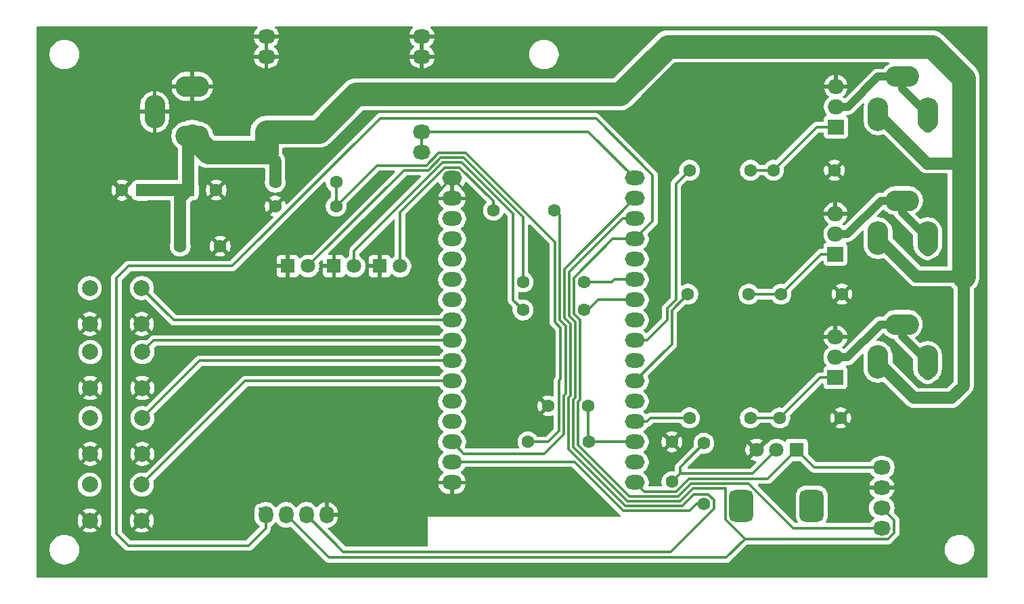
<source format=gbr>
%TF.GenerationSoftware,KiCad,Pcbnew,9.0.6*%
%TF.CreationDate,2026-01-08T10:53:52+01:00*%
%TF.ProjectId,astro-control,61737472-6f2d-4636-9f6e-74726f6c2e6b,rev?*%
%TF.SameCoordinates,Original*%
%TF.FileFunction,Copper,L2,Bot*%
%TF.FilePolarity,Positive*%
%FSLAX46Y46*%
G04 Gerber Fmt 4.6, Leading zero omitted, Abs format (unit mm)*
G04 Created by KiCad (PCBNEW 9.0.6) date 2026-01-08 10:53:52*
%MOMM*%
%LPD*%
G01*
G04 APERTURE LIST*
G04 Aperture macros list*
%AMRoundRect*
0 Rectangle with rounded corners*
0 $1 Rounding radius*
0 $2 $3 $4 $5 $6 $7 $8 $9 X,Y pos of 4 corners*
0 Add a 4 corners polygon primitive as box body*
4,1,4,$2,$3,$4,$5,$6,$7,$8,$9,$2,$3,0*
0 Add four circle primitives for the rounded corners*
1,1,$1+$1,$2,$3*
1,1,$1+$1,$4,$5*
1,1,$1+$1,$6,$7*
1,1,$1+$1,$8,$9*
0 Add four rect primitives between the rounded corners*
20,1,$1+$1,$2,$3,$4,$5,0*
20,1,$1+$1,$4,$5,$6,$7,0*
20,1,$1+$1,$6,$7,$8,$9,0*
20,1,$1+$1,$8,$9,$2,$3,0*%
G04 Aperture macros list end*
%TA.AperFunction,ComponentPad*%
%ADD10O,2.600000X4.200000*%
%TD*%
%TA.AperFunction,ComponentPad*%
%ADD11O,4.200000X2.600000*%
%TD*%
%TA.AperFunction,ComponentPad*%
%ADD12C,2.000000*%
%TD*%
%TA.AperFunction,ComponentPad*%
%ADD13O,2.200000X1.800000*%
%TD*%
%TA.AperFunction,ComponentPad*%
%ADD14O,1.800000X2.200000*%
%TD*%
%TA.AperFunction,ComponentPad*%
%ADD15R,2.000000X1.905000*%
%TD*%
%TA.AperFunction,ComponentPad*%
%ADD16O,2.000000X1.905000*%
%TD*%
%TA.AperFunction,ComponentPad*%
%ADD17R,1.800000X1.800000*%
%TD*%
%TA.AperFunction,ComponentPad*%
%ADD18C,1.800000*%
%TD*%
%TA.AperFunction,ComponentPad*%
%ADD19O,2.500000X1.800000*%
%TD*%
%TA.AperFunction,ComponentPad*%
%ADD20C,1.600000*%
%TD*%
%TA.AperFunction,ComponentPad*%
%ADD21RoundRect,0.750000X-0.750000X1.250000X-0.750000X-1.250000X0.750000X-1.250000X0.750000X1.250000X0*%
%TD*%
%TA.AperFunction,ComponentPad*%
%ADD22RoundRect,0.250000X-0.550000X-0.550000X0.550000X-0.550000X0.550000X0.550000X-0.550000X0.550000X0*%
%TD*%
%TA.AperFunction,ComponentPad*%
%ADD23RoundRect,0.250000X0.550000X0.550000X-0.550000X0.550000X-0.550000X-0.550000X0.550000X-0.550000X0*%
%TD*%
%TA.AperFunction,Conductor*%
%ADD24C,1.500000*%
%TD*%
%TA.AperFunction,Conductor*%
%ADD25C,1.000000*%
%TD*%
%TA.AperFunction,Conductor*%
%ADD26C,3.000000*%
%TD*%
%TA.AperFunction,Conductor*%
%ADD27C,0.300000*%
%TD*%
G04 APERTURE END LIST*
D10*
%TO.P,J2,1,+V*%
%TO.N,/VIN_12V*%
X187787500Y-92500000D03*
%TO.P,J2,2,GND*%
%TO.N,Net-(Q1-D)*%
X193987500Y-92500000D03*
D11*
%TO.P,J2,3,GND*%
X190787500Y-87800000D03*
%TD*%
D10*
%TO.P,J3,1,+V*%
%TO.N,/VIN_12V*%
X187800000Y-77000000D03*
%TO.P,J3,2,GND*%
%TO.N,Net-(Q2-D)*%
X194000000Y-77000000D03*
D11*
%TO.P,J3,3,GND*%
X190800000Y-72300000D03*
%TD*%
%TO.P,J1,1,+V*%
%TO.N,/VIN_12V*%
X102000000Y-64200000D03*
%TO.P,J1,2,GND*%
%TO.N,/GND*%
X102000000Y-58000000D03*
D10*
%TO.P,J1,3,GND*%
X97300000Y-61200000D03*
%TD*%
%TO.P,J4,1,+V*%
%TO.N,/VIN_12V*%
X187800000Y-61500000D03*
%TO.P,J4,2,GND*%
%TO.N,Net-(Q3-D)*%
X194000000Y-61500000D03*
D11*
%TO.P,J4,3,GND*%
X190800000Y-56800000D03*
%TD*%
D12*
%TO.P,SW4,1,1*%
%TO.N,/BTN_LIGHT_OFF*%
X89180000Y-83250000D03*
X95680000Y-83250000D03*
%TO.P,SW4,2,2*%
%TO.N,/GND*%
X89180000Y-87750000D03*
X95680000Y-87750000D03*
%TD*%
D13*
%TO.P,U3,1,VIN*%
%TO.N,/VCC_3V3*%
X188270000Y-105690000D03*
%TO.P,U3,2,GND*%
%TO.N,/GND*%
X188270000Y-108230000D03*
%TO.P,U3,3,SCL*%
%TO.N,/SCL*%
X188270000Y-110770000D03*
%TO.P,U3,4,SDA*%
%TO.N,/SDA*%
X188270000Y-113310000D03*
%TD*%
D12*
%TO.P,SW3,1,1*%
%TO.N,/BTN_LIGHT_ON*%
X89250000Y-91250000D03*
X95750000Y-91250000D03*
%TO.P,SW3,2,2*%
%TO.N,/GND*%
X89250000Y-95750000D03*
X95750000Y-95750000D03*
%TD*%
D14*
%TO.P,U4,1,SDA*%
%TO.N,/SDA*%
X111190000Y-111630000D03*
%TO.P,U4,2,SCL*%
%TO.N,/SCL*%
X113730000Y-111630000D03*
%TO.P,U4,3,VCC*%
%TO.N,/VCC_3V3*%
X116270000Y-111630000D03*
%TO.P,U4,4,GND*%
%TO.N,/GND*%
X118810000Y-111630000D03*
%TD*%
D15*
%TO.P,Q2,1,G*%
%TO.N,Net-(Q2-G)*%
X182462500Y-79010000D03*
D16*
%TO.P,Q2,2,D*%
%TO.N,Net-(Q2-D)*%
X182462500Y-76470000D03*
%TO.P,Q2,3,S*%
%TO.N,/GND*%
X182462500Y-73930000D03*
%TD*%
D17*
%TO.P,D3,1,K*%
%TO.N,/GND*%
X113960000Y-80500000D03*
D18*
%TO.P,D3,2,A*%
%TO.N,Net-(D3-A)*%
X116500000Y-80500000D03*
%TD*%
D19*
%TO.P,U2,1,3V3*%
%TO.N,/VCC_3V3*%
X157360000Y-107600000D03*
%TO.P,U2,2,EN*%
%TO.N,unconnected-(U2-EN-Pad2)*%
X157360000Y-105060000D03*
%TO.P,U2,3,GPIO4*%
%TO.N,/VIN_12V_SENSE*%
X157360000Y-102520000D03*
%TO.P,U2,4,GPIO5*%
%TO.N,/DEW1_OUT*%
X157360000Y-99980000D03*
%TO.P,U2,5,GPIO6*%
%TO.N,unconnected-(U2-GPIO6-Pad5)*%
X157360000Y-97440000D03*
%TO.P,U2,6,GPIO7*%
%TO.N,/DEW2_OUT*%
X157360000Y-94900000D03*
%TO.P,U2,7,GPIO15*%
%TO.N,unconnected-(U2-GPIO15-Pad7)*%
X157360000Y-92360000D03*
%TO.P,U2,8,GPIO16*%
%TO.N,/PAN_OUT*%
X157360000Y-89820000D03*
%TO.P,U2,9,GPIO17*%
%TO.N,unconnected-(U2-GPIO17-Pad9)*%
X157360000Y-87280000D03*
%TO.P,U2,10,GPIO18*%
%TO.N,/LED_WLAN*%
X157360000Y-84740000D03*
%TO.P,U2,11,GPIO8*%
%TO.N,/LED_LIGHT*%
X157360000Y-82200000D03*
%TO.P,U2,12,BAT*%
%TO.N,unconnected-(U2-BAT-Pad12)*%
X157360000Y-79660000D03*
%TO.P,U2,13,SDA*%
%TO.N,/SDA*%
X157360000Y-77120000D03*
%TO.P,U2,14,SCL*%
%TO.N,/SCL*%
X157360000Y-74580000D03*
%TO.P,U2,15,3V3*%
%TO.N,/VCC_3V3*%
X157360000Y-72040000D03*
%TO.P,U2,16,VIN*%
%TO.N,/VCC_5V*%
X157360000Y-69500000D03*
%TO.P,U2,17,GND*%
%TO.N,/GND*%
X134500000Y-107600000D03*
%TO.P,U2,18,GPIO1*%
%TO.N,/POT_LIGHT*%
X134500000Y-105060000D03*
%TO.P,U2,19,GPIO2*%
%TO.N,/LED_STATUS*%
X134500000Y-102520000D03*
%TO.P,U2,20,TXD0*%
%TO.N,unconnected-(U2-TXD0-Pad20)*%
X134500000Y-99980000D03*
%TO.P,U2,21,RXD0*%
%TO.N,unconnected-(U2-RXD0-Pad21)*%
X134500000Y-97440000D03*
%TO.P,U2,22,GPIO42*%
%TO.N,/BTN_OPEN*%
X134500000Y-94900000D03*
%TO.P,U2,23,GPIO41*%
%TO.N,/BTN_CLOSE*%
X134500000Y-92360000D03*
%TO.P,U2,24,GPIO40*%
%TO.N,/BTN_LIGHT_ON*%
X134500000Y-89820000D03*
%TO.P,U2,25,GPIO39*%
%TO.N,/BTN_LIGHT_OFF*%
X134500000Y-87280000D03*
%TO.P,U2,26,RGB*%
%TO.N,unconnected-(U2-RGB-Pad26)*%
X134500000Y-84740000D03*
%TO.P,U2,27,Button*%
%TO.N,unconnected-(U2-Button-Pad27)*%
X134500000Y-82200000D03*
%TO.P,U2,28,MISO*%
%TO.N,unconnected-(U2-MISO-Pad28)*%
X134500000Y-79660000D03*
%TO.P,U2,29,SCK*%
%TO.N,unconnected-(U2-SCK-Pad29)*%
X134500000Y-77120000D03*
%TO.P,U2,30,MOSI*%
%TO.N,unconnected-(U2-MOSI-Pad30)*%
X134500000Y-74580000D03*
%TO.P,U2,31,GND*%
%TO.N,/GND*%
X134500000Y-72040000D03*
%TO.P,U2,32,GND*%
X134500000Y-69500000D03*
%TD*%
D17*
%TO.P,D1,1,K*%
%TO.N,/GND*%
X125460000Y-80500000D03*
D18*
%TO.P,D1,2,A*%
%TO.N,Net-(D1-A)*%
X128000000Y-80500000D03*
%TD*%
D13*
%TO.P,U1,1,GND*%
%TO.N,/GND*%
X130730000Y-51770000D03*
%TO.P,U1,2,GND*%
X130730000Y-54310000D03*
%TO.P,U1,3,VCC*%
%TO.N,/VCC_5V*%
X130730000Y-66230000D03*
%TO.P,U1,4,VCC*%
X130730000Y-63690000D03*
%TO.P,U1,5,VIN-*%
%TO.N,/GND*%
X111270000Y-51770000D03*
%TO.P,U1,6,VIN-*%
X111270000Y-54310000D03*
%TO.P,U1,7,VIN+*%
%TO.N,/VIN_12V*%
X111270000Y-66230000D03*
%TO.P,U1,8,VIN+*%
X111270000Y-63690000D03*
%TD*%
D20*
%TO.P,C5,1*%
%TO.N,Net-(C5-Pad1)*%
X162000000Y-107500000D03*
%TO.P,C5,2*%
%TO.N,/GND*%
X162000000Y-102500000D03*
%TD*%
%TO.P,C4,1*%
%TO.N,/GND*%
X146500000Y-98000000D03*
%TO.P,C4,2*%
%TO.N,/VIN_12V_SENSE*%
X151500000Y-98000000D03*
%TD*%
%TO.P,R4,1*%
%TO.N,Net-(C5-Pad1)*%
X166000000Y-102690000D03*
%TO.P,R4,2*%
%TO.N,/POT_LIGHT*%
X166000000Y-110310000D03*
%TD*%
%TO.P,R13,1*%
%TO.N,/GND*%
X183272500Y-84010000D03*
%TO.P,R13,2*%
%TO.N,Net-(Q2-G)*%
X175652500Y-84010000D03*
%TD*%
%TO.P,C3,1*%
%TO.N,/VIN_12V*%
X100500000Y-78000000D03*
%TO.P,C3,2*%
%TO.N,/GND*%
X105500000Y-78000000D03*
%TD*%
D12*
%TO.P,SW1,1,1*%
%TO.N,/BTN_OPEN*%
X89180000Y-107850000D03*
X95680000Y-107850000D03*
%TO.P,SW1,2,2*%
%TO.N,/GND*%
X89180000Y-112350000D03*
X95680000Y-112350000D03*
%TD*%
D17*
%TO.P,RV1,1,1*%
%TO.N,/VCC_3V3*%
X177600000Y-103500000D03*
D18*
%TO.P,RV1,2,2*%
%TO.N,Net-(C5-Pad1)*%
X175100000Y-103500000D03*
%TO.P,RV1,3,3*%
%TO.N,/GND*%
X172600000Y-103500000D03*
D21*
%TO.P,RV1,MP*%
%TO.N,N/C*%
X179500000Y-110500000D03*
X170700000Y-110500000D03*
%TD*%
D20*
%TO.P,R22,1*%
%TO.N,/LED_LIGHT*%
X151000000Y-82500000D03*
%TO.P,R22,2*%
%TO.N,Net-(D3-A)*%
X143380000Y-82500000D03*
%TD*%
D15*
%TO.P,Q1,1,G*%
%TO.N,Net-(Q1-G)*%
X182450000Y-94460000D03*
D16*
%TO.P,Q1,2,D*%
%TO.N,Net-(Q1-D)*%
X182450000Y-91920000D03*
%TO.P,Q1,3,S*%
%TO.N,/GND*%
X182450000Y-89380000D03*
%TD*%
D20*
%TO.P,R18,1*%
%TO.N,/GND*%
X182322500Y-68500000D03*
%TO.P,R18,2*%
%TO.N,Net-(Q3-G)*%
X174702500Y-68500000D03*
%TD*%
%TO.P,R2,1*%
%TO.N,Net-(R1-Pad2)*%
X120000000Y-70000000D03*
%TO.P,R2,2*%
%TO.N,/VIN_12V*%
X112380000Y-70000000D03*
%TD*%
D15*
%TO.P,Q3,1,G*%
%TO.N,Net-(Q3-G)*%
X182512500Y-63100000D03*
D16*
%TO.P,Q3,2,D*%
%TO.N,Net-(Q3-D)*%
X182512500Y-60560000D03*
%TO.P,Q3,3,S*%
%TO.N,/GND*%
X182512500Y-58020000D03*
%TD*%
D20*
%TO.P,R14,1*%
%TO.N,Net-(Q2-G)*%
X171632500Y-84010000D03*
%TO.P,R14,2*%
%TO.N,/DEW2_OUT*%
X164012500Y-84010000D03*
%TD*%
%TO.P,R3,1*%
%TO.N,Net-(R1-Pad2)*%
X144000000Y-102500000D03*
%TO.P,R3,2*%
%TO.N,/VIN_12V_SENSE*%
X151620000Y-102500000D03*
%TD*%
%TO.P,R20,1*%
%TO.N,/LED_STATUS*%
X147310000Y-73500000D03*
%TO.P,R20,2*%
%TO.N,Net-(D1-A)*%
X139690000Y-73500000D03*
%TD*%
D22*
%TO.P,C1,1*%
%TO.N,/VIN_12V*%
X101500000Y-70987500D03*
D20*
%TO.P,C1,2*%
%TO.N,/GND*%
X105000000Y-70987500D03*
%TD*%
D23*
%TO.P,C2,1*%
%TO.N,/VIN_12V*%
X95696369Y-71000000D03*
D20*
%TO.P,C2,2*%
%TO.N,/GND*%
X93196369Y-71000000D03*
%TD*%
%TO.P,R5,1*%
%TO.N,Net-(Q1-G)*%
X171810000Y-99500000D03*
%TO.P,R5,2*%
%TO.N,/DEW1_OUT*%
X164190000Y-99500000D03*
%TD*%
D17*
%TO.P,D2,1,K*%
%TO.N,/GND*%
X119730000Y-80500000D03*
D18*
%TO.P,D2,2,A*%
%TO.N,Net-(D2-A)*%
X122270000Y-80500000D03*
%TD*%
D20*
%TO.P,R1,1*%
%TO.N,/GND*%
X112380000Y-73000000D03*
%TO.P,R1,2*%
%TO.N,Net-(R1-Pad2)*%
X120000000Y-73000000D03*
%TD*%
%TO.P,R6,1*%
%TO.N,/GND*%
X183120000Y-99500000D03*
%TO.P,R6,2*%
%TO.N,Net-(Q1-G)*%
X175500000Y-99500000D03*
%TD*%
%TO.P,R21,1*%
%TO.N,/LED_WLAN*%
X151000000Y-86000000D03*
%TO.P,R21,2*%
%TO.N,Net-(D2-A)*%
X143380000Y-86000000D03*
%TD*%
D12*
%TO.P,SW2,1,1*%
%TO.N,/BTN_CLOSE*%
X89250000Y-99500000D03*
X95750000Y-99500000D03*
%TO.P,SW2,2,2*%
%TO.N,/GND*%
X89250000Y-104000000D03*
X95750000Y-104000000D03*
%TD*%
D20*
%TO.P,R19,1*%
%TO.N,Net-(Q3-G)*%
X171822500Y-68500000D03*
%TO.P,R19,2*%
%TO.N,/PAN_OUT*%
X164202500Y-68500000D03*
%TD*%
D24*
%TO.N,/VIN_12V*%
X192287500Y-97000000D02*
X187787500Y-92500000D01*
X198500000Y-95500000D02*
X197000000Y-97000000D01*
X198500000Y-81787500D02*
X198500000Y-95500000D01*
X197000000Y-97000000D02*
X192287500Y-97000000D01*
D25*
%TO.N,Net-(Q1-D)*%
X190787500Y-89300000D02*
X193987500Y-92500000D01*
X190787500Y-87800000D02*
X190787500Y-89300000D01*
X188084500Y-87800000D02*
X190787500Y-87800000D01*
X183964500Y-91920000D02*
X188084500Y-87800000D01*
%TO.N,Net-(Q2-D)*%
X188147000Y-72300000D02*
X190800000Y-72300000D01*
X183977000Y-76470000D02*
X188147000Y-72300000D01*
X182462500Y-76470000D02*
X183977000Y-76470000D01*
D26*
%TO.N,/VIN_12V*%
X187500000Y-53000000D02*
X194500000Y-53000000D01*
X194500000Y-53000000D02*
X198500000Y-57000000D01*
X198500000Y-57000000D02*
X198500000Y-81787500D01*
D25*
%TO.N,Net-(Q2-D)*%
X190800000Y-73800000D02*
X194000000Y-77000000D01*
X190800000Y-72300000D02*
X190800000Y-73800000D01*
D24*
%TO.N,/VIN_12V*%
X192587500Y-81787500D02*
X187800000Y-77000000D01*
X198500000Y-81787500D02*
X192587500Y-81787500D01*
X197150000Y-67650000D02*
X193950000Y-67650000D01*
X193950000Y-67650000D02*
X187800000Y-61500000D01*
D25*
%TO.N,Net-(Q3-D)*%
X190800000Y-58300000D02*
X194000000Y-61500000D01*
X190800000Y-56800000D02*
X190800000Y-58300000D01*
X184027000Y-60560000D02*
X187787000Y-56800000D01*
X187787000Y-56800000D02*
X190800000Y-56800000D01*
D27*
%TO.N,/GND*%
X134500000Y-69500000D02*
X133000000Y-71000000D01*
X134500000Y-69500000D02*
X136000000Y-71000000D01*
%TO.N,/VIN_12V_SENSE*%
X152500000Y-102500000D02*
X152520000Y-102520000D01*
X152520000Y-102520000D02*
X157360000Y-102520000D01*
X151500000Y-102380000D02*
X151620000Y-102500000D01*
X151500000Y-98000000D02*
X151500000Y-102380000D01*
X151620000Y-102500000D02*
X152500000Y-102500000D01*
%TO.N,Net-(C5-Pad1)*%
X163000000Y-105690000D02*
X163000000Y-106500000D01*
X166000000Y-102690000D02*
X163000000Y-105690000D01*
X163000000Y-106500000D02*
X162000000Y-107500000D01*
X172100000Y-106500000D02*
X163000000Y-106500000D01*
X175100000Y-103500000D02*
X172100000Y-106500000D01*
D25*
%TO.N,Net-(Q1-D)*%
X183964500Y-91920000D02*
X182450000Y-91920000D01*
D24*
X193987500Y-92500000D02*
X193987500Y-94000000D01*
%TO.N,Net-(Q2-D)*%
X194000000Y-77000000D02*
X194000000Y-78500000D01*
D25*
%TO.N,Net-(Q3-D)*%
X184027000Y-60560000D02*
X182512500Y-60560000D01*
D24*
X194000000Y-61500000D02*
X194000000Y-63000000D01*
D27*
%TO.N,Net-(D1-A)*%
X128000000Y-80500000D02*
X128000000Y-73739397D01*
X133590397Y-68149000D02*
X135470370Y-68149000D01*
X139690000Y-72368630D02*
X139690000Y-73500000D01*
X135470370Y-68149000D02*
X139690000Y-72368630D01*
X128000000Y-73739397D02*
X133590397Y-68149000D01*
%TO.N,Net-(D2-A)*%
X142129000Y-73957688D02*
X142129000Y-84749000D01*
X122270000Y-80500000D02*
X122270000Y-78619455D01*
X135719312Y-67548000D02*
X142129000Y-73957688D01*
X133341455Y-67548000D02*
X135719312Y-67548000D01*
X122270000Y-78619455D02*
X133341455Y-67548000D01*
X142129000Y-84749000D02*
X143380000Y-86000000D01*
%TO.N,Net-(D3-A)*%
X135968254Y-66947000D02*
X143380000Y-74358746D01*
X128500000Y-68500000D02*
X131539513Y-68500000D01*
X143380000Y-74358746D02*
X143380000Y-82500000D01*
X131539513Y-68500000D02*
X133092513Y-66947000D01*
X116500000Y-80500000D02*
X128500000Y-68500000D01*
X133092513Y-66947000D02*
X135968254Y-66947000D01*
%TO.N,Net-(Q1-G)*%
X180540000Y-94460000D02*
X175500000Y-99500000D01*
X182450000Y-94460000D02*
X180540000Y-94460000D01*
X175500000Y-99500000D02*
X171810000Y-99500000D01*
%TO.N,Net-(Q2-G)*%
X180652500Y-79010000D02*
X175652500Y-84010000D01*
X182462500Y-79010000D02*
X180652500Y-79010000D01*
X175652500Y-84010000D02*
X171632500Y-84010000D01*
%TO.N,Net-(Q3-G)*%
X182512500Y-63100000D02*
X180102500Y-63100000D01*
X174702500Y-68500000D02*
X171822500Y-68500000D01*
X180102500Y-63100000D02*
X174702500Y-68500000D01*
%TO.N,Net-(R1-Pad2)*%
X136217196Y-66346000D02*
X147345000Y-77473804D01*
X146500000Y-102500000D02*
X144000000Y-102500000D01*
X147345000Y-87513950D02*
X148096000Y-88264950D01*
X131290571Y-67899000D02*
X132843571Y-66346000D01*
X147845000Y-94885818D02*
X147845000Y-101155000D01*
X120000000Y-73000000D02*
X125101000Y-67899000D01*
X125101000Y-67899000D02*
X131290571Y-67899000D01*
X132843571Y-66346000D02*
X136217196Y-66346000D01*
X148096000Y-94634818D02*
X147845000Y-94885818D01*
X120000000Y-70000000D02*
X120000000Y-73000000D01*
X147345000Y-77473804D02*
X147345000Y-87513950D01*
X148096000Y-88264950D02*
X148096000Y-94634818D01*
X147845000Y-101155000D02*
X146500000Y-102500000D01*
%TO.N,/POT_LIGHT*%
X134560000Y-105000000D02*
X134500000Y-105060000D01*
X164235760Y-111155000D02*
X155955992Y-111155000D01*
X155955992Y-111155000D02*
X149800992Y-105000000D01*
X166000000Y-110310000D02*
X165080760Y-110310000D01*
X149800992Y-105000000D02*
X134560000Y-105000000D01*
X165080760Y-110310000D02*
X164235760Y-111155000D01*
%TO.N,/DEW1_OUT*%
X159340000Y-99500000D02*
X158860000Y-99980000D01*
X164190000Y-99500000D02*
X159340000Y-99500000D01*
X158860000Y-99980000D02*
X157360000Y-99980000D01*
%TO.N,/DEW2_OUT*%
X162000000Y-90260000D02*
X157360000Y-94900000D01*
X164012500Y-84010000D02*
X162000000Y-86022500D01*
X162000000Y-86022500D02*
X162000000Y-90260000D01*
%TO.N,/PAN_OUT*%
X158860000Y-89820000D02*
X157360000Y-89820000D01*
X162500000Y-84672558D02*
X161399000Y-85773558D01*
X161399000Y-85773558D02*
X161399000Y-87281000D01*
X164202500Y-68500000D02*
X162500000Y-70202500D01*
X162500000Y-70202500D02*
X162500000Y-84672558D01*
X161399000Y-87281000D02*
X158860000Y-89820000D01*
%TO.N,/LED_STATUS*%
X148697000Y-88016008D02*
X148697000Y-96483992D01*
X147946000Y-87265008D02*
X148697000Y-88016008D01*
X147310000Y-73500000D02*
X147946000Y-74136000D01*
X148446000Y-96734992D02*
X148446000Y-101554000D01*
X135980000Y-104000000D02*
X134500000Y-102520000D01*
X148697000Y-96483992D02*
X148446000Y-96734992D01*
X147946000Y-74136000D02*
X147946000Y-87265008D01*
X146000000Y-104000000D02*
X135980000Y-104000000D01*
X148446000Y-101554000D02*
X146000000Y-104000000D01*
%TO.N,/LED_WLAN*%
X151000000Y-86000000D02*
X151500000Y-86000000D01*
X152760000Y-84740000D02*
X157360000Y-84740000D01*
X151500000Y-86000000D02*
X152760000Y-84740000D01*
%TO.N,/LED_LIGHT*%
X151000000Y-82500000D02*
X154500000Y-82500000D01*
X154500000Y-82500000D02*
X154800000Y-82200000D01*
X154800000Y-82200000D02*
X157360000Y-82200000D01*
%TO.N,/VCC_3V3*%
X157360000Y-72040000D02*
X148547000Y-80853000D01*
X148547000Y-87016066D02*
X149298000Y-87767066D01*
X162518182Y-108751000D02*
X158511000Y-108751000D01*
X179790000Y-105690000D02*
X177600000Y-103500000D01*
X164762182Y-109059000D02*
X166518182Y-109059000D01*
X188270000Y-105690000D02*
X179790000Y-105690000D01*
X149047000Y-96983934D02*
X149047000Y-103396066D01*
X156204934Y-110554000D02*
X163267182Y-110554000D01*
X167251000Y-110828182D02*
X161828182Y-116251000D01*
X173999000Y-107101000D02*
X164168182Y-107101000D01*
X161828182Y-116251000D02*
X120891000Y-116251000D01*
X149047000Y-103396066D02*
X156204934Y-110554000D01*
X158511000Y-108751000D02*
X157360000Y-107600000D01*
X148547000Y-80853000D02*
X148547000Y-87016066D01*
X149298000Y-87767066D02*
X149298000Y-96732934D01*
X120891000Y-116251000D02*
X116270000Y-111630000D01*
X177600000Y-103500000D02*
X173999000Y-107101000D01*
X163267182Y-110554000D02*
X164762182Y-109059000D01*
X149298000Y-96732934D02*
X149047000Y-96983934D01*
X164168182Y-107101000D02*
X162518182Y-108751000D01*
X166518182Y-109059000D02*
X167251000Y-109791818D01*
X167251000Y-109791818D02*
X167251000Y-110828182D01*
%TO.N,/BTN_OPEN*%
X108630000Y-94900000D02*
X134500000Y-94900000D01*
X95680000Y-107850000D02*
X108630000Y-94900000D01*
%TO.N,/BTN_CLOSE*%
X102890000Y-92360000D02*
X134500000Y-92360000D01*
X95750000Y-99500000D02*
X102890000Y-92360000D01*
%TO.N,/BTN_LIGHT_ON*%
X95750000Y-91250000D02*
X97180000Y-89820000D01*
X97180000Y-89820000D02*
X134500000Y-89820000D01*
%TO.N,/BTN_LIGHT_OFF*%
X95680000Y-83250000D02*
X99710000Y-87280000D01*
X99710000Y-87280000D02*
X134500000Y-87280000D01*
%TO.N,/VCC_5V*%
X130730000Y-63690000D02*
X151550000Y-63690000D01*
X130730000Y-66230000D02*
X130730000Y-63690000D01*
X151550000Y-63690000D02*
X157360000Y-69500000D01*
%TO.N,/SCL*%
X164668240Y-108303000D02*
X163018240Y-109953000D01*
X149899000Y-87518124D02*
X149148000Y-86767124D01*
X168823528Y-117000000D02*
X171162528Y-114661000D01*
X149648000Y-97232876D02*
X149899000Y-96981876D01*
X188270000Y-110770000D02*
X189821000Y-112321000D01*
X155810000Y-74580000D02*
X157360000Y-74580000D01*
X171162528Y-114661000D02*
X168749000Y-112247472D01*
X119100000Y-117000000D02*
X168823528Y-117000000D01*
X168749000Y-108303000D02*
X164668240Y-108303000D01*
X168749000Y-112247472D02*
X168749000Y-108303000D01*
X149148000Y-86767124D02*
X149148000Y-81242000D01*
X189029603Y-114661000D02*
X171162528Y-114661000D01*
X113730000Y-111630000D02*
X119100000Y-117000000D01*
X163018240Y-109953000D02*
X156453876Y-109953000D01*
X189821000Y-113869603D02*
X189029603Y-114661000D01*
X189821000Y-112321000D02*
X189821000Y-113869603D01*
X149148000Y-81242000D02*
X155810000Y-74580000D01*
X156453876Y-109953000D02*
X149648000Y-103147124D01*
X149648000Y-103147124D02*
X149648000Y-97232876D01*
X149899000Y-96981876D02*
X149899000Y-87518124D01*
%TO.N,/SDA*%
X149749000Y-81981818D02*
X149749000Y-86518182D01*
X111190000Y-113310000D02*
X111190000Y-111630000D01*
X94000000Y-80500000D02*
X92500000Y-82000000D01*
X150500000Y-97230818D02*
X150249000Y-97481818D01*
X156702818Y-109352000D02*
X162767124Y-109352000D01*
X157360000Y-77120000D02*
X159596000Y-74884000D01*
X150249000Y-97481818D02*
X150249000Y-102898182D01*
X171600472Y-107702000D02*
X177208472Y-113310000D01*
X149749000Y-86518182D02*
X150500000Y-87269182D01*
X92500000Y-82000000D02*
X92500000Y-114000000D01*
X159596000Y-69096000D02*
X152500000Y-62000000D01*
X107000000Y-80500000D02*
X94000000Y-80500000D01*
X157360000Y-77120000D02*
X154610818Y-77120000D01*
X177208472Y-113310000D02*
X188270000Y-113310000D01*
X125500000Y-62000000D02*
X107000000Y-80500000D01*
X152500000Y-62000000D02*
X125500000Y-62000000D01*
X109000000Y-115500000D02*
X111190000Y-113310000D01*
X162767124Y-109352000D02*
X164417124Y-107702000D01*
X164417124Y-107702000D02*
X171600472Y-107702000D01*
X94000000Y-115500000D02*
X109000000Y-115500000D01*
X150249000Y-102898182D02*
X156702818Y-109352000D01*
X110459000Y-110899000D02*
X111190000Y-111630000D01*
X150500000Y-87269182D02*
X150500000Y-97230818D01*
X159596000Y-74884000D02*
X159596000Y-69096000D01*
X154610818Y-77120000D02*
X149749000Y-81981818D01*
X92500000Y-114000000D02*
X94000000Y-115500000D01*
D26*
%TO.N,/VIN_12V*%
X150000000Y-59000000D02*
X155500000Y-59000000D01*
D24*
X100500000Y-71987500D02*
X101500000Y-70987500D01*
D26*
X111270000Y-63690000D02*
X111270000Y-66230000D01*
D24*
X187787500Y-53287500D02*
X187500000Y-53000000D01*
X101500000Y-70987500D02*
X101500000Y-64700000D01*
X100500000Y-78000000D02*
X100500000Y-71987500D01*
X95708869Y-70987500D02*
X95696369Y-71000000D01*
X101500000Y-64700000D02*
X102000000Y-64200000D01*
D26*
X104030000Y-66230000D02*
X111270000Y-66230000D01*
X111270000Y-63690000D02*
X117810000Y-63690000D01*
D24*
X101500000Y-70987500D02*
X95708869Y-70987500D01*
D26*
X155500000Y-59000000D02*
X161500000Y-53000000D01*
X161500000Y-53000000D02*
X164500000Y-53000000D01*
D24*
X111310000Y-63690000D02*
X111270000Y-63690000D01*
D26*
X117810000Y-63690000D02*
X122500000Y-59000000D01*
X122500000Y-59000000D02*
X150000000Y-59000000D01*
D24*
X112380000Y-70000000D02*
X112380000Y-67340000D01*
X112380000Y-67340000D02*
X111270000Y-66230000D01*
D26*
X102000000Y-64200000D02*
X104030000Y-66230000D01*
D24*
X164202500Y-53297500D02*
X164500000Y-53000000D01*
D26*
X164500000Y-53000000D02*
X187500000Y-53000000D01*
%TD*%
%TA.AperFunction,Conductor*%
%TO.N,/GND*%
G36*
X127298231Y-68569185D02*
G01*
X127343986Y-68621989D01*
X127353930Y-68691147D01*
X127324905Y-68754703D01*
X127318873Y-68761181D01*
X116970832Y-79109220D01*
X116909509Y-79142705D01*
X116844833Y-79139470D01*
X116827952Y-79133985D01*
X116719086Y-79116742D01*
X116610222Y-79099500D01*
X116389778Y-79099500D01*
X116328409Y-79109220D01*
X116172047Y-79133985D01*
X115962396Y-79202103D01*
X115962393Y-79202104D01*
X115765974Y-79302187D01*
X115587641Y-79431752D01*
X115587636Y-79431756D01*
X115537075Y-79482317D01*
X115475752Y-79515801D01*
X115406060Y-79510816D01*
X115350127Y-79468945D01*
X115333213Y-79437968D01*
X115303354Y-79357913D01*
X115303350Y-79357906D01*
X115217190Y-79242812D01*
X115217187Y-79242809D01*
X115102093Y-79156649D01*
X115102086Y-79156645D01*
X114967379Y-79106403D01*
X114967372Y-79106401D01*
X114907844Y-79100000D01*
X114210000Y-79100000D01*
X114210000Y-80124722D01*
X114133694Y-80080667D01*
X114019244Y-80050000D01*
X113900756Y-80050000D01*
X113786306Y-80080667D01*
X113710000Y-80124722D01*
X113710000Y-79100000D01*
X113012155Y-79100000D01*
X112952627Y-79106401D01*
X112952620Y-79106403D01*
X112817913Y-79156645D01*
X112817906Y-79156649D01*
X112702812Y-79242809D01*
X112702809Y-79242812D01*
X112616649Y-79357906D01*
X112616645Y-79357913D01*
X112566403Y-79492620D01*
X112566401Y-79492627D01*
X112560000Y-79552155D01*
X112560000Y-80250000D01*
X113584722Y-80250000D01*
X113540667Y-80326306D01*
X113510000Y-80440756D01*
X113510000Y-80559244D01*
X113540667Y-80673694D01*
X113584722Y-80750000D01*
X112560000Y-80750000D01*
X112560000Y-81447844D01*
X112566401Y-81507372D01*
X112566403Y-81507379D01*
X112616645Y-81642086D01*
X112616649Y-81642093D01*
X112702809Y-81757187D01*
X112702812Y-81757190D01*
X112817906Y-81843350D01*
X112817913Y-81843354D01*
X112952620Y-81893596D01*
X112952627Y-81893598D01*
X113012155Y-81899999D01*
X113012172Y-81900000D01*
X113710000Y-81900000D01*
X113710000Y-80875277D01*
X113786306Y-80919333D01*
X113900756Y-80950000D01*
X114019244Y-80950000D01*
X114133694Y-80919333D01*
X114210000Y-80875277D01*
X114210000Y-81900000D01*
X114907828Y-81900000D01*
X114907844Y-81899999D01*
X114967372Y-81893598D01*
X114967379Y-81893596D01*
X115102086Y-81843354D01*
X115102093Y-81843350D01*
X115217187Y-81757190D01*
X115217190Y-81757187D01*
X115303350Y-81642093D01*
X115303354Y-81642086D01*
X115333213Y-81562031D01*
X115375084Y-81506097D01*
X115440548Y-81481680D01*
X115508821Y-81496531D01*
X115537076Y-81517683D01*
X115587636Y-81568243D01*
X115587641Y-81568247D01*
X115717225Y-81662394D01*
X115765978Y-81697815D01*
X115882501Y-81757187D01*
X115962393Y-81797895D01*
X115962396Y-81797896D01*
X116025472Y-81818390D01*
X116172049Y-81866015D01*
X116389778Y-81900500D01*
X116389779Y-81900500D01*
X116610221Y-81900500D01*
X116610222Y-81900500D01*
X116827951Y-81866015D01*
X117037606Y-81797895D01*
X117234022Y-81697815D01*
X117412365Y-81568242D01*
X117568242Y-81412365D01*
X117697815Y-81234022D01*
X117797895Y-81037606D01*
X117866015Y-80827951D01*
X117900500Y-80610222D01*
X117900500Y-80389778D01*
X117866015Y-80172049D01*
X117860529Y-80155164D01*
X117858534Y-80085323D01*
X117890777Y-80029167D01*
X118118319Y-79801625D01*
X118179642Y-79768141D01*
X118249334Y-79773125D01*
X118305267Y-79814997D01*
X118329684Y-79880461D01*
X118330000Y-79889307D01*
X118330000Y-80250000D01*
X119354722Y-80250000D01*
X119310667Y-80326306D01*
X119280000Y-80440756D01*
X119280000Y-80559244D01*
X119310667Y-80673694D01*
X119354722Y-80750000D01*
X118330000Y-80750000D01*
X118330000Y-81447844D01*
X118336401Y-81507372D01*
X118336403Y-81507379D01*
X118386645Y-81642086D01*
X118386649Y-81642093D01*
X118472809Y-81757187D01*
X118472812Y-81757190D01*
X118587906Y-81843350D01*
X118587913Y-81843354D01*
X118722620Y-81893596D01*
X118722627Y-81893598D01*
X118782155Y-81899999D01*
X118782172Y-81900000D01*
X119480000Y-81900000D01*
X119480000Y-80875277D01*
X119556306Y-80919333D01*
X119670756Y-80950000D01*
X119789244Y-80950000D01*
X119903694Y-80919333D01*
X119980000Y-80875277D01*
X119980000Y-81900000D01*
X120677828Y-81900000D01*
X120677844Y-81899999D01*
X120737372Y-81893598D01*
X120737379Y-81893596D01*
X120872086Y-81843354D01*
X120872093Y-81843350D01*
X120987187Y-81757190D01*
X120987190Y-81757187D01*
X121073350Y-81642093D01*
X121073354Y-81642086D01*
X121103213Y-81562031D01*
X121145084Y-81506097D01*
X121210548Y-81481680D01*
X121278821Y-81496531D01*
X121307076Y-81517683D01*
X121357636Y-81568243D01*
X121357641Y-81568247D01*
X121487225Y-81662394D01*
X121535978Y-81697815D01*
X121652501Y-81757187D01*
X121732393Y-81797895D01*
X121732396Y-81797896D01*
X121795472Y-81818390D01*
X121942049Y-81866015D01*
X122159778Y-81900500D01*
X122159779Y-81900500D01*
X122380221Y-81900500D01*
X122380222Y-81900500D01*
X122597951Y-81866015D01*
X122807606Y-81797895D01*
X123004022Y-81697815D01*
X123182365Y-81568242D01*
X123338242Y-81412365D01*
X123467815Y-81234022D01*
X123567895Y-81037606D01*
X123636015Y-80827951D01*
X123670500Y-80610222D01*
X123670500Y-80389778D01*
X123636015Y-80172049D01*
X123601955Y-80067221D01*
X123567896Y-79962396D01*
X123567895Y-79962393D01*
X123467815Y-79765978D01*
X123363018Y-79621736D01*
X123363017Y-79621735D01*
X123338243Y-79587636D01*
X123182363Y-79431756D01*
X123182358Y-79431752D01*
X123004027Y-79302188D01*
X123004024Y-79302186D01*
X123004022Y-79302185D01*
X122988201Y-79294124D01*
X122977139Y-79283675D01*
X122963297Y-79277354D01*
X122952254Y-79260171D01*
X122937408Y-79246149D01*
X122933167Y-79230470D01*
X122925523Y-79218576D01*
X122920500Y-79183641D01*
X122920500Y-78940263D01*
X122940185Y-78873224D01*
X122956819Y-78852582D01*
X127137819Y-74671582D01*
X127199142Y-74638097D01*
X127268834Y-74643081D01*
X127324767Y-74684953D01*
X127349184Y-74750417D01*
X127349500Y-74759263D01*
X127349500Y-79183641D01*
X127329815Y-79250680D01*
X127281798Y-79294123D01*
X127269285Y-79300500D01*
X127265972Y-79302188D01*
X127087641Y-79431752D01*
X127087636Y-79431756D01*
X127037075Y-79482317D01*
X126975752Y-79515801D01*
X126906060Y-79510816D01*
X126850127Y-79468945D01*
X126833213Y-79437968D01*
X126803354Y-79357913D01*
X126803350Y-79357906D01*
X126717190Y-79242812D01*
X126717187Y-79242809D01*
X126602093Y-79156649D01*
X126602086Y-79156645D01*
X126467379Y-79106403D01*
X126467372Y-79106401D01*
X126407844Y-79100000D01*
X125710000Y-79100000D01*
X125710000Y-80124722D01*
X125633694Y-80080667D01*
X125519244Y-80050000D01*
X125400756Y-80050000D01*
X125286306Y-80080667D01*
X125210000Y-80124722D01*
X125210000Y-79100000D01*
X124512155Y-79100000D01*
X124452627Y-79106401D01*
X124452620Y-79106403D01*
X124317913Y-79156645D01*
X124317906Y-79156649D01*
X124202812Y-79242809D01*
X124202809Y-79242812D01*
X124116649Y-79357906D01*
X124116645Y-79357913D01*
X124066403Y-79492620D01*
X124066401Y-79492627D01*
X124060000Y-79552155D01*
X124060000Y-80250000D01*
X125084722Y-80250000D01*
X125040667Y-80326306D01*
X125010000Y-80440756D01*
X125010000Y-80559244D01*
X125040667Y-80673694D01*
X125084722Y-80750000D01*
X124060000Y-80750000D01*
X124060000Y-81447844D01*
X124066401Y-81507372D01*
X124066403Y-81507379D01*
X124116645Y-81642086D01*
X124116649Y-81642093D01*
X124202809Y-81757187D01*
X124202812Y-81757190D01*
X124317906Y-81843350D01*
X124317913Y-81843354D01*
X124452620Y-81893596D01*
X124452627Y-81893598D01*
X124512155Y-81899999D01*
X124512172Y-81900000D01*
X125210000Y-81900000D01*
X125210000Y-80875277D01*
X125286306Y-80919333D01*
X125400756Y-80950000D01*
X125519244Y-80950000D01*
X125633694Y-80919333D01*
X125710000Y-80875277D01*
X125710000Y-81900000D01*
X126407828Y-81900000D01*
X126407844Y-81899999D01*
X126467372Y-81893598D01*
X126467379Y-81893596D01*
X126602086Y-81843354D01*
X126602093Y-81843350D01*
X126717187Y-81757190D01*
X126717190Y-81757187D01*
X126803350Y-81642093D01*
X126803354Y-81642086D01*
X126833213Y-81562031D01*
X126875084Y-81506097D01*
X126940548Y-81481680D01*
X127008821Y-81496531D01*
X127037076Y-81517683D01*
X127087636Y-81568243D01*
X127087641Y-81568247D01*
X127217225Y-81662394D01*
X127265978Y-81697815D01*
X127382501Y-81757187D01*
X127462393Y-81797895D01*
X127462396Y-81797896D01*
X127525472Y-81818390D01*
X127672049Y-81866015D01*
X127889778Y-81900500D01*
X127889779Y-81900500D01*
X128110221Y-81900500D01*
X128110222Y-81900500D01*
X128327951Y-81866015D01*
X128537606Y-81797895D01*
X128734022Y-81697815D01*
X128912365Y-81568242D01*
X129068242Y-81412365D01*
X129197815Y-81234022D01*
X129297895Y-81037606D01*
X129366015Y-80827951D01*
X129400500Y-80610222D01*
X129400500Y-80389778D01*
X129366015Y-80172049D01*
X129331955Y-80067221D01*
X129297896Y-79962396D01*
X129297895Y-79962393D01*
X129238332Y-79845496D01*
X129197815Y-79765978D01*
X129129444Y-79671873D01*
X129068247Y-79587641D01*
X129068243Y-79587636D01*
X128912363Y-79431756D01*
X128912358Y-79431752D01*
X128734027Y-79302188D01*
X128734024Y-79302186D01*
X128734022Y-79302185D01*
X128718201Y-79294124D01*
X128667408Y-79246149D01*
X128650500Y-79183641D01*
X128650500Y-74060204D01*
X128670185Y-73993165D01*
X128686814Y-73972528D01*
X132654039Y-70005303D01*
X132715358Y-69971821D01*
X132785050Y-69976805D01*
X132840983Y-70018677D01*
X132852201Y-70036692D01*
X132952613Y-70233760D01*
X133082142Y-70412041D01*
X133237958Y-70567857D01*
X133378107Y-70669682D01*
X133420772Y-70725012D01*
X133426751Y-70794626D01*
X133394145Y-70856421D01*
X133378107Y-70870318D01*
X133237959Y-70972142D01*
X133237958Y-70972142D01*
X133082142Y-71127958D01*
X132952613Y-71306239D01*
X132852567Y-71502589D01*
X132784473Y-71712161D01*
X132784473Y-71712164D01*
X132772145Y-71790000D01*
X134066988Y-71790000D01*
X134034075Y-71847007D01*
X134000000Y-71974174D01*
X134000000Y-72105826D01*
X134034075Y-72232993D01*
X134066988Y-72290000D01*
X132772145Y-72290000D01*
X132784473Y-72367835D01*
X132784473Y-72367838D01*
X132852567Y-72577410D01*
X132952613Y-72773760D01*
X133082142Y-72952041D01*
X133237958Y-73107857D01*
X133237964Y-73107862D01*
X133377680Y-73209372D01*
X133420346Y-73264702D01*
X133426325Y-73334315D01*
X133393719Y-73396110D01*
X133377681Y-73410008D01*
X133237636Y-73511756D01*
X133081756Y-73667636D01*
X133081752Y-73667641D01*
X132952187Y-73845974D01*
X132852104Y-74042393D01*
X132852103Y-74042396D01*
X132783985Y-74252047D01*
X132765739Y-74367250D01*
X132749500Y-74469778D01*
X132749500Y-74690222D01*
X132759034Y-74750417D01*
X132783985Y-74907952D01*
X132852103Y-75117603D01*
X132852104Y-75117606D01*
X132907989Y-75227283D01*
X132950937Y-75311573D01*
X132952187Y-75314025D01*
X133081752Y-75492358D01*
X133081756Y-75492363D01*
X133237636Y-75648243D01*
X133237641Y-75648247D01*
X133377254Y-75749682D01*
X133419920Y-75805012D01*
X133425899Y-75874625D01*
X133393293Y-75936420D01*
X133377254Y-75950318D01*
X133237641Y-76051752D01*
X133237636Y-76051756D01*
X133081756Y-76207636D01*
X133081752Y-76207641D01*
X132952187Y-76385974D01*
X132852104Y-76582393D01*
X132852103Y-76582396D01*
X132783985Y-76792047D01*
X132763637Y-76920523D01*
X132749500Y-77009778D01*
X132749500Y-77230222D01*
X132777510Y-77407070D01*
X132783985Y-77447951D01*
X132852103Y-77657603D01*
X132852104Y-77657606D01*
X132952187Y-77854025D01*
X133081752Y-78032358D01*
X133081756Y-78032363D01*
X133237636Y-78188243D01*
X133237641Y-78188247D01*
X133377254Y-78289682D01*
X133419920Y-78345012D01*
X133425899Y-78414625D01*
X133393293Y-78476420D01*
X133377254Y-78490318D01*
X133237641Y-78591752D01*
X133237636Y-78591756D01*
X133081756Y-78747636D01*
X133081752Y-78747641D01*
X132952187Y-78925974D01*
X132852104Y-79122393D01*
X132852103Y-79122396D01*
X132783985Y-79332047D01*
X132749500Y-79549778D01*
X132749500Y-79770221D01*
X132783985Y-79987952D01*
X132852103Y-80197603D01*
X132852104Y-80197606D01*
X132952187Y-80394025D01*
X133081752Y-80572358D01*
X133081756Y-80572363D01*
X133237636Y-80728243D01*
X133237641Y-80728247D01*
X133377254Y-80829682D01*
X133419920Y-80885012D01*
X133425899Y-80954625D01*
X133393293Y-81016420D01*
X133377254Y-81030318D01*
X133237641Y-81131752D01*
X133237636Y-81131756D01*
X133081756Y-81287636D01*
X133081752Y-81287641D01*
X132952187Y-81465974D01*
X132852104Y-81662393D01*
X132852105Y-81662394D01*
X132783985Y-81872047D01*
X132749500Y-82089778D01*
X132749500Y-82310221D01*
X132783985Y-82527952D01*
X132852103Y-82737603D01*
X132852104Y-82737606D01*
X132909628Y-82850500D01*
X132950402Y-82930523D01*
X132952187Y-82934025D01*
X133081752Y-83112358D01*
X133081756Y-83112363D01*
X133237636Y-83268243D01*
X133237641Y-83268247D01*
X133377254Y-83369682D01*
X133419920Y-83425012D01*
X133425899Y-83494625D01*
X133393293Y-83556420D01*
X133377254Y-83570318D01*
X133237641Y-83671752D01*
X133237636Y-83671756D01*
X133081756Y-83827636D01*
X133081752Y-83827641D01*
X132952187Y-84005974D01*
X132852104Y-84202393D01*
X132852103Y-84202396D01*
X132783985Y-84412047D01*
X132749500Y-84629778D01*
X132749500Y-84850221D01*
X132783985Y-85067952D01*
X132852103Y-85277603D01*
X132852104Y-85277606D01*
X132911812Y-85394787D01*
X132947807Y-85465430D01*
X132952187Y-85474025D01*
X133081752Y-85652358D01*
X133081756Y-85652363D01*
X133237636Y-85808243D01*
X133237641Y-85808247D01*
X133377254Y-85909682D01*
X133419920Y-85965012D01*
X133425899Y-86034625D01*
X133393293Y-86096420D01*
X133377254Y-86110318D01*
X133237641Y-86211752D01*
X133237636Y-86211756D01*
X133081756Y-86367636D01*
X133081752Y-86367641D01*
X132952187Y-86545973D01*
X132944126Y-86561795D01*
X132896152Y-86612591D01*
X132833641Y-86629500D01*
X100030808Y-86629500D01*
X99963769Y-86609815D01*
X99943127Y-86593181D01*
X97150139Y-83800193D01*
X97116654Y-83738870D01*
X97119888Y-83674197D01*
X97143553Y-83601368D01*
X97157871Y-83510968D01*
X97180500Y-83368097D01*
X97180500Y-83131902D01*
X97143553Y-82898631D01*
X97107371Y-82787276D01*
X97070568Y-82674008D01*
X97070566Y-82674005D01*
X97070566Y-82674003D01*
X96963342Y-82463566D01*
X96824517Y-82272490D01*
X96657510Y-82105483D01*
X96466433Y-81966657D01*
X96406130Y-81935931D01*
X96255996Y-81859433D01*
X96031368Y-81786446D01*
X95798097Y-81749500D01*
X95798092Y-81749500D01*
X95561908Y-81749500D01*
X95561903Y-81749500D01*
X95328631Y-81786446D01*
X95104003Y-81859433D01*
X94893566Y-81966657D01*
X94846606Y-82000776D01*
X94702490Y-82105483D01*
X94702488Y-82105485D01*
X94702487Y-82105485D01*
X94535485Y-82272487D01*
X94535485Y-82272488D01*
X94535483Y-82272490D01*
X94508070Y-82310221D01*
X94396657Y-82463566D01*
X94289433Y-82674003D01*
X94216446Y-82898631D01*
X94179500Y-83131902D01*
X94179500Y-83368097D01*
X94216446Y-83601368D01*
X94289433Y-83825996D01*
X94396657Y-84036433D01*
X94535483Y-84227510D01*
X94702490Y-84394517D01*
X94893567Y-84533343D01*
X94992991Y-84584002D01*
X95104003Y-84640566D01*
X95104005Y-84640566D01*
X95104008Y-84640568D01*
X95219707Y-84678161D01*
X95328631Y-84713553D01*
X95561903Y-84750500D01*
X95561908Y-84750500D01*
X95798097Y-84750500D01*
X95989785Y-84720139D01*
X96031368Y-84713553D01*
X96104197Y-84689888D01*
X96174034Y-84687893D01*
X96230193Y-84720139D01*
X99295325Y-87785272D01*
X99295332Y-87785278D01*
X99401868Y-87856462D01*
X99401874Y-87856466D01*
X99471221Y-87885189D01*
X99520256Y-87905501D01*
X99520259Y-87905501D01*
X99520260Y-87905502D01*
X99645928Y-87930500D01*
X99645931Y-87930500D01*
X132833641Y-87930500D01*
X132900680Y-87950185D01*
X132944126Y-87998205D01*
X132952187Y-88014026D01*
X133081752Y-88192358D01*
X133081756Y-88192363D01*
X133237636Y-88348243D01*
X133237641Y-88348247D01*
X133377254Y-88449682D01*
X133419920Y-88505012D01*
X133425899Y-88574625D01*
X133393293Y-88636420D01*
X133377254Y-88650318D01*
X133237641Y-88751752D01*
X133237636Y-88751756D01*
X133081756Y-88907636D01*
X133081752Y-88907641D01*
X132952187Y-89085973D01*
X132944126Y-89101795D01*
X132896152Y-89152591D01*
X132833641Y-89169500D01*
X97115929Y-89169500D01*
X96990261Y-89194497D01*
X96990255Y-89194499D01*
X96871870Y-89243535D01*
X96765331Y-89314722D01*
X96765324Y-89314728D01*
X96300193Y-89779859D01*
X96238870Y-89813344D01*
X96174194Y-89810109D01*
X96101370Y-89786447D01*
X95868097Y-89749500D01*
X95868092Y-89749500D01*
X95631908Y-89749500D01*
X95631903Y-89749500D01*
X95398631Y-89786446D01*
X95174003Y-89859433D01*
X94963566Y-89966657D01*
X94880688Y-90026872D01*
X94772490Y-90105483D01*
X94772488Y-90105485D01*
X94772487Y-90105485D01*
X94605485Y-90272487D01*
X94605485Y-90272488D01*
X94605483Y-90272490D01*
X94566430Y-90326242D01*
X94466657Y-90463566D01*
X94359433Y-90674003D01*
X94286446Y-90898631D01*
X94249500Y-91131902D01*
X94249500Y-91368097D01*
X94286446Y-91601368D01*
X94359433Y-91825996D01*
X94455583Y-92014699D01*
X94466657Y-92036433D01*
X94605483Y-92227510D01*
X94772490Y-92394517D01*
X94963567Y-92533343D01*
X95062991Y-92584002D01*
X95174003Y-92640566D01*
X95174005Y-92640566D01*
X95174008Y-92640568D01*
X95294412Y-92679689D01*
X95398631Y-92713553D01*
X95631903Y-92750500D01*
X95631908Y-92750500D01*
X95868097Y-92750500D01*
X96101368Y-92713553D01*
X96325992Y-92640568D01*
X96536433Y-92533343D01*
X96727510Y-92394517D01*
X96894517Y-92227510D01*
X97033343Y-92036433D01*
X97140568Y-91825992D01*
X97213553Y-91601368D01*
X97216976Y-91579755D01*
X97250500Y-91368097D01*
X97250500Y-91131902D01*
X97225400Y-90973431D01*
X97213553Y-90898632D01*
X97189888Y-90825802D01*
X97187894Y-90755963D01*
X97220136Y-90699809D01*
X97413128Y-90506816D01*
X97474451Y-90473334D01*
X97500808Y-90470500D01*
X132833641Y-90470500D01*
X132900680Y-90490185D01*
X132944126Y-90538205D01*
X132952187Y-90554026D01*
X133081752Y-90732358D01*
X133081756Y-90732363D01*
X133237636Y-90888243D01*
X133237641Y-90888247D01*
X133377254Y-90989682D01*
X133419920Y-91045012D01*
X133425899Y-91114625D01*
X133393293Y-91176420D01*
X133377254Y-91190318D01*
X133237641Y-91291752D01*
X133237636Y-91291756D01*
X133081756Y-91447636D01*
X133081752Y-91447641D01*
X132952187Y-91625973D01*
X132944126Y-91641795D01*
X132896152Y-91692591D01*
X132833641Y-91709500D01*
X102825929Y-91709500D01*
X102700261Y-91734497D01*
X102700255Y-91734499D01*
X102581874Y-91783534D01*
X102475326Y-91854726D01*
X96300193Y-98029859D01*
X96238870Y-98063344D01*
X96174194Y-98060109D01*
X96101370Y-98036447D01*
X95868097Y-97999500D01*
X95868092Y-97999500D01*
X95631908Y-97999500D01*
X95631903Y-97999500D01*
X95398631Y-98036446D01*
X95174003Y-98109433D01*
X94963566Y-98216657D01*
X94923722Y-98245606D01*
X94772490Y-98355483D01*
X94772488Y-98355485D01*
X94772487Y-98355485D01*
X94605485Y-98522487D01*
X94605485Y-98522488D01*
X94605483Y-98522490D01*
X94545862Y-98604550D01*
X94466657Y-98713566D01*
X94359433Y-98924003D01*
X94286446Y-99148631D01*
X94249500Y-99381902D01*
X94249500Y-99618097D01*
X94286446Y-99851368D01*
X94359433Y-100075996D01*
X94435825Y-100225922D01*
X94466657Y-100286433D01*
X94605483Y-100477510D01*
X94772490Y-100644517D01*
X94963567Y-100783343D01*
X94997240Y-100800500D01*
X95174003Y-100890566D01*
X95174005Y-100890566D01*
X95174008Y-100890568D01*
X95270355Y-100921873D01*
X95398631Y-100963553D01*
X95631903Y-101000500D01*
X95631908Y-101000500D01*
X95868097Y-101000500D01*
X96101368Y-100963553D01*
X96325992Y-100890568D01*
X96536433Y-100783343D01*
X96727510Y-100644517D01*
X96894517Y-100477510D01*
X97033343Y-100286433D01*
X97140568Y-100075992D01*
X97213553Y-99851368D01*
X97250500Y-99618097D01*
X97250500Y-99381902D01*
X97228970Y-99245974D01*
X97213553Y-99148632D01*
X97189888Y-99075802D01*
X97187894Y-99005963D01*
X97220137Y-98949807D01*
X103123127Y-93046819D01*
X103184450Y-93013334D01*
X103210808Y-93010500D01*
X132833641Y-93010500D01*
X132900680Y-93030185D01*
X132944126Y-93078205D01*
X132952187Y-93094026D01*
X133081752Y-93272358D01*
X133081756Y-93272363D01*
X133237636Y-93428243D01*
X133237641Y-93428247D01*
X133377254Y-93529682D01*
X133419920Y-93585012D01*
X133425899Y-93654625D01*
X133393293Y-93716420D01*
X133377254Y-93730318D01*
X133237641Y-93831752D01*
X133237636Y-93831756D01*
X133081756Y-93987636D01*
X133081752Y-93987641D01*
X132952187Y-94165973D01*
X132944126Y-94181795D01*
X132896152Y-94232591D01*
X132833641Y-94249500D01*
X108565929Y-94249500D01*
X108440261Y-94274497D01*
X108440255Y-94274499D01*
X108396011Y-94292826D01*
X108396010Y-94292826D01*
X108321881Y-94323530D01*
X108321863Y-94323540D01*
X108215332Y-94394721D01*
X108215325Y-94394727D01*
X96230193Y-106379859D01*
X96168870Y-106413344D01*
X96104194Y-106410109D01*
X96031370Y-106386447D01*
X95798097Y-106349500D01*
X95798092Y-106349500D01*
X95561908Y-106349500D01*
X95561903Y-106349500D01*
X95328631Y-106386446D01*
X95104003Y-106459433D01*
X94893566Y-106566657D01*
X94844422Y-106602363D01*
X94702490Y-106705483D01*
X94702488Y-106705485D01*
X94702487Y-106705485D01*
X94535485Y-106872487D01*
X94535485Y-106872488D01*
X94535483Y-106872490D01*
X94534467Y-106873889D01*
X94396657Y-107063566D01*
X94289433Y-107274003D01*
X94216446Y-107498631D01*
X94179500Y-107731902D01*
X94179500Y-107968097D01*
X94216446Y-108201368D01*
X94289433Y-108425996D01*
X94393430Y-108630099D01*
X94396657Y-108636433D01*
X94535483Y-108827510D01*
X94702490Y-108994517D01*
X94893567Y-109133343D01*
X94956053Y-109165181D01*
X95104003Y-109240566D01*
X95104005Y-109240566D01*
X95104008Y-109240568D01*
X95224412Y-109279689D01*
X95328631Y-109313553D01*
X95561903Y-109350500D01*
X95561908Y-109350500D01*
X95798097Y-109350500D01*
X96031368Y-109313553D01*
X96255992Y-109240568D01*
X96466433Y-109133343D01*
X96657510Y-108994517D01*
X96824517Y-108827510D01*
X96963343Y-108636433D01*
X97070568Y-108425992D01*
X97143553Y-108201368D01*
X97159608Y-108100000D01*
X97180500Y-107968097D01*
X97180500Y-107731902D01*
X97160347Y-107604666D01*
X97143553Y-107498632D01*
X97119888Y-107425802D01*
X97117894Y-107355963D01*
X97150137Y-107299807D01*
X108863127Y-95586819D01*
X108924450Y-95553334D01*
X108950808Y-95550500D01*
X132833641Y-95550500D01*
X132900680Y-95570185D01*
X132944126Y-95618205D01*
X132952187Y-95634026D01*
X133081752Y-95812358D01*
X133081756Y-95812363D01*
X133237636Y-95968243D01*
X133237641Y-95968247D01*
X133377254Y-96069682D01*
X133419920Y-96125012D01*
X133425899Y-96194625D01*
X133393293Y-96256420D01*
X133377254Y-96270318D01*
X133237641Y-96371752D01*
X133237636Y-96371756D01*
X133081756Y-96527636D01*
X133081752Y-96527641D01*
X132952187Y-96705974D01*
X132852104Y-96902393D01*
X132852103Y-96902396D01*
X132783985Y-97112047D01*
X132749500Y-97329778D01*
X132749500Y-97550221D01*
X132783985Y-97767952D01*
X132852103Y-97977603D01*
X132852104Y-97977606D01*
X132952187Y-98174025D01*
X133081752Y-98352358D01*
X133081756Y-98352363D01*
X133237636Y-98508243D01*
X133237641Y-98508247D01*
X133377254Y-98609682D01*
X133419920Y-98665012D01*
X133425899Y-98734625D01*
X133393293Y-98796420D01*
X133377254Y-98810318D01*
X133237641Y-98911752D01*
X133237636Y-98911756D01*
X133081756Y-99067636D01*
X133081752Y-99067641D01*
X132952187Y-99245974D01*
X132852104Y-99442393D01*
X132852103Y-99442396D01*
X132783985Y-99652047D01*
X132769167Y-99745606D01*
X132749500Y-99869778D01*
X132749500Y-100090222D01*
X132763975Y-100181613D01*
X132783985Y-100307952D01*
X132852103Y-100517603D01*
X132852104Y-100517605D01*
X132896890Y-100605500D01*
X132952183Y-100714019D01*
X132952187Y-100714025D01*
X133081752Y-100892358D01*
X133081756Y-100892363D01*
X133237636Y-101048243D01*
X133237641Y-101048247D01*
X133377254Y-101149682D01*
X133419920Y-101205012D01*
X133425899Y-101274625D01*
X133393293Y-101336420D01*
X133377254Y-101350318D01*
X133237641Y-101451752D01*
X133237636Y-101451756D01*
X133081756Y-101607636D01*
X133081752Y-101607641D01*
X132952187Y-101785974D01*
X132852104Y-101982393D01*
X132852103Y-101982396D01*
X132783985Y-102192047D01*
X132766473Y-102302616D01*
X132749500Y-102409778D01*
X132749500Y-102630222D01*
X132760576Y-102700153D01*
X132783985Y-102847952D01*
X132852103Y-103057603D01*
X132852104Y-103057606D01*
X132952187Y-103254025D01*
X133081752Y-103432358D01*
X133081756Y-103432363D01*
X133237636Y-103588243D01*
X133237641Y-103588247D01*
X133377254Y-103689682D01*
X133419920Y-103745012D01*
X133425899Y-103814625D01*
X133393293Y-103876420D01*
X133377254Y-103890318D01*
X133237641Y-103991752D01*
X133237636Y-103991756D01*
X133081756Y-104147636D01*
X133081752Y-104147641D01*
X132952187Y-104325974D01*
X132852104Y-104522393D01*
X132852103Y-104522396D01*
X132783985Y-104732047D01*
X132749500Y-104949778D01*
X132749500Y-105170221D01*
X132783985Y-105387952D01*
X132852103Y-105597603D01*
X132852104Y-105597606D01*
X132908279Y-105707853D01*
X132943517Y-105777011D01*
X132952187Y-105794025D01*
X133081752Y-105972358D01*
X133081756Y-105972363D01*
X133237636Y-106128243D01*
X133237641Y-106128247D01*
X133377680Y-106229991D01*
X133420346Y-106285320D01*
X133426325Y-106354934D01*
X133393720Y-106416729D01*
X133377681Y-106430627D01*
X133237959Y-106532142D01*
X133237958Y-106532142D01*
X133082142Y-106687958D01*
X132952613Y-106866239D01*
X132852567Y-107062589D01*
X132784473Y-107272161D01*
X132784473Y-107272164D01*
X132772145Y-107350000D01*
X134066988Y-107350000D01*
X134034075Y-107407007D01*
X134000000Y-107534174D01*
X134000000Y-107665826D01*
X134034075Y-107792993D01*
X134066988Y-107850000D01*
X132772145Y-107850000D01*
X132784473Y-107927835D01*
X132784473Y-107927838D01*
X132852567Y-108137410D01*
X132952613Y-108333760D01*
X133082142Y-108512041D01*
X133237958Y-108667857D01*
X133416239Y-108797386D01*
X133612589Y-108897432D01*
X133822164Y-108965526D01*
X134039819Y-109000000D01*
X134250000Y-109000000D01*
X134250000Y-108033012D01*
X134307007Y-108065925D01*
X134434174Y-108100000D01*
X134565826Y-108100000D01*
X134692993Y-108065925D01*
X134750000Y-108033012D01*
X134750000Y-109000000D01*
X134960181Y-109000000D01*
X135177835Y-108965526D01*
X135387410Y-108897432D01*
X135583760Y-108797386D01*
X135762041Y-108667857D01*
X135917857Y-108512041D01*
X136047386Y-108333760D01*
X136147432Y-108137410D01*
X136215526Y-107927838D01*
X136215526Y-107927835D01*
X136227855Y-107850000D01*
X134933012Y-107850000D01*
X134965925Y-107792993D01*
X135000000Y-107665826D01*
X135000000Y-107534174D01*
X134965925Y-107407007D01*
X134933012Y-107350000D01*
X136227855Y-107350000D01*
X136215526Y-107272164D01*
X136215526Y-107272161D01*
X136147432Y-107062589D01*
X136047386Y-106866239D01*
X135917857Y-106687958D01*
X135762041Y-106532142D01*
X135622318Y-106430627D01*
X135579653Y-106375297D01*
X135573674Y-106305684D01*
X135606280Y-106243889D01*
X135622313Y-106229994D01*
X135762365Y-106128242D01*
X135918242Y-105972365D01*
X136047815Y-105794022D01*
X136086446Y-105718204D01*
X136134421Y-105667409D01*
X136196931Y-105650500D01*
X149480184Y-105650500D01*
X149547223Y-105670185D01*
X149567865Y-105686819D01*
X155539364Y-111658319D01*
X155572849Y-111719642D01*
X155567865Y-111789334D01*
X155525993Y-111845267D01*
X155460529Y-111869684D01*
X155451683Y-111870000D01*
X131500000Y-111870000D01*
X131500000Y-115476500D01*
X131480315Y-115543539D01*
X131427511Y-115589294D01*
X131376000Y-115600500D01*
X121211808Y-115600500D01*
X121144769Y-115580815D01*
X121124127Y-115564181D01*
X118979836Y-113419890D01*
X118946351Y-113358567D01*
X118951335Y-113288875D01*
X118993207Y-113232942D01*
X119048120Y-113209736D01*
X119137834Y-113195527D01*
X119347410Y-113127432D01*
X119543760Y-113027386D01*
X119722041Y-112897857D01*
X119877857Y-112742041D01*
X120007386Y-112563760D01*
X120107432Y-112367410D01*
X120175526Y-112157835D01*
X120210000Y-111940181D01*
X120210000Y-111880000D01*
X119243012Y-111880000D01*
X119275925Y-111822993D01*
X119310000Y-111695826D01*
X119310000Y-111564174D01*
X119275925Y-111437007D01*
X119243012Y-111380000D01*
X120210000Y-111380000D01*
X120210000Y-111319818D01*
X120175526Y-111102164D01*
X120107432Y-110892589D01*
X120007386Y-110696239D01*
X119877857Y-110517958D01*
X119722041Y-110362142D01*
X119543760Y-110232613D01*
X119347410Y-110132567D01*
X119137836Y-110064473D01*
X119060000Y-110052144D01*
X119060000Y-111196988D01*
X119002993Y-111164075D01*
X118875826Y-111130000D01*
X118744174Y-111130000D01*
X118617007Y-111164075D01*
X118560000Y-111196988D01*
X118560000Y-110052144D01*
X118482164Y-110064473D01*
X118482161Y-110064473D01*
X118272589Y-110132567D01*
X118076239Y-110232613D01*
X117897958Y-110362142D01*
X117742142Y-110517958D01*
X117742142Y-110517959D01*
X117640627Y-110657681D01*
X117585297Y-110700346D01*
X117515683Y-110706325D01*
X117453888Y-110673719D01*
X117439991Y-110657680D01*
X117338247Y-110517641D01*
X117338243Y-110517636D01*
X117182363Y-110361756D01*
X117182358Y-110361752D01*
X117004025Y-110232187D01*
X117004024Y-110232186D01*
X117004022Y-110232185D01*
X116941096Y-110200122D01*
X116807606Y-110132104D01*
X116807603Y-110132103D01*
X116597952Y-110063985D01*
X116421122Y-110035978D01*
X116380222Y-110029500D01*
X116159778Y-110029500D01*
X116118903Y-110035974D01*
X115942047Y-110063985D01*
X115732396Y-110132103D01*
X115732393Y-110132104D01*
X115535974Y-110232187D01*
X115357641Y-110361752D01*
X115357636Y-110361756D01*
X115201756Y-110517636D01*
X115201752Y-110517641D01*
X115100318Y-110657254D01*
X115044988Y-110699920D01*
X114975375Y-110705899D01*
X114913580Y-110673293D01*
X114899682Y-110657254D01*
X114798247Y-110517641D01*
X114798243Y-110517636D01*
X114642363Y-110361756D01*
X114642358Y-110361752D01*
X114464025Y-110232187D01*
X114464024Y-110232186D01*
X114464022Y-110232185D01*
X114401096Y-110200122D01*
X114267606Y-110132104D01*
X114267603Y-110132103D01*
X114057952Y-110063985D01*
X113881122Y-110035978D01*
X113840222Y-110029500D01*
X113619778Y-110029500D01*
X113578903Y-110035974D01*
X113402047Y-110063985D01*
X113192396Y-110132103D01*
X113192393Y-110132104D01*
X112995974Y-110232187D01*
X112817641Y-110361752D01*
X112817636Y-110361756D01*
X112661756Y-110517636D01*
X112661752Y-110517641D01*
X112560318Y-110657254D01*
X112504988Y-110699920D01*
X112435375Y-110705899D01*
X112373580Y-110673293D01*
X112359682Y-110657254D01*
X112258247Y-110517641D01*
X112258243Y-110517636D01*
X112102363Y-110361756D01*
X112102358Y-110361752D01*
X111924025Y-110232187D01*
X111924024Y-110232186D01*
X111924022Y-110232185D01*
X111861096Y-110200122D01*
X111727606Y-110132104D01*
X111727603Y-110132103D01*
X111517952Y-110063985D01*
X111341122Y-110035978D01*
X111300222Y-110029500D01*
X111079778Y-110029500D01*
X111038903Y-110035974D01*
X110862047Y-110063985D01*
X110652396Y-110132103D01*
X110652393Y-110132104D01*
X110451637Y-110234397D01*
X110450725Y-110232608D01*
X110400870Y-110246670D01*
X110400992Y-110247904D01*
X110394926Y-110248501D01*
X110269263Y-110273497D01*
X110269255Y-110273499D01*
X110150874Y-110322534D01*
X110044326Y-110393726D01*
X109953726Y-110484326D01*
X109882534Y-110590874D01*
X109833499Y-110709255D01*
X109833497Y-110709263D01*
X109808501Y-110834926D01*
X109808501Y-110963067D01*
X109825328Y-111047668D01*
X109824356Y-111097176D01*
X109824747Y-111097238D01*
X109824299Y-111100063D01*
X109824285Y-111100802D01*
X109823983Y-111102056D01*
X109803735Y-111229901D01*
X109789500Y-111319778D01*
X109789500Y-111940222D01*
X109790481Y-111946413D01*
X109823985Y-112157952D01*
X109892103Y-112367603D01*
X109892104Y-112367606D01*
X109951406Y-112483989D01*
X109987893Y-112555599D01*
X109992187Y-112564025D01*
X110121752Y-112742358D01*
X110121756Y-112742363D01*
X110121758Y-112742365D01*
X110277635Y-112898242D01*
X110394274Y-112982985D01*
X110436939Y-113038313D01*
X110442918Y-113107926D01*
X110410313Y-113169722D01*
X110409069Y-113170983D01*
X108766873Y-114813181D01*
X108705550Y-114846666D01*
X108679192Y-114849500D01*
X94320808Y-114849500D01*
X94253769Y-114829815D01*
X94233127Y-114813181D01*
X93186819Y-113766873D01*
X93172115Y-113739945D01*
X93155523Y-113714127D01*
X93154631Y-113707926D01*
X93153334Y-113705550D01*
X93150500Y-113679192D01*
X93150500Y-112231947D01*
X94180000Y-112231947D01*
X94180000Y-112468052D01*
X94216934Y-112701247D01*
X94289897Y-112925802D01*
X94397087Y-113136174D01*
X94457338Y-113219104D01*
X94457340Y-113219105D01*
X95156212Y-112520233D01*
X95167482Y-112562292D01*
X95239890Y-112687708D01*
X95342292Y-112790110D01*
X95467708Y-112862518D01*
X95509765Y-112873787D01*
X94810893Y-113572658D01*
X94893828Y-113632914D01*
X95104197Y-113740102D01*
X95328752Y-113813065D01*
X95328751Y-113813065D01*
X95561948Y-113850000D01*
X95798052Y-113850000D01*
X96031247Y-113813065D01*
X96255802Y-113740102D01*
X96466163Y-113632918D01*
X96466169Y-113632914D01*
X96549104Y-113572658D01*
X96549105Y-113572658D01*
X95850233Y-112873787D01*
X95892292Y-112862518D01*
X96017708Y-112790110D01*
X96120110Y-112687708D01*
X96192518Y-112562292D01*
X96203787Y-112520233D01*
X96902658Y-113219105D01*
X96902658Y-113219104D01*
X96962914Y-113136169D01*
X96962918Y-113136163D01*
X97070102Y-112925802D01*
X97143065Y-112701247D01*
X97180000Y-112468052D01*
X97180000Y-112231947D01*
X97143065Y-111998752D01*
X97070102Y-111774197D01*
X96962914Y-111563828D01*
X96902658Y-111480894D01*
X96902658Y-111480893D01*
X96203787Y-112179765D01*
X96192518Y-112137708D01*
X96120110Y-112012292D01*
X96017708Y-111909890D01*
X95892292Y-111837482D01*
X95850234Y-111826212D01*
X96549105Y-111127340D01*
X96549104Y-111127338D01*
X96466174Y-111067087D01*
X96255802Y-110959897D01*
X96031247Y-110886934D01*
X96031248Y-110886934D01*
X95798052Y-110850000D01*
X95561948Y-110850000D01*
X95328752Y-110886934D01*
X95104197Y-110959897D01*
X94893830Y-111067084D01*
X94810894Y-111127340D01*
X95509766Y-111826212D01*
X95467708Y-111837482D01*
X95342292Y-111909890D01*
X95239890Y-112012292D01*
X95167482Y-112137708D01*
X95156212Y-112179766D01*
X94457340Y-111480894D01*
X94397084Y-111563830D01*
X94289897Y-111774197D01*
X94216934Y-111998752D01*
X94180000Y-112231947D01*
X93150500Y-112231947D01*
X93150500Y-103881947D01*
X94250000Y-103881947D01*
X94250000Y-104118052D01*
X94286934Y-104351247D01*
X94359897Y-104575802D01*
X94467087Y-104786174D01*
X94527338Y-104869104D01*
X94527340Y-104869105D01*
X95226212Y-104170233D01*
X95237482Y-104212292D01*
X95309890Y-104337708D01*
X95412292Y-104440110D01*
X95537708Y-104512518D01*
X95579765Y-104523787D01*
X94880893Y-105222658D01*
X94963828Y-105282914D01*
X95174197Y-105390102D01*
X95398752Y-105463065D01*
X95398751Y-105463065D01*
X95631948Y-105500000D01*
X95868052Y-105500000D01*
X96101247Y-105463065D01*
X96325802Y-105390102D01*
X96536163Y-105282918D01*
X96536169Y-105282914D01*
X96619104Y-105222658D01*
X96619105Y-105222658D01*
X95920233Y-104523787D01*
X95962292Y-104512518D01*
X96087708Y-104440110D01*
X96190110Y-104337708D01*
X96262518Y-104212292D01*
X96273787Y-104170234D01*
X96972658Y-104869105D01*
X96972658Y-104869104D01*
X97032914Y-104786169D01*
X97032918Y-104786163D01*
X97140102Y-104575802D01*
X97213065Y-104351247D01*
X97250000Y-104118052D01*
X97250000Y-103881947D01*
X97213065Y-103648752D01*
X97140102Y-103424197D01*
X97032914Y-103213828D01*
X96972658Y-103130894D01*
X96972658Y-103130893D01*
X96273787Y-103829765D01*
X96262518Y-103787708D01*
X96190110Y-103662292D01*
X96087708Y-103559890D01*
X95962292Y-103487482D01*
X95920234Y-103476212D01*
X96619105Y-102777340D01*
X96619104Y-102777338D01*
X96536174Y-102717087D01*
X96325802Y-102609897D01*
X96101247Y-102536934D01*
X96101248Y-102536934D01*
X95868052Y-102500000D01*
X95631948Y-102500000D01*
X95398752Y-102536934D01*
X95174197Y-102609897D01*
X94963830Y-102717084D01*
X94880894Y-102777340D01*
X95579766Y-103476212D01*
X95537708Y-103487482D01*
X95412292Y-103559890D01*
X95309890Y-103662292D01*
X95237482Y-103787708D01*
X95226212Y-103829766D01*
X94527340Y-103130894D01*
X94467084Y-103213830D01*
X94359897Y-103424197D01*
X94286934Y-103648752D01*
X94250000Y-103881947D01*
X93150500Y-103881947D01*
X93150500Y-95631947D01*
X94250000Y-95631947D01*
X94250000Y-95868052D01*
X94286934Y-96101247D01*
X94359897Y-96325802D01*
X94467087Y-96536174D01*
X94527338Y-96619104D01*
X94527340Y-96619105D01*
X95226212Y-95920233D01*
X95237482Y-95962292D01*
X95309890Y-96087708D01*
X95412292Y-96190110D01*
X95537708Y-96262518D01*
X95579765Y-96273787D01*
X94880893Y-96972658D01*
X94963828Y-97032914D01*
X95174197Y-97140102D01*
X95398752Y-97213065D01*
X95398751Y-97213065D01*
X95631948Y-97250000D01*
X95868052Y-97250000D01*
X96101247Y-97213065D01*
X96325802Y-97140102D01*
X96536163Y-97032918D01*
X96536169Y-97032914D01*
X96619104Y-96972658D01*
X96619105Y-96972658D01*
X95920233Y-96273787D01*
X95962292Y-96262518D01*
X96087708Y-96190110D01*
X96190110Y-96087708D01*
X96262518Y-95962292D01*
X96273787Y-95920234D01*
X96972658Y-96619105D01*
X96972658Y-96619104D01*
X97032914Y-96536169D01*
X97032918Y-96536163D01*
X97140102Y-96325802D01*
X97213065Y-96101247D01*
X97250000Y-95868052D01*
X97250000Y-95631947D01*
X97213065Y-95398752D01*
X97140102Y-95174197D01*
X97032914Y-94963828D01*
X96972658Y-94880894D01*
X96972658Y-94880893D01*
X96273787Y-95579765D01*
X96262518Y-95537708D01*
X96190110Y-95412292D01*
X96087708Y-95309890D01*
X95962292Y-95237482D01*
X95920234Y-95226212D01*
X96619105Y-94527340D01*
X96619104Y-94527338D01*
X96536174Y-94467087D01*
X96325802Y-94359897D01*
X96101247Y-94286934D01*
X96101248Y-94286934D01*
X95868052Y-94250000D01*
X95631948Y-94250000D01*
X95398752Y-94286934D01*
X95174197Y-94359897D01*
X94963830Y-94467084D01*
X94880894Y-94527340D01*
X95579766Y-95226212D01*
X95537708Y-95237482D01*
X95412292Y-95309890D01*
X95309890Y-95412292D01*
X95237482Y-95537708D01*
X95226212Y-95579766D01*
X94527340Y-94880894D01*
X94467084Y-94963830D01*
X94359897Y-95174197D01*
X94286934Y-95398752D01*
X94250000Y-95631947D01*
X93150500Y-95631947D01*
X93150500Y-87631947D01*
X94180000Y-87631947D01*
X94180000Y-87868052D01*
X94216934Y-88101247D01*
X94289897Y-88325802D01*
X94397087Y-88536174D01*
X94457338Y-88619104D01*
X94457340Y-88619105D01*
X95156212Y-87920233D01*
X95167482Y-87962292D01*
X95239890Y-88087708D01*
X95342292Y-88190110D01*
X95467708Y-88262518D01*
X95509765Y-88273787D01*
X94810893Y-88972658D01*
X94893828Y-89032914D01*
X95104197Y-89140102D01*
X95328752Y-89213065D01*
X95328751Y-89213065D01*
X95561948Y-89250000D01*
X95798052Y-89250000D01*
X96031247Y-89213065D01*
X96255802Y-89140102D01*
X96466163Y-89032918D01*
X96466169Y-89032914D01*
X96549104Y-88972658D01*
X96549105Y-88972658D01*
X95850233Y-88273787D01*
X95892292Y-88262518D01*
X96017708Y-88190110D01*
X96120110Y-88087708D01*
X96192518Y-87962292D01*
X96203787Y-87920233D01*
X96902658Y-88619105D01*
X96902658Y-88619104D01*
X96962914Y-88536169D01*
X96962918Y-88536163D01*
X97070102Y-88325802D01*
X97143065Y-88101247D01*
X97180000Y-87868052D01*
X97180000Y-87631947D01*
X97143065Y-87398752D01*
X97070102Y-87174197D01*
X96962914Y-86963828D01*
X96902658Y-86880894D01*
X96902658Y-86880893D01*
X96203787Y-87579765D01*
X96192518Y-87537708D01*
X96120110Y-87412292D01*
X96017708Y-87309890D01*
X95892292Y-87237482D01*
X95850234Y-87226212D01*
X96549105Y-86527340D01*
X96549104Y-86527338D01*
X96466174Y-86467087D01*
X96255802Y-86359897D01*
X96031247Y-86286934D01*
X96031248Y-86286934D01*
X95798052Y-86250000D01*
X95561948Y-86250000D01*
X95328752Y-86286934D01*
X95104197Y-86359897D01*
X94893830Y-86467084D01*
X94810894Y-86527340D01*
X95509766Y-87226212D01*
X95467708Y-87237482D01*
X95342292Y-87309890D01*
X95239890Y-87412292D01*
X95167482Y-87537708D01*
X95156212Y-87579766D01*
X94457340Y-86880894D01*
X94397084Y-86963830D01*
X94289897Y-87174197D01*
X94216934Y-87398752D01*
X94180000Y-87631947D01*
X93150500Y-87631947D01*
X93150500Y-82320808D01*
X93170185Y-82253769D01*
X93186819Y-82233127D01*
X94233127Y-81186819D01*
X94294450Y-81153334D01*
X94320808Y-81150500D01*
X107064071Y-81150500D01*
X107158319Y-81131752D01*
X107189744Y-81125501D01*
X107308127Y-81076465D01*
X107414669Y-81005277D01*
X107591995Y-80827951D01*
X107808990Y-80610957D01*
X108958777Y-79461170D01*
X118487819Y-69932126D01*
X118549142Y-69898641D01*
X118618834Y-69903625D01*
X118674767Y-69945497D01*
X118699184Y-70010961D01*
X118699500Y-70019807D01*
X118699500Y-70102351D01*
X118731522Y-70304534D01*
X118794781Y-70499223D01*
X118853651Y-70614759D01*
X118881635Y-70669682D01*
X118887715Y-70681613D01*
X119008028Y-70847213D01*
X119152784Y-70991969D01*
X119219116Y-71040161D01*
X119298385Y-71097753D01*
X119341051Y-71153081D01*
X119349500Y-71198070D01*
X119349500Y-71801928D01*
X119329815Y-71868967D01*
X119298385Y-71902246D01*
X119152787Y-72008028D01*
X119152782Y-72008032D01*
X119008028Y-72152786D01*
X118887715Y-72318386D01*
X118794781Y-72500776D01*
X118731522Y-72695465D01*
X118699500Y-72897648D01*
X118699500Y-73102351D01*
X118731522Y-73304534D01*
X118794781Y-73499223D01*
X118842203Y-73592292D01*
X118887585Y-73681359D01*
X118887715Y-73681613D01*
X119008028Y-73847213D01*
X119152786Y-73991971D01*
X119262840Y-74071928D01*
X119318390Y-74112287D01*
X119434607Y-74171503D01*
X119500776Y-74205218D01*
X119500778Y-74205218D01*
X119500781Y-74205220D01*
X119605137Y-74239127D01*
X119695465Y-74268477D01*
X119729793Y-74273914D01*
X119897648Y-74300500D01*
X119897649Y-74300500D01*
X120102351Y-74300500D01*
X120102352Y-74300500D01*
X120304534Y-74268477D01*
X120499219Y-74205220D01*
X120681610Y-74112287D01*
X120774590Y-74044732D01*
X120847213Y-73991971D01*
X120847215Y-73991968D01*
X120847219Y-73991966D01*
X120991966Y-73847219D01*
X120991968Y-73847215D01*
X120991971Y-73847213D01*
X121044732Y-73774590D01*
X121112287Y-73681610D01*
X121205220Y-73499219D01*
X121268477Y-73304534D01*
X121300500Y-73102352D01*
X121300500Y-72897648D01*
X121278198Y-72756838D01*
X121272345Y-72719886D01*
X121281300Y-72650593D01*
X121307134Y-72612810D01*
X125334127Y-68585819D01*
X125395450Y-68552334D01*
X125421808Y-68549500D01*
X127231192Y-68549500D01*
X127298231Y-68569185D01*
G37*
%TD.AperFunction*%
%TA.AperFunction,Conductor*%
G36*
X178096230Y-104920184D02*
G01*
X178116872Y-104936818D01*
X179375331Y-106195277D01*
X179391758Y-106206253D01*
X179433258Y-106233982D01*
X179433260Y-106233983D01*
X179433263Y-106233985D01*
X179481873Y-106266465D01*
X179600256Y-106315501D01*
X179600260Y-106315501D01*
X179600261Y-106315502D01*
X179725928Y-106340500D01*
X179725931Y-106340500D01*
X186753641Y-106340500D01*
X186820680Y-106360185D01*
X186864126Y-106408205D01*
X186872187Y-106424026D01*
X187001752Y-106602358D01*
X187001756Y-106602363D01*
X187157636Y-106758243D01*
X187157641Y-106758247D01*
X187297680Y-106859991D01*
X187340346Y-106915320D01*
X187346325Y-106984934D01*
X187313720Y-107046729D01*
X187297681Y-107060627D01*
X187157959Y-107162142D01*
X187157958Y-107162142D01*
X187002142Y-107317958D01*
X186872613Y-107496239D01*
X186772567Y-107692589D01*
X186704473Y-107902161D01*
X186704473Y-107902164D01*
X186692145Y-107980000D01*
X187836988Y-107980000D01*
X187804075Y-108037007D01*
X187770000Y-108164174D01*
X187770000Y-108295826D01*
X187804075Y-108422993D01*
X187836988Y-108480000D01*
X186692145Y-108480000D01*
X186704473Y-108557835D01*
X186704473Y-108557838D01*
X186772567Y-108767410D01*
X186872613Y-108963760D01*
X187002142Y-109142041D01*
X187157958Y-109297857D01*
X187157964Y-109297862D01*
X187297680Y-109399372D01*
X187340346Y-109454702D01*
X187346325Y-109524315D01*
X187313719Y-109586110D01*
X187297681Y-109600008D01*
X187157636Y-109701756D01*
X187001756Y-109857636D01*
X187001752Y-109857641D01*
X186872187Y-110035974D01*
X186772104Y-110232393D01*
X186772103Y-110232396D01*
X186703985Y-110442047D01*
X186669500Y-110659778D01*
X186669500Y-110880221D01*
X186703985Y-111097952D01*
X186772103Y-111307603D01*
X186772104Y-111307606D01*
X186872187Y-111504025D01*
X187001752Y-111682358D01*
X187001756Y-111682363D01*
X187157636Y-111838243D01*
X187157641Y-111838247D01*
X187297254Y-111939682D01*
X187339920Y-111995012D01*
X187345899Y-112064625D01*
X187313293Y-112126420D01*
X187297254Y-112140318D01*
X187157641Y-112241752D01*
X187157636Y-112241756D01*
X187001756Y-112397636D01*
X187001752Y-112397641D01*
X186872187Y-112575973D01*
X186864126Y-112591795D01*
X186816152Y-112642591D01*
X186753641Y-112659500D01*
X181377940Y-112659500D01*
X181310901Y-112639815D01*
X181265146Y-112587011D01*
X181255202Y-112517853D01*
X181276012Y-112464884D01*
X181342003Y-112369632D01*
X181342003Y-112369631D01*
X181342007Y-112369626D01*
X181435096Y-112164683D01*
X181490096Y-111946412D01*
X181500500Y-111814217D01*
X181500499Y-109185784D01*
X181490096Y-109053588D01*
X181464955Y-108953816D01*
X181435097Y-108835321D01*
X181435096Y-108835318D01*
X181431550Y-108827512D01*
X181342007Y-108630374D01*
X181260026Y-108512041D01*
X181213825Y-108445354D01*
X181213822Y-108445350D01*
X181213819Y-108445346D01*
X181054654Y-108286181D01*
X181054650Y-108286178D01*
X181054645Y-108286174D01*
X180869632Y-108157997D01*
X180869630Y-108157995D01*
X180869626Y-108157993D01*
X180743050Y-108100500D01*
X180664681Y-108064903D01*
X180664678Y-108064902D01*
X180446420Y-108009905D01*
X180446413Y-108009904D01*
X180402347Y-108006436D01*
X180314217Y-107999500D01*
X180314215Y-107999500D01*
X178685791Y-107999500D01*
X178685776Y-107999501D01*
X178553586Y-108009904D01*
X178553579Y-108009905D01*
X178335321Y-108064902D01*
X178335318Y-108064903D01*
X178130377Y-108157991D01*
X178130367Y-108157997D01*
X177945354Y-108286174D01*
X177945342Y-108286184D01*
X177786184Y-108445342D01*
X177786174Y-108445354D01*
X177657997Y-108630367D01*
X177657991Y-108630377D01*
X177564903Y-108835318D01*
X177564902Y-108835321D01*
X177509905Y-109053579D01*
X177509904Y-109053586D01*
X177499500Y-109185777D01*
X177499500Y-111814208D01*
X177499501Y-111814223D01*
X177509904Y-111946413D01*
X177509905Y-111946420D01*
X177564902Y-112164678D01*
X177564903Y-112164681D01*
X177657991Y-112369622D01*
X177657996Y-112369632D01*
X177723988Y-112464884D01*
X177727516Y-112475520D01*
X177734854Y-112483989D01*
X177738319Y-112508089D01*
X177745985Y-112531200D01*
X177743202Y-112542053D01*
X177744798Y-112553147D01*
X177734681Y-112575298D01*
X177728637Y-112598882D01*
X177720428Y-112606508D01*
X177715773Y-112616703D01*
X177695288Y-112629867D01*
X177677452Y-112646440D01*
X177664893Y-112649400D01*
X177656995Y-112654477D01*
X177622060Y-112659500D01*
X177529280Y-112659500D01*
X177462241Y-112639815D01*
X177441599Y-112623181D01*
X172781599Y-107963181D01*
X172748114Y-107901858D01*
X172753098Y-107832166D01*
X172794970Y-107776233D01*
X172860434Y-107751816D01*
X172869280Y-107751500D01*
X174063071Y-107751500D01*
X174161592Y-107731902D01*
X174188744Y-107726501D01*
X174307127Y-107677465D01*
X174332881Y-107660257D01*
X174332882Y-107660257D01*
X174393334Y-107619863D01*
X174413669Y-107606277D01*
X177083127Y-104936817D01*
X177144450Y-104903333D01*
X177170808Y-104900499D01*
X178029191Y-104900499D01*
X178096230Y-104920184D01*
G37*
%TD.AperFunction*%
%TA.AperFunction,Conductor*%
G36*
X136329004Y-69936955D02*
G01*
X136361977Y-69960553D01*
X138788438Y-72387014D01*
X138821923Y-72448337D01*
X138816939Y-72518029D01*
X138788439Y-72562376D01*
X138698027Y-72652788D01*
X138577715Y-72818386D01*
X138484781Y-73000776D01*
X138421522Y-73195465D01*
X138389500Y-73397648D01*
X138389500Y-73602351D01*
X138421522Y-73804534D01*
X138484781Y-73999223D01*
X138542391Y-74112287D01*
X138557679Y-74142292D01*
X138577715Y-74181613D01*
X138698028Y-74347213D01*
X138842786Y-74491971D01*
X138977144Y-74589586D01*
X139008390Y-74612287D01*
X139124607Y-74671503D01*
X139190776Y-74705218D01*
X139190778Y-74705218D01*
X139190781Y-74705220D01*
X139295137Y-74739127D01*
X139385465Y-74768477D01*
X139486557Y-74784488D01*
X139587648Y-74800500D01*
X139587649Y-74800500D01*
X139792351Y-74800500D01*
X139792352Y-74800500D01*
X139994534Y-74768477D01*
X140189219Y-74705220D01*
X140371610Y-74612287D01*
X140464590Y-74544732D01*
X140537213Y-74491971D01*
X140537215Y-74491968D01*
X140537219Y-74491966D01*
X140681966Y-74347219D01*
X140681968Y-74347215D01*
X140681971Y-74347213D01*
X140785133Y-74205220D01*
X140802287Y-74181610D01*
X140895220Y-73999219D01*
X140919839Y-73923446D01*
X140959276Y-73865773D01*
X141023635Y-73838574D01*
X141092481Y-73850488D01*
X141125451Y-73874085D01*
X141442181Y-74190815D01*
X141475666Y-74252138D01*
X141478500Y-74278496D01*
X141478500Y-84813071D01*
X141493348Y-84887713D01*
X141493348Y-84887714D01*
X141503497Y-84938736D01*
X141503499Y-84938744D01*
X141529688Y-85001971D01*
X141552535Y-85057127D01*
X141623723Y-85163669D01*
X141623726Y-85163673D01*
X141623727Y-85163674D01*
X142072862Y-85612808D01*
X142106347Y-85674131D01*
X142107654Y-85719886D01*
X142079500Y-85897647D01*
X142079500Y-86102351D01*
X142111522Y-86304534D01*
X142174781Y-86499223D01*
X142267715Y-86681613D01*
X142388028Y-86847213D01*
X142532786Y-86991971D01*
X142687749Y-87104556D01*
X142698390Y-87112287D01*
X142796385Y-87162218D01*
X142880776Y-87205218D01*
X142880778Y-87205218D01*
X142880781Y-87205220D01*
X142926288Y-87220006D01*
X143075465Y-87268477D01*
X143176557Y-87284488D01*
X143277648Y-87300500D01*
X143277649Y-87300500D01*
X143482351Y-87300500D01*
X143482352Y-87300500D01*
X143684534Y-87268477D01*
X143879219Y-87205220D01*
X144061610Y-87112287D01*
X144178682Y-87027230D01*
X144227213Y-86991971D01*
X144227215Y-86991968D01*
X144227219Y-86991966D01*
X144371966Y-86847219D01*
X144371968Y-86847215D01*
X144371971Y-86847213D01*
X144441883Y-86750986D01*
X144492287Y-86681610D01*
X144585220Y-86499219D01*
X144648477Y-86304534D01*
X144680500Y-86102352D01*
X144680500Y-85897648D01*
X144648477Y-85695466D01*
X144634470Y-85652358D01*
X144585218Y-85500776D01*
X144531213Y-85394787D01*
X144492287Y-85318390D01*
X144462654Y-85277603D01*
X144371971Y-85152786D01*
X144227213Y-85008028D01*
X144061612Y-84887714D01*
X143879223Y-84794781D01*
X143684534Y-84731522D01*
X143509995Y-84703878D01*
X143482352Y-84699500D01*
X143277648Y-84699500D01*
X143099886Y-84727654D01*
X143030593Y-84718699D01*
X142992808Y-84692862D01*
X142815819Y-84515873D01*
X142782334Y-84454550D01*
X142779500Y-84428192D01*
X142779500Y-83842983D01*
X142799185Y-83775944D01*
X142851989Y-83730189D01*
X142921147Y-83720245D01*
X142941814Y-83725050D01*
X143007711Y-83746462D01*
X143075465Y-83768477D01*
X143176557Y-83784488D01*
X143277648Y-83800500D01*
X143277649Y-83800500D01*
X143482351Y-83800500D01*
X143482352Y-83800500D01*
X143684534Y-83768477D01*
X143879219Y-83705220D01*
X144061610Y-83612287D01*
X144158098Y-83542185D01*
X144227213Y-83491971D01*
X144227215Y-83491968D01*
X144227219Y-83491966D01*
X144371966Y-83347219D01*
X144371968Y-83347215D01*
X144371971Y-83347213D01*
X144429346Y-83268242D01*
X144492287Y-83181610D01*
X144585220Y-82999219D01*
X144648477Y-82804534D01*
X144680500Y-82602352D01*
X144680500Y-82397648D01*
X144660676Y-82272487D01*
X144648477Y-82195465D01*
X144585218Y-82000776D01*
X144530606Y-81893596D01*
X144492287Y-81818390D01*
X144442236Y-81749500D01*
X144371971Y-81652786D01*
X144227217Y-81508032D01*
X144227212Y-81508028D01*
X144081615Y-81402246D01*
X144038949Y-81346916D01*
X144030500Y-81301928D01*
X144030500Y-75378612D01*
X144050185Y-75311573D01*
X144102989Y-75265818D01*
X144172147Y-75255874D01*
X144235703Y-75284899D01*
X144242181Y-75290931D01*
X146658181Y-77706931D01*
X146691666Y-77768254D01*
X146694500Y-77794612D01*
X146694500Y-87578019D01*
X146715552Y-87683851D01*
X146719499Y-87703694D01*
X146768535Y-87822077D01*
X146832635Y-87918011D01*
X146839726Y-87928623D01*
X146839727Y-87928624D01*
X147409181Y-88498077D01*
X147442666Y-88559400D01*
X147445500Y-88585758D01*
X147445500Y-94314010D01*
X147437846Y-94340076D01*
X147433645Y-94366920D01*
X147427326Y-94375899D01*
X147425815Y-94381049D01*
X147414196Y-94396372D01*
X147411772Y-94399099D01*
X147339723Y-94471149D01*
X147320112Y-94500500D01*
X147315372Y-94507593D01*
X147315371Y-94507595D01*
X147268534Y-94577691D01*
X147219499Y-94696073D01*
X147219497Y-94696079D01*
X147194500Y-94821746D01*
X147194500Y-96692491D01*
X147174815Y-96759530D01*
X147122011Y-96805285D01*
X147052853Y-96815229D01*
X147014207Y-96802977D01*
X146999031Y-96795245D01*
X146804417Y-96732009D01*
X146602317Y-96700000D01*
X146397683Y-96700000D01*
X146195582Y-96732009D01*
X146000968Y-96795244D01*
X145818644Y-96888143D01*
X145774077Y-96920523D01*
X145774077Y-96920524D01*
X146453553Y-97600000D01*
X146447339Y-97600000D01*
X146345606Y-97627259D01*
X146254394Y-97679920D01*
X146179920Y-97754394D01*
X146127259Y-97845606D01*
X146100000Y-97947339D01*
X146100000Y-97953553D01*
X145420524Y-97274077D01*
X145420523Y-97274077D01*
X145388143Y-97318644D01*
X145295244Y-97500968D01*
X145232009Y-97695582D01*
X145200000Y-97897682D01*
X145200000Y-98102317D01*
X145232009Y-98304417D01*
X145295244Y-98499031D01*
X145388141Y-98681350D01*
X145388147Y-98681359D01*
X145420523Y-98725921D01*
X145420524Y-98725922D01*
X146100000Y-98046446D01*
X146100000Y-98052661D01*
X146127259Y-98154394D01*
X146179920Y-98245606D01*
X146254394Y-98320080D01*
X146345606Y-98372741D01*
X146447339Y-98400000D01*
X146453552Y-98400000D01*
X145774076Y-99079474D01*
X145818650Y-99111859D01*
X146000968Y-99204755D01*
X146195582Y-99267990D01*
X146397683Y-99300000D01*
X146602317Y-99300000D01*
X146804417Y-99267990D01*
X146999035Y-99204753D01*
X147014203Y-99197025D01*
X147082872Y-99184127D01*
X147147613Y-99210402D01*
X147187871Y-99267507D01*
X147194500Y-99307508D01*
X147194500Y-100834192D01*
X147174815Y-100901231D01*
X147158181Y-100921873D01*
X146266873Y-101813181D01*
X146205550Y-101846666D01*
X146179192Y-101849500D01*
X145198071Y-101849500D01*
X145131032Y-101829815D01*
X145097754Y-101798386D01*
X144991966Y-101652781D01*
X144847219Y-101508034D01*
X144847213Y-101508028D01*
X144681613Y-101387715D01*
X144681612Y-101387714D01*
X144681610Y-101387713D01*
X144624653Y-101358691D01*
X144499223Y-101294781D01*
X144304534Y-101231522D01*
X144129995Y-101203878D01*
X144102352Y-101199500D01*
X143897648Y-101199500D01*
X143873329Y-101203351D01*
X143695465Y-101231522D01*
X143500776Y-101294781D01*
X143318386Y-101387715D01*
X143152786Y-101508028D01*
X143008028Y-101652786D01*
X142887716Y-101818385D01*
X142794781Y-102000776D01*
X142731522Y-102195465D01*
X142699500Y-102397648D01*
X142699500Y-102602351D01*
X142731522Y-102804534D01*
X142794781Y-102999223D01*
X142881392Y-103169205D01*
X142894288Y-103237874D01*
X142868012Y-103302615D01*
X142810905Y-103342872D01*
X142770907Y-103349500D01*
X136300808Y-103349500D01*
X136271367Y-103340855D01*
X136241381Y-103334332D01*
X136236365Y-103330577D01*
X136233769Y-103329815D01*
X136213127Y-103313181D01*
X136147350Y-103247404D01*
X136113865Y-103186081D01*
X136118849Y-103116389D01*
X136124542Y-103103437D01*
X136147895Y-103057606D01*
X136216015Y-102847951D01*
X136250500Y-102630222D01*
X136250500Y-102409778D01*
X136216015Y-102192049D01*
X136181955Y-102087221D01*
X136147896Y-101982396D01*
X136147895Y-101982393D01*
X136081756Y-101852591D01*
X136047815Y-101785978D01*
X136031260Y-101763192D01*
X135918247Y-101607641D01*
X135918243Y-101607636D01*
X135762363Y-101451756D01*
X135762358Y-101451752D01*
X135622745Y-101350318D01*
X135580079Y-101294989D01*
X135574100Y-101225375D01*
X135606705Y-101163580D01*
X135622745Y-101149682D01*
X135762358Y-101048247D01*
X135762356Y-101048247D01*
X135762365Y-101048242D01*
X135918242Y-100892365D01*
X136047815Y-100714022D01*
X136128095Y-100556465D01*
X136147896Y-100517605D01*
X136147896Y-100517603D01*
X136156226Y-100491966D01*
X136216015Y-100307951D01*
X136250500Y-100090222D01*
X136250500Y-99869778D01*
X136216015Y-99652049D01*
X136181955Y-99547221D01*
X136147896Y-99442396D01*
X136147895Y-99442393D01*
X136113237Y-99374375D01*
X136047815Y-99245978D01*
X136017865Y-99204755D01*
X135918247Y-99067641D01*
X135918243Y-99067636D01*
X135762363Y-98911756D01*
X135762358Y-98911752D01*
X135622745Y-98810318D01*
X135580079Y-98754989D01*
X135574100Y-98685375D01*
X135606705Y-98623580D01*
X135622745Y-98609682D01*
X135762358Y-98508247D01*
X135762356Y-98508247D01*
X135762365Y-98508242D01*
X135918242Y-98352365D01*
X136047815Y-98174022D01*
X136147895Y-97977606D01*
X136157729Y-97947339D01*
X136187895Y-97854498D01*
X136206620Y-97796865D01*
X136216015Y-97767951D01*
X136250500Y-97550222D01*
X136250500Y-97329778D01*
X136216015Y-97112049D01*
X136153786Y-96920524D01*
X136147896Y-96902396D01*
X136147895Y-96902393D01*
X136093299Y-96795245D01*
X136047815Y-96705978D01*
X136031260Y-96683192D01*
X135918247Y-96527641D01*
X135918243Y-96527636D01*
X135762363Y-96371756D01*
X135762358Y-96371752D01*
X135622745Y-96270318D01*
X135580079Y-96214989D01*
X135574100Y-96145375D01*
X135606705Y-96083580D01*
X135622745Y-96069682D01*
X135762358Y-95968247D01*
X135762356Y-95968247D01*
X135762365Y-95968242D01*
X135918242Y-95812365D01*
X136047815Y-95634022D01*
X136147895Y-95437606D01*
X136216015Y-95227951D01*
X136250500Y-95010222D01*
X136250500Y-94789778D01*
X136216015Y-94572049D01*
X136158935Y-94396372D01*
X136147896Y-94362396D01*
X136147895Y-94362393D01*
X136103109Y-94274497D01*
X136047815Y-94165978D01*
X135998459Y-94098045D01*
X135918247Y-93987641D01*
X135918243Y-93987636D01*
X135762363Y-93831756D01*
X135762358Y-93831752D01*
X135622745Y-93730318D01*
X135580079Y-93674989D01*
X135574100Y-93605375D01*
X135606705Y-93543580D01*
X135622745Y-93529682D01*
X135762358Y-93428247D01*
X135762356Y-93428247D01*
X135762365Y-93428242D01*
X135918242Y-93272365D01*
X136047815Y-93094022D01*
X136147895Y-92897606D01*
X136216015Y-92687951D01*
X136250500Y-92470222D01*
X136250500Y-92249778D01*
X136216015Y-92032049D01*
X136158399Y-91854723D01*
X136147896Y-91822396D01*
X136147895Y-91822393D01*
X136081756Y-91692591D01*
X136047815Y-91625978D01*
X136014229Y-91579750D01*
X135918247Y-91447641D01*
X135918243Y-91447636D01*
X135762363Y-91291756D01*
X135762358Y-91291752D01*
X135622745Y-91190318D01*
X135580079Y-91134989D01*
X135574100Y-91065375D01*
X135606705Y-91003580D01*
X135622745Y-90989682D01*
X135762358Y-90888247D01*
X135762356Y-90888247D01*
X135762365Y-90888242D01*
X135918242Y-90732365D01*
X136047815Y-90554022D01*
X136128096Y-90396464D01*
X136147896Y-90357605D01*
X136147896Y-90357603D01*
X136158086Y-90326242D01*
X136216015Y-90147951D01*
X136250500Y-89930222D01*
X136250500Y-89709778D01*
X136216015Y-89492049D01*
X136158401Y-89314728D01*
X136147896Y-89282396D01*
X136147895Y-89282393D01*
X136089459Y-89167708D01*
X136047815Y-89085978D01*
X136031260Y-89063192D01*
X135918247Y-88907641D01*
X135918243Y-88907636D01*
X135762363Y-88751756D01*
X135762358Y-88751752D01*
X135622745Y-88650318D01*
X135580079Y-88594989D01*
X135574100Y-88525375D01*
X135606705Y-88463580D01*
X135622745Y-88449682D01*
X135762358Y-88348247D01*
X135762356Y-88348247D01*
X135762365Y-88348242D01*
X135918242Y-88192365D01*
X136047815Y-88014022D01*
X136147895Y-87817606D01*
X136216015Y-87607951D01*
X136250500Y-87390222D01*
X136250500Y-87169778D01*
X136216015Y-86952049D01*
X136165816Y-86797550D01*
X136147896Y-86742396D01*
X136147895Y-86742393D01*
X136080590Y-86610302D01*
X136047815Y-86545978D01*
X135990498Y-86467087D01*
X135918247Y-86367641D01*
X135918243Y-86367636D01*
X135762363Y-86211756D01*
X135762358Y-86211752D01*
X135622745Y-86110318D01*
X135580079Y-86054989D01*
X135574100Y-85985375D01*
X135606705Y-85923580D01*
X135622745Y-85909682D01*
X135762358Y-85808247D01*
X135762356Y-85808247D01*
X135762365Y-85808242D01*
X135918242Y-85652365D01*
X136047815Y-85474022D01*
X136147895Y-85277606D01*
X136216015Y-85067951D01*
X136250500Y-84850222D01*
X136250500Y-84629778D01*
X136216015Y-84412049D01*
X136181955Y-84307221D01*
X136147896Y-84202396D01*
X136147895Y-84202393D01*
X136081756Y-84072591D01*
X136047815Y-84005978D01*
X135979774Y-83912327D01*
X135918247Y-83827641D01*
X135918243Y-83827636D01*
X135762363Y-83671756D01*
X135762358Y-83671752D01*
X135622745Y-83570318D01*
X135580079Y-83514989D01*
X135574100Y-83445375D01*
X135606705Y-83383580D01*
X135622745Y-83369682D01*
X135762358Y-83268247D01*
X135762356Y-83268247D01*
X135762365Y-83268242D01*
X135918242Y-83112365D01*
X136047815Y-82934022D01*
X136147895Y-82737606D01*
X136216015Y-82527951D01*
X136250500Y-82310222D01*
X136250500Y-82089778D01*
X136216015Y-81872049D01*
X136147895Y-81662394D01*
X136147895Y-81662393D01*
X136099922Y-81568243D01*
X136047815Y-81465978D01*
X135990954Y-81387715D01*
X135918247Y-81287641D01*
X135918243Y-81287636D01*
X135762363Y-81131756D01*
X135762358Y-81131752D01*
X135622745Y-81030318D01*
X135580079Y-80974989D01*
X135574100Y-80905375D01*
X135606705Y-80843580D01*
X135622745Y-80829682D01*
X135762358Y-80728247D01*
X135762356Y-80728247D01*
X135762365Y-80728242D01*
X135918242Y-80572365D01*
X136047815Y-80394022D01*
X136147895Y-80197606D01*
X136216015Y-79987951D01*
X136250500Y-79770222D01*
X136250500Y-79549778D01*
X136216015Y-79332049D01*
X136159007Y-79156593D01*
X136147896Y-79122396D01*
X136147895Y-79122393D01*
X136081438Y-78991967D01*
X136047815Y-78925978D01*
X135990589Y-78847213D01*
X135918247Y-78747641D01*
X135918243Y-78747636D01*
X135762363Y-78591756D01*
X135762358Y-78591752D01*
X135622745Y-78490318D01*
X135580079Y-78434989D01*
X135574100Y-78365375D01*
X135606705Y-78303580D01*
X135622745Y-78289682D01*
X135762358Y-78188247D01*
X135762356Y-78188247D01*
X135762365Y-78188242D01*
X135918242Y-78032365D01*
X136047815Y-77854022D01*
X136147895Y-77657606D01*
X136208689Y-77470500D01*
X136216015Y-77447951D01*
X136222490Y-77407070D01*
X136250500Y-77230222D01*
X136250500Y-77009778D01*
X136216015Y-76792049D01*
X136147895Y-76582394D01*
X136147895Y-76582393D01*
X136090372Y-76469500D01*
X136047815Y-76385978D01*
X135980028Y-76292676D01*
X135918247Y-76207641D01*
X135918243Y-76207636D01*
X135762363Y-76051756D01*
X135762358Y-76051752D01*
X135622745Y-75950318D01*
X135580079Y-75894989D01*
X135574100Y-75825375D01*
X135606705Y-75763580D01*
X135622745Y-75749682D01*
X135762358Y-75648247D01*
X135762356Y-75648247D01*
X135762365Y-75648242D01*
X135918242Y-75492365D01*
X136047815Y-75314022D01*
X136147895Y-75117606D01*
X136216015Y-74907951D01*
X136250500Y-74690222D01*
X136250500Y-74469778D01*
X136216015Y-74252049D01*
X136147895Y-74042394D01*
X136147895Y-74042393D01*
X136094334Y-73937276D01*
X136047815Y-73845978D01*
X135960589Y-73725921D01*
X135918247Y-73667641D01*
X135918243Y-73667636D01*
X135762363Y-73511756D01*
X135762358Y-73511752D01*
X135622319Y-73410008D01*
X135579653Y-73354678D01*
X135573674Y-73285065D01*
X135606279Y-73223270D01*
X135622319Y-73209372D01*
X135762035Y-73107862D01*
X135762041Y-73107857D01*
X135917857Y-72952041D01*
X136047386Y-72773760D01*
X136147432Y-72577410D01*
X136215526Y-72367838D01*
X136215526Y-72367835D01*
X136227855Y-72290000D01*
X134933012Y-72290000D01*
X134965925Y-72232993D01*
X135000000Y-72105826D01*
X135000000Y-71974174D01*
X134965925Y-71847007D01*
X134933012Y-71790000D01*
X136227855Y-71790000D01*
X136215526Y-71712164D01*
X136215526Y-71712161D01*
X136147432Y-71502589D01*
X136047386Y-71306239D01*
X135917857Y-71127958D01*
X135762041Y-70972142D01*
X135762035Y-70972137D01*
X135621893Y-70870318D01*
X135579227Y-70814988D01*
X135573248Y-70745375D01*
X135605854Y-70683580D01*
X135621893Y-70669682D01*
X135762035Y-70567862D01*
X135762041Y-70567857D01*
X135917857Y-70412041D01*
X136047386Y-70233760D01*
X136147432Y-70037410D01*
X136156364Y-70009919D01*
X136195800Y-69952243D01*
X136260158Y-69925043D01*
X136329004Y-69936955D01*
G37*
%TD.AperFunction*%
%TA.AperFunction,Conductor*%
G36*
X130586686Y-69170185D02*
G01*
X130632441Y-69222989D01*
X130642385Y-69292147D01*
X130613360Y-69355703D01*
X130607328Y-69362181D01*
X121764727Y-78204780D01*
X121764724Y-78204783D01*
X121705122Y-78293986D01*
X121693535Y-78311326D01*
X121644499Y-78429710D01*
X121644499Y-78429711D01*
X121619500Y-78555383D01*
X121619500Y-79183641D01*
X121599815Y-79250680D01*
X121551798Y-79294123D01*
X121539285Y-79300500D01*
X121535972Y-79302188D01*
X121357641Y-79431752D01*
X121357636Y-79431756D01*
X121307075Y-79482317D01*
X121245752Y-79515801D01*
X121176060Y-79510816D01*
X121120127Y-79468945D01*
X121103213Y-79437968D01*
X121073354Y-79357913D01*
X121073350Y-79357906D01*
X120987190Y-79242812D01*
X120987187Y-79242809D01*
X120872093Y-79156649D01*
X120872086Y-79156645D01*
X120737379Y-79106403D01*
X120737372Y-79106401D01*
X120677844Y-79100000D01*
X119980000Y-79100000D01*
X119980000Y-80124722D01*
X119903694Y-80080667D01*
X119789244Y-80050000D01*
X119670756Y-80050000D01*
X119556306Y-80080667D01*
X119480000Y-80124722D01*
X119480000Y-79100000D01*
X119119307Y-79100000D01*
X119052268Y-79080315D01*
X119006513Y-79027511D01*
X118996569Y-78958353D01*
X119025594Y-78894797D01*
X119031626Y-78888319D01*
X123307659Y-74612287D01*
X128733127Y-69186819D01*
X128794450Y-69153334D01*
X128820808Y-69150500D01*
X130519647Y-69150500D01*
X130586686Y-69170185D01*
G37*
%TD.AperFunction*%
%TA.AperFunction,Conductor*%
G36*
X134750000Y-71606988D02*
G01*
X134692993Y-71574075D01*
X134565826Y-71540000D01*
X134434174Y-71540000D01*
X134307007Y-71574075D01*
X134250000Y-71606988D01*
X134250000Y-69933012D01*
X134307007Y-69965925D01*
X134434174Y-70000000D01*
X134565826Y-70000000D01*
X134692993Y-69965925D01*
X134750000Y-69933012D01*
X134750000Y-71606988D01*
G37*
%TD.AperFunction*%
%TA.AperFunction,Conductor*%
G36*
X110127278Y-50520185D02*
G01*
X110173033Y-50572989D01*
X110182977Y-50642147D01*
X110153952Y-50705703D01*
X110147920Y-50712181D01*
X110002142Y-50857958D01*
X109872613Y-51036239D01*
X109772567Y-51232589D01*
X109704473Y-51442161D01*
X109704473Y-51442164D01*
X109692145Y-51520000D01*
X110836988Y-51520000D01*
X110804075Y-51577007D01*
X110770000Y-51704174D01*
X110770000Y-51835826D01*
X110804075Y-51962993D01*
X110836988Y-52020000D01*
X109692145Y-52020000D01*
X109704473Y-52097835D01*
X109704473Y-52097838D01*
X109772567Y-52307410D01*
X109872613Y-52503760D01*
X110002142Y-52682041D01*
X110157958Y-52837857D01*
X110298107Y-52939682D01*
X110340772Y-52995012D01*
X110346751Y-53064626D01*
X110314145Y-53126421D01*
X110298107Y-53140318D01*
X110157959Y-53242142D01*
X110157958Y-53242142D01*
X110002142Y-53397958D01*
X109872613Y-53576239D01*
X109772567Y-53772589D01*
X109704473Y-53982161D01*
X109704473Y-53982164D01*
X109692145Y-54060000D01*
X110836988Y-54060000D01*
X110804075Y-54117007D01*
X110770000Y-54244174D01*
X110770000Y-54375826D01*
X110804075Y-54502993D01*
X110836988Y-54560000D01*
X109692145Y-54560000D01*
X109704473Y-54637835D01*
X109704473Y-54637838D01*
X109772567Y-54847410D01*
X109872613Y-55043760D01*
X110002142Y-55222041D01*
X110157958Y-55377857D01*
X110336239Y-55507386D01*
X110532589Y-55607432D01*
X110742164Y-55675526D01*
X110959819Y-55710000D01*
X111020000Y-55710000D01*
X111020000Y-54743012D01*
X111077007Y-54775925D01*
X111204174Y-54810000D01*
X111335826Y-54810000D01*
X111462993Y-54775925D01*
X111520000Y-54743012D01*
X111520000Y-55710000D01*
X111580181Y-55710000D01*
X111797835Y-55675526D01*
X112007410Y-55607432D01*
X112203760Y-55507386D01*
X112382041Y-55377857D01*
X112537857Y-55222041D01*
X112667386Y-55043760D01*
X112767432Y-54847410D01*
X112835526Y-54637838D01*
X112835526Y-54637835D01*
X112847855Y-54560000D01*
X111703012Y-54560000D01*
X111735925Y-54502993D01*
X111770000Y-54375826D01*
X111770000Y-54244174D01*
X111735925Y-54117007D01*
X111703012Y-54060000D01*
X112847855Y-54060000D01*
X112835526Y-53982164D01*
X112835526Y-53982161D01*
X112767432Y-53772589D01*
X112667386Y-53576239D01*
X112537857Y-53397958D01*
X112382041Y-53242142D01*
X112382035Y-53242137D01*
X112241893Y-53140318D01*
X112199227Y-53084988D01*
X112193248Y-53015375D01*
X112225854Y-52953580D01*
X112241893Y-52939682D01*
X112382035Y-52837862D01*
X112382041Y-52837857D01*
X112537857Y-52682041D01*
X112667386Y-52503760D01*
X112767432Y-52307410D01*
X112835526Y-52097838D01*
X112835526Y-52097835D01*
X112847855Y-52020000D01*
X111703012Y-52020000D01*
X111735925Y-51962993D01*
X111770000Y-51835826D01*
X111770000Y-51704174D01*
X111735925Y-51577007D01*
X111703012Y-51520000D01*
X112847855Y-51520000D01*
X112835526Y-51442164D01*
X112835526Y-51442161D01*
X112767432Y-51232589D01*
X112667386Y-51036239D01*
X112537857Y-50857958D01*
X112392080Y-50712181D01*
X112358595Y-50650858D01*
X112363579Y-50581166D01*
X112405451Y-50525233D01*
X112470915Y-50500816D01*
X112479761Y-50500500D01*
X129520239Y-50500500D01*
X129587278Y-50520185D01*
X129633033Y-50572989D01*
X129642977Y-50642147D01*
X129613952Y-50705703D01*
X129607920Y-50712181D01*
X129462142Y-50857958D01*
X129332613Y-51036239D01*
X129232567Y-51232589D01*
X129164473Y-51442161D01*
X129164473Y-51442164D01*
X129152145Y-51520000D01*
X130296988Y-51520000D01*
X130264075Y-51577007D01*
X130230000Y-51704174D01*
X130230000Y-51835826D01*
X130264075Y-51962993D01*
X130296988Y-52020000D01*
X129152145Y-52020000D01*
X129164473Y-52097835D01*
X129164473Y-52097838D01*
X129232567Y-52307410D01*
X129332613Y-52503760D01*
X129462142Y-52682041D01*
X129617958Y-52837857D01*
X129758107Y-52939682D01*
X129800772Y-52995012D01*
X129806751Y-53064626D01*
X129774145Y-53126421D01*
X129758107Y-53140318D01*
X129617959Y-53242142D01*
X129617958Y-53242142D01*
X129462142Y-53397958D01*
X129332613Y-53576239D01*
X129232567Y-53772589D01*
X129164473Y-53982161D01*
X129164473Y-53982164D01*
X129152145Y-54060000D01*
X130296988Y-54060000D01*
X130264075Y-54117007D01*
X130230000Y-54244174D01*
X130230000Y-54375826D01*
X130264075Y-54502993D01*
X130296988Y-54560000D01*
X129152145Y-54560000D01*
X129164473Y-54637835D01*
X129164473Y-54637838D01*
X129232567Y-54847410D01*
X129332613Y-55043760D01*
X129462142Y-55222041D01*
X129617958Y-55377857D01*
X129796239Y-55507386D01*
X129992589Y-55607432D01*
X130202164Y-55675526D01*
X130419819Y-55710000D01*
X130480000Y-55710000D01*
X130480000Y-54743012D01*
X130537007Y-54775925D01*
X130664174Y-54810000D01*
X130795826Y-54810000D01*
X130922993Y-54775925D01*
X130980000Y-54743012D01*
X130980000Y-55710000D01*
X131040181Y-55710000D01*
X131257835Y-55675526D01*
X131467410Y-55607432D01*
X131663760Y-55507386D01*
X131842041Y-55377857D01*
X131997857Y-55222041D01*
X132127386Y-55043760D01*
X132227432Y-54847410D01*
X132295526Y-54637838D01*
X132295526Y-54637835D01*
X132307855Y-54560000D01*
X131163012Y-54560000D01*
X131195925Y-54502993D01*
X131230000Y-54375826D01*
X131230000Y-54244174D01*
X131195925Y-54117007D01*
X131163012Y-54060000D01*
X132307855Y-54060000D01*
X132295526Y-53982164D01*
X132295526Y-53982161D01*
X132273045Y-53912971D01*
X132261913Y-53878711D01*
X144149500Y-53878711D01*
X144149500Y-54121288D01*
X144181161Y-54361785D01*
X144243947Y-54596104D01*
X144318432Y-54775925D01*
X144336776Y-54820212D01*
X144458064Y-55030289D01*
X144458066Y-55030292D01*
X144458067Y-55030293D01*
X144605733Y-55222736D01*
X144605739Y-55222743D01*
X144777256Y-55394260D01*
X144777263Y-55394266D01*
X144841312Y-55443412D01*
X144969711Y-55541936D01*
X145179788Y-55663224D01*
X145403900Y-55756054D01*
X145638211Y-55818838D01*
X145818586Y-55842584D01*
X145878711Y-55850500D01*
X145878712Y-55850500D01*
X146121289Y-55850500D01*
X146169388Y-55844167D01*
X146361789Y-55818838D01*
X146596100Y-55756054D01*
X146820212Y-55663224D01*
X147030289Y-55541936D01*
X147222738Y-55394265D01*
X147394265Y-55222738D01*
X147541936Y-55030289D01*
X147663224Y-54820212D01*
X147756054Y-54596100D01*
X147818838Y-54361789D01*
X147850500Y-54121288D01*
X147850500Y-53878712D01*
X147818838Y-53638211D01*
X147756054Y-53403900D01*
X147663224Y-53179788D01*
X147541936Y-52969711D01*
X147394265Y-52777262D01*
X147394260Y-52777256D01*
X147222743Y-52605739D01*
X147222736Y-52605733D01*
X147030293Y-52458067D01*
X147030292Y-52458066D01*
X147030289Y-52458064D01*
X146820212Y-52336776D01*
X146820205Y-52336773D01*
X146596104Y-52243947D01*
X146361785Y-52181161D01*
X146121289Y-52149500D01*
X146121288Y-52149500D01*
X145878712Y-52149500D01*
X145878711Y-52149500D01*
X145638214Y-52181161D01*
X145403895Y-52243947D01*
X145179794Y-52336773D01*
X145179785Y-52336777D01*
X144969706Y-52458067D01*
X144777263Y-52605733D01*
X144777256Y-52605739D01*
X144605739Y-52777256D01*
X144605733Y-52777263D01*
X144458067Y-52969706D01*
X144336777Y-53179785D01*
X144336773Y-53179794D01*
X144243947Y-53403895D01*
X144181161Y-53638214D01*
X144149500Y-53878711D01*
X132261913Y-53878711D01*
X132227432Y-53772589D01*
X132127386Y-53576239D01*
X131997857Y-53397958D01*
X131842041Y-53242142D01*
X131842035Y-53242137D01*
X131701893Y-53140318D01*
X131659227Y-53084988D01*
X131653248Y-53015375D01*
X131685854Y-52953580D01*
X131701893Y-52939682D01*
X131842035Y-52837862D01*
X131842041Y-52837857D01*
X131997857Y-52682041D01*
X132127386Y-52503760D01*
X132227432Y-52307410D01*
X132295526Y-52097838D01*
X132295526Y-52097835D01*
X132307855Y-52020000D01*
X131163012Y-52020000D01*
X131195925Y-51962993D01*
X131230000Y-51835826D01*
X131230000Y-51704174D01*
X131195925Y-51577007D01*
X131163012Y-51520000D01*
X132307855Y-51520000D01*
X132295526Y-51442164D01*
X132295526Y-51442161D01*
X132227432Y-51232589D01*
X132127386Y-51036239D01*
X131997857Y-50857958D01*
X131852080Y-50712181D01*
X131818595Y-50650858D01*
X131823579Y-50581166D01*
X131865451Y-50525233D01*
X131930915Y-50500816D01*
X131939761Y-50500500D01*
X201375500Y-50500500D01*
X201442539Y-50520185D01*
X201488294Y-50572989D01*
X201499500Y-50624500D01*
X201499500Y-119375500D01*
X201479815Y-119442539D01*
X201427011Y-119488294D01*
X201375500Y-119499500D01*
X82624500Y-119499500D01*
X82557461Y-119479815D01*
X82511706Y-119427011D01*
X82500500Y-119375500D01*
X82500500Y-115878711D01*
X84149500Y-115878711D01*
X84149500Y-116121288D01*
X84181161Y-116361785D01*
X84243947Y-116596104D01*
X84336773Y-116820205D01*
X84336776Y-116820212D01*
X84458064Y-117030289D01*
X84458066Y-117030292D01*
X84458067Y-117030293D01*
X84605733Y-117222736D01*
X84605739Y-117222743D01*
X84777256Y-117394260D01*
X84777262Y-117394265D01*
X84969711Y-117541936D01*
X85179788Y-117663224D01*
X85403900Y-117756054D01*
X85638211Y-117818838D01*
X85818586Y-117842584D01*
X85878711Y-117850500D01*
X85878712Y-117850500D01*
X86121289Y-117850500D01*
X86169388Y-117844167D01*
X86361789Y-117818838D01*
X86596100Y-117756054D01*
X86820212Y-117663224D01*
X87030289Y-117541936D01*
X87222738Y-117394265D01*
X87394265Y-117222738D01*
X87541936Y-117030289D01*
X87663224Y-116820212D01*
X87756054Y-116596100D01*
X87818838Y-116361789D01*
X87850500Y-116121288D01*
X87850500Y-115878712D01*
X87818838Y-115638211D01*
X87756054Y-115403900D01*
X87663224Y-115179788D01*
X87541936Y-114969711D01*
X87449695Y-114849500D01*
X87394266Y-114777263D01*
X87394260Y-114777256D01*
X87222743Y-114605739D01*
X87222736Y-114605733D01*
X87030293Y-114458067D01*
X87030292Y-114458066D01*
X87030289Y-114458064D01*
X86820212Y-114336776D01*
X86820205Y-114336773D01*
X86596104Y-114243947D01*
X86361785Y-114181161D01*
X86121289Y-114149500D01*
X86121288Y-114149500D01*
X85878712Y-114149500D01*
X85878711Y-114149500D01*
X85638214Y-114181161D01*
X85403895Y-114243947D01*
X85179794Y-114336773D01*
X85179785Y-114336777D01*
X84969706Y-114458067D01*
X84777263Y-114605733D01*
X84777256Y-114605739D01*
X84605739Y-114777256D01*
X84605733Y-114777263D01*
X84458067Y-114969706D01*
X84336777Y-115179785D01*
X84336773Y-115179794D01*
X84243947Y-115403895D01*
X84181161Y-115638214D01*
X84149500Y-115878711D01*
X82500500Y-115878711D01*
X82500500Y-112231947D01*
X87680000Y-112231947D01*
X87680000Y-112468052D01*
X87716934Y-112701247D01*
X87789897Y-112925802D01*
X87897087Y-113136174D01*
X87957338Y-113219104D01*
X87957340Y-113219105D01*
X88656212Y-112520233D01*
X88667482Y-112562292D01*
X88739890Y-112687708D01*
X88842292Y-112790110D01*
X88967708Y-112862518D01*
X89009765Y-112873787D01*
X88310893Y-113572658D01*
X88393828Y-113632914D01*
X88604197Y-113740102D01*
X88828752Y-113813065D01*
X88828751Y-113813065D01*
X89061948Y-113850000D01*
X89298052Y-113850000D01*
X89531247Y-113813065D01*
X89755802Y-113740102D01*
X89966163Y-113632918D01*
X89966169Y-113632914D01*
X90049104Y-113572658D01*
X90049105Y-113572658D01*
X89350233Y-112873787D01*
X89392292Y-112862518D01*
X89517708Y-112790110D01*
X89620110Y-112687708D01*
X89692518Y-112562292D01*
X89703787Y-112520234D01*
X90402658Y-113219105D01*
X90402658Y-113219104D01*
X90462914Y-113136169D01*
X90462918Y-113136163D01*
X90570102Y-112925802D01*
X90643065Y-112701247D01*
X90680000Y-112468052D01*
X90680000Y-112231947D01*
X90643065Y-111998752D01*
X90570102Y-111774197D01*
X90462914Y-111563828D01*
X90402658Y-111480894D01*
X90402658Y-111480893D01*
X89703787Y-112179765D01*
X89692518Y-112137708D01*
X89620110Y-112012292D01*
X89517708Y-111909890D01*
X89392292Y-111837482D01*
X89350234Y-111826212D01*
X90049105Y-111127340D01*
X90049104Y-111127338D01*
X89966174Y-111067087D01*
X89755802Y-110959897D01*
X89531247Y-110886934D01*
X89531248Y-110886934D01*
X89298052Y-110850000D01*
X89061948Y-110850000D01*
X88828752Y-110886934D01*
X88604197Y-110959897D01*
X88393830Y-111067084D01*
X88310894Y-111127340D01*
X89009766Y-111826212D01*
X88967708Y-111837482D01*
X88842292Y-111909890D01*
X88739890Y-112012292D01*
X88667482Y-112137708D01*
X88656212Y-112179766D01*
X87957340Y-111480894D01*
X87897084Y-111563830D01*
X87789897Y-111774197D01*
X87716934Y-111998752D01*
X87680000Y-112231947D01*
X82500500Y-112231947D01*
X82500500Y-107731902D01*
X87679500Y-107731902D01*
X87679500Y-107968097D01*
X87716446Y-108201368D01*
X87789433Y-108425996D01*
X87893430Y-108630099D01*
X87896657Y-108636433D01*
X88035483Y-108827510D01*
X88202490Y-108994517D01*
X88393567Y-109133343D01*
X88456053Y-109165181D01*
X88604003Y-109240566D01*
X88604005Y-109240566D01*
X88604008Y-109240568D01*
X88724412Y-109279689D01*
X88828631Y-109313553D01*
X89061903Y-109350500D01*
X89061908Y-109350500D01*
X89298097Y-109350500D01*
X89531368Y-109313553D01*
X89755992Y-109240568D01*
X89966433Y-109133343D01*
X90157510Y-108994517D01*
X90324517Y-108827510D01*
X90463343Y-108636433D01*
X90570568Y-108425992D01*
X90643553Y-108201368D01*
X90659608Y-108100000D01*
X90680500Y-107968097D01*
X90680500Y-107731902D01*
X90643553Y-107498631D01*
X90597197Y-107355963D01*
X90570568Y-107274008D01*
X90570566Y-107274005D01*
X90570566Y-107274003D01*
X90510421Y-107155963D01*
X90463343Y-107063567D01*
X90324517Y-106872490D01*
X90157510Y-106705483D01*
X89966433Y-106566657D01*
X89755996Y-106459433D01*
X89531368Y-106386446D01*
X89298097Y-106349500D01*
X89298092Y-106349500D01*
X89061908Y-106349500D01*
X89061903Y-106349500D01*
X88828631Y-106386446D01*
X88604003Y-106459433D01*
X88393566Y-106566657D01*
X88344422Y-106602363D01*
X88202490Y-106705483D01*
X88202488Y-106705485D01*
X88202487Y-106705485D01*
X88035485Y-106872487D01*
X88035485Y-106872488D01*
X88035483Y-106872490D01*
X88034467Y-106873889D01*
X87896657Y-107063566D01*
X87789433Y-107274003D01*
X87716446Y-107498631D01*
X87679500Y-107731902D01*
X82500500Y-107731902D01*
X82500500Y-103881947D01*
X87750000Y-103881947D01*
X87750000Y-104118052D01*
X87786934Y-104351247D01*
X87859897Y-104575802D01*
X87967087Y-104786174D01*
X88027338Y-104869104D01*
X88027340Y-104869105D01*
X88726212Y-104170233D01*
X88737482Y-104212292D01*
X88809890Y-104337708D01*
X88912292Y-104440110D01*
X89037708Y-104512518D01*
X89079765Y-104523787D01*
X88380893Y-105222658D01*
X88463828Y-105282914D01*
X88674197Y-105390102D01*
X88898752Y-105463065D01*
X88898751Y-105463065D01*
X89131948Y-105500000D01*
X89368052Y-105500000D01*
X89601247Y-105463065D01*
X89825802Y-105390102D01*
X90036163Y-105282918D01*
X90036169Y-105282914D01*
X90119104Y-105222658D01*
X90119105Y-105222658D01*
X89420233Y-104523787D01*
X89462292Y-104512518D01*
X89587708Y-104440110D01*
X89690110Y-104337708D01*
X89762518Y-104212292D01*
X89773787Y-104170234D01*
X90472658Y-104869105D01*
X90472658Y-104869104D01*
X90532914Y-104786169D01*
X90532918Y-104786163D01*
X90640102Y-104575802D01*
X90713065Y-104351247D01*
X90750000Y-104118052D01*
X90750000Y-103881947D01*
X90713065Y-103648752D01*
X90640102Y-103424197D01*
X90532914Y-103213828D01*
X90472658Y-103130894D01*
X90472658Y-103130893D01*
X89773787Y-103829765D01*
X89762518Y-103787708D01*
X89690110Y-103662292D01*
X89587708Y-103559890D01*
X89462292Y-103487482D01*
X89420234Y-103476212D01*
X90119105Y-102777340D01*
X90119104Y-102777338D01*
X90036174Y-102717087D01*
X89825802Y-102609897D01*
X89601247Y-102536934D01*
X89601248Y-102536934D01*
X89368052Y-102500000D01*
X89131948Y-102500000D01*
X88898752Y-102536934D01*
X88674197Y-102609897D01*
X88463830Y-102717084D01*
X88380894Y-102777340D01*
X89079766Y-103476212D01*
X89037708Y-103487482D01*
X88912292Y-103559890D01*
X88809890Y-103662292D01*
X88737482Y-103787708D01*
X88726212Y-103829766D01*
X88027340Y-103130894D01*
X87967084Y-103213830D01*
X87859897Y-103424197D01*
X87786934Y-103648752D01*
X87750000Y-103881947D01*
X82500500Y-103881947D01*
X82500500Y-99381902D01*
X87749500Y-99381902D01*
X87749500Y-99618097D01*
X87786446Y-99851368D01*
X87859433Y-100075996D01*
X87935825Y-100225922D01*
X87966657Y-100286433D01*
X88105483Y-100477510D01*
X88272490Y-100644517D01*
X88463567Y-100783343D01*
X88497240Y-100800500D01*
X88674003Y-100890566D01*
X88674005Y-100890566D01*
X88674008Y-100890568D01*
X88770355Y-100921873D01*
X88898631Y-100963553D01*
X89131903Y-101000500D01*
X89131908Y-101000500D01*
X89368097Y-101000500D01*
X89601368Y-100963553D01*
X89825992Y-100890568D01*
X90036433Y-100783343D01*
X90227510Y-100644517D01*
X90394517Y-100477510D01*
X90533343Y-100286433D01*
X90640568Y-100075992D01*
X90713553Y-99851368D01*
X90750500Y-99618097D01*
X90750500Y-99381902D01*
X90713553Y-99148631D01*
X90667197Y-99005963D01*
X90640568Y-98924008D01*
X90640566Y-98924005D01*
X90640566Y-98924003D01*
X90575559Y-98796420D01*
X90533343Y-98713567D01*
X90394517Y-98522490D01*
X90227510Y-98355483D01*
X90036433Y-98216657D01*
X90003742Y-98200000D01*
X89825996Y-98109433D01*
X89601368Y-98036446D01*
X89368097Y-97999500D01*
X89368092Y-97999500D01*
X89131908Y-97999500D01*
X89131903Y-97999500D01*
X88898631Y-98036446D01*
X88674003Y-98109433D01*
X88463566Y-98216657D01*
X88423722Y-98245606D01*
X88272490Y-98355483D01*
X88272488Y-98355485D01*
X88272487Y-98355485D01*
X88105485Y-98522487D01*
X88105485Y-98522488D01*
X88105483Y-98522490D01*
X88045862Y-98604550D01*
X87966657Y-98713566D01*
X87859433Y-98924003D01*
X87786446Y-99148631D01*
X87749500Y-99381902D01*
X82500500Y-99381902D01*
X82500500Y-95631947D01*
X87750000Y-95631947D01*
X87750000Y-95868052D01*
X87786934Y-96101247D01*
X87859897Y-96325802D01*
X87967087Y-96536174D01*
X88027338Y-96619104D01*
X88027340Y-96619105D01*
X88726212Y-95920233D01*
X88737482Y-95962292D01*
X88809890Y-96087708D01*
X88912292Y-96190110D01*
X89037708Y-96262518D01*
X89079765Y-96273787D01*
X88380893Y-96972658D01*
X88463828Y-97032914D01*
X88674197Y-97140102D01*
X88898752Y-97213065D01*
X88898751Y-97213065D01*
X89131948Y-97250000D01*
X89368052Y-97250000D01*
X89601247Y-97213065D01*
X89825802Y-97140102D01*
X90036163Y-97032918D01*
X90036169Y-97032914D01*
X90119104Y-96972658D01*
X90119105Y-96972658D01*
X89420233Y-96273787D01*
X89462292Y-96262518D01*
X89587708Y-96190110D01*
X89690110Y-96087708D01*
X89762518Y-95962292D01*
X89773787Y-95920234D01*
X90472658Y-96619105D01*
X90472658Y-96619104D01*
X90532914Y-96536169D01*
X90532918Y-96536163D01*
X90640102Y-96325802D01*
X90713065Y-96101247D01*
X90750000Y-95868052D01*
X90750000Y-95631947D01*
X90713065Y-95398752D01*
X90640102Y-95174197D01*
X90532914Y-94963828D01*
X90472658Y-94880894D01*
X90472658Y-94880893D01*
X89773787Y-95579765D01*
X89762518Y-95537708D01*
X89690110Y-95412292D01*
X89587708Y-95309890D01*
X89462292Y-95237482D01*
X89420234Y-95226212D01*
X90119105Y-94527340D01*
X90119104Y-94527338D01*
X90036174Y-94467087D01*
X89825802Y-94359897D01*
X89601247Y-94286934D01*
X89601248Y-94286934D01*
X89368052Y-94250000D01*
X89131948Y-94250000D01*
X88898752Y-94286934D01*
X88674197Y-94359897D01*
X88463830Y-94467084D01*
X88380894Y-94527340D01*
X89079766Y-95226212D01*
X89037708Y-95237482D01*
X88912292Y-95309890D01*
X88809890Y-95412292D01*
X88737482Y-95537708D01*
X88726212Y-95579766D01*
X88027340Y-94880894D01*
X87967084Y-94963830D01*
X87859897Y-95174197D01*
X87786934Y-95398752D01*
X87750000Y-95631947D01*
X82500500Y-95631947D01*
X82500500Y-91131902D01*
X87749500Y-91131902D01*
X87749500Y-91368097D01*
X87786446Y-91601368D01*
X87859433Y-91825996D01*
X87955583Y-92014699D01*
X87966657Y-92036433D01*
X88105483Y-92227510D01*
X88272490Y-92394517D01*
X88463567Y-92533343D01*
X88562991Y-92584002D01*
X88674003Y-92640566D01*
X88674005Y-92640566D01*
X88674008Y-92640568D01*
X88794412Y-92679689D01*
X88898631Y-92713553D01*
X89131903Y-92750500D01*
X89131908Y-92750500D01*
X89368097Y-92750500D01*
X89601368Y-92713553D01*
X89825992Y-92640568D01*
X90036433Y-92533343D01*
X90227510Y-92394517D01*
X90394517Y-92227510D01*
X90533343Y-92036433D01*
X90640568Y-91825992D01*
X90713553Y-91601368D01*
X90716976Y-91579755D01*
X90750500Y-91368097D01*
X90750500Y-91131902D01*
X90713553Y-90898631D01*
X90667197Y-90755963D01*
X90640568Y-90674008D01*
X90640566Y-90674005D01*
X90640566Y-90674003D01*
X90571373Y-90538205D01*
X90533343Y-90463567D01*
X90394517Y-90272490D01*
X90227510Y-90105483D01*
X90036433Y-89966657D01*
X89979347Y-89937570D01*
X89825996Y-89859433D01*
X89601368Y-89786446D01*
X89368097Y-89749500D01*
X89368092Y-89749500D01*
X89131908Y-89749500D01*
X89131903Y-89749500D01*
X88898631Y-89786446D01*
X88674003Y-89859433D01*
X88463566Y-89966657D01*
X88380688Y-90026872D01*
X88272490Y-90105483D01*
X88272488Y-90105485D01*
X88272487Y-90105485D01*
X88105485Y-90272487D01*
X88105485Y-90272488D01*
X88105483Y-90272490D01*
X88066430Y-90326242D01*
X87966657Y-90463566D01*
X87859433Y-90674003D01*
X87786446Y-90898631D01*
X87749500Y-91131902D01*
X82500500Y-91131902D01*
X82500500Y-87631947D01*
X87680000Y-87631947D01*
X87680000Y-87868052D01*
X87716934Y-88101247D01*
X87789897Y-88325802D01*
X87897087Y-88536174D01*
X87957338Y-88619104D01*
X87957340Y-88619105D01*
X88656212Y-87920233D01*
X88667482Y-87962292D01*
X88739890Y-88087708D01*
X88842292Y-88190110D01*
X88967708Y-88262518D01*
X89009765Y-88273787D01*
X88310893Y-88972658D01*
X88393828Y-89032914D01*
X88604197Y-89140102D01*
X88828752Y-89213065D01*
X88828751Y-89213065D01*
X89061948Y-89250000D01*
X89298052Y-89250000D01*
X89531247Y-89213065D01*
X89755802Y-89140102D01*
X89966163Y-89032918D01*
X89966169Y-89032914D01*
X90049104Y-88972658D01*
X90049105Y-88972658D01*
X89350233Y-88273787D01*
X89392292Y-88262518D01*
X89517708Y-88190110D01*
X89620110Y-88087708D01*
X89692518Y-87962292D01*
X89703787Y-87920234D01*
X90402658Y-88619105D01*
X90402658Y-88619104D01*
X90462914Y-88536169D01*
X90462918Y-88536163D01*
X90570102Y-88325802D01*
X90643065Y-88101247D01*
X90680000Y-87868052D01*
X90680000Y-87631947D01*
X90643065Y-87398752D01*
X90570102Y-87174197D01*
X90462914Y-86963828D01*
X90402658Y-86880894D01*
X90402658Y-86880893D01*
X89703787Y-87579765D01*
X89692518Y-87537708D01*
X89620110Y-87412292D01*
X89517708Y-87309890D01*
X89392292Y-87237482D01*
X89350234Y-87226212D01*
X90049105Y-86527340D01*
X90049104Y-86527338D01*
X89966174Y-86467087D01*
X89755802Y-86359897D01*
X89531247Y-86286934D01*
X89531248Y-86286934D01*
X89298052Y-86250000D01*
X89061948Y-86250000D01*
X88828752Y-86286934D01*
X88604197Y-86359897D01*
X88393830Y-86467084D01*
X88310894Y-86527340D01*
X89009766Y-87226212D01*
X88967708Y-87237482D01*
X88842292Y-87309890D01*
X88739890Y-87412292D01*
X88667482Y-87537708D01*
X88656212Y-87579766D01*
X87957340Y-86880894D01*
X87897084Y-86963830D01*
X87789897Y-87174197D01*
X87716934Y-87398752D01*
X87680000Y-87631947D01*
X82500500Y-87631947D01*
X82500500Y-83131902D01*
X87679500Y-83131902D01*
X87679500Y-83368097D01*
X87716446Y-83601368D01*
X87789433Y-83825996D01*
X87896657Y-84036433D01*
X88035483Y-84227510D01*
X88202490Y-84394517D01*
X88393567Y-84533343D01*
X88492991Y-84584002D01*
X88604003Y-84640566D01*
X88604005Y-84640566D01*
X88604008Y-84640568D01*
X88719707Y-84678161D01*
X88828631Y-84713553D01*
X89061903Y-84750500D01*
X89061908Y-84750500D01*
X89298097Y-84750500D01*
X89531368Y-84713553D01*
X89755992Y-84640568D01*
X89966433Y-84533343D01*
X90157510Y-84394517D01*
X90324517Y-84227510D01*
X90463343Y-84036433D01*
X90570568Y-83825992D01*
X90643553Y-83601368D01*
X90657871Y-83510968D01*
X90680500Y-83368097D01*
X90680500Y-83131902D01*
X90643553Y-82898631D01*
X90607371Y-82787276D01*
X90570568Y-82674008D01*
X90570566Y-82674005D01*
X90570566Y-82674003D01*
X90463342Y-82463566D01*
X90324517Y-82272490D01*
X90157510Y-82105483D01*
X90053833Y-82030157D01*
X90053831Y-82030155D01*
X89966436Y-81966659D01*
X89966435Y-81966658D01*
X89966433Y-81966657D01*
X89906124Y-81935928D01*
X91849500Y-81935928D01*
X91849500Y-81935931D01*
X91849500Y-114064069D01*
X91866494Y-114149500D01*
X91874499Y-114189744D01*
X91923535Y-114308127D01*
X91942678Y-114336777D01*
X91994726Y-114414673D01*
X93585327Y-116005274D01*
X93669110Y-116061256D01*
X93669111Y-116061256D01*
X93669114Y-116061258D01*
X93691872Y-116076465D01*
X93740908Y-116096776D01*
X93810256Y-116125501D01*
X93810260Y-116125501D01*
X93810261Y-116125502D01*
X93935928Y-116150500D01*
X93935931Y-116150500D01*
X109064071Y-116150500D01*
X109148615Y-116133682D01*
X109189744Y-116125501D01*
X109308127Y-116076465D01*
X109330889Y-116061256D01*
X109414669Y-116005277D01*
X111695277Y-113724669D01*
X111766465Y-113618127D01*
X111773213Y-113601835D01*
X111815501Y-113499744D01*
X111823682Y-113458615D01*
X111840500Y-113374071D01*
X111840500Y-113146359D01*
X111860185Y-113079320D01*
X111908205Y-113035874D01*
X111924022Y-113027815D01*
X112102365Y-112898242D01*
X112258242Y-112742365D01*
X112288116Y-112701247D01*
X112359682Y-112602745D01*
X112415011Y-112560079D01*
X112484625Y-112554100D01*
X112546420Y-112586705D01*
X112560318Y-112602745D01*
X112661752Y-112742358D01*
X112661756Y-112742363D01*
X112817636Y-112898243D01*
X112817641Y-112898247D01*
X112958815Y-113000815D01*
X112995978Y-113027815D01*
X113124375Y-113093237D01*
X113192393Y-113127895D01*
X113192396Y-113127896D01*
X113297221Y-113161955D01*
X113402049Y-113196015D01*
X113619778Y-113230500D01*
X113619779Y-113230500D01*
X113840221Y-113230500D01*
X113840222Y-113230500D01*
X114057951Y-113196015D01*
X114225789Y-113141481D01*
X114295628Y-113139487D01*
X114351786Y-113171732D01*
X118685325Y-117505272D01*
X118685326Y-117505273D01*
X118685329Y-117505275D01*
X118685331Y-117505277D01*
X118791873Y-117576465D01*
X118910256Y-117625501D01*
X118910260Y-117625501D01*
X118910261Y-117625502D01*
X119035928Y-117650500D01*
X119035931Y-117650500D01*
X168887599Y-117650500D01*
X168972143Y-117633682D01*
X169013272Y-117625501D01*
X169131655Y-117576465D01*
X169238197Y-117505277D01*
X170864763Y-115878711D01*
X196149500Y-115878711D01*
X196149500Y-116121288D01*
X196181161Y-116361785D01*
X196243947Y-116596104D01*
X196336773Y-116820205D01*
X196336776Y-116820212D01*
X196458064Y-117030289D01*
X196458066Y-117030292D01*
X196458067Y-117030293D01*
X196605733Y-117222736D01*
X196605739Y-117222743D01*
X196777256Y-117394260D01*
X196777262Y-117394265D01*
X196969711Y-117541936D01*
X197179788Y-117663224D01*
X197403900Y-117756054D01*
X197638211Y-117818838D01*
X197818586Y-117842584D01*
X197878711Y-117850500D01*
X197878712Y-117850500D01*
X198121289Y-117850500D01*
X198169388Y-117844167D01*
X198361789Y-117818838D01*
X198596100Y-117756054D01*
X198820212Y-117663224D01*
X199030289Y-117541936D01*
X199222738Y-117394265D01*
X199394265Y-117222738D01*
X199541936Y-117030289D01*
X199663224Y-116820212D01*
X199756054Y-116596100D01*
X199818838Y-116361789D01*
X199850500Y-116121288D01*
X199850500Y-115878712D01*
X199818838Y-115638211D01*
X199756054Y-115403900D01*
X199663224Y-115179788D01*
X199541936Y-114969711D01*
X199449695Y-114849500D01*
X199394266Y-114777263D01*
X199394260Y-114777256D01*
X199222743Y-114605739D01*
X199222736Y-114605733D01*
X199030293Y-114458067D01*
X199030292Y-114458066D01*
X199030289Y-114458064D01*
X198820212Y-114336776D01*
X198820205Y-114336773D01*
X198596104Y-114243947D01*
X198361785Y-114181161D01*
X198121289Y-114149500D01*
X198121288Y-114149500D01*
X197878712Y-114149500D01*
X197878711Y-114149500D01*
X197638214Y-114181161D01*
X197403895Y-114243947D01*
X197179794Y-114336773D01*
X197179785Y-114336777D01*
X196969706Y-114458067D01*
X196777263Y-114605733D01*
X196777256Y-114605739D01*
X196605739Y-114777256D01*
X196605733Y-114777263D01*
X196458067Y-114969706D01*
X196336777Y-115179785D01*
X196336773Y-115179794D01*
X196243947Y-115403895D01*
X196181161Y-115638214D01*
X196149500Y-115878711D01*
X170864763Y-115878711D01*
X171395655Y-115347819D01*
X171456978Y-115314334D01*
X171483336Y-115311500D01*
X189093674Y-115311500D01*
X189178218Y-115294682D01*
X189219347Y-115286501D01*
X189337730Y-115237465D01*
X189444272Y-115166277D01*
X190326276Y-114284273D01*
X190397465Y-114177730D01*
X190446501Y-114059347D01*
X190451245Y-114035499D01*
X190456281Y-114010184D01*
X190471500Y-113933674D01*
X190471500Y-112256928D01*
X190446502Y-112131261D01*
X190446501Y-112131260D01*
X190446501Y-112131256D01*
X190438602Y-112112185D01*
X190397469Y-112012880D01*
X190397466Y-112012875D01*
X190397465Y-112012873D01*
X190396952Y-112012105D01*
X190326276Y-111906330D01*
X190326274Y-111906327D01*
X190326273Y-111906326D01*
X189811732Y-111391786D01*
X189778247Y-111330463D01*
X189781481Y-111265789D01*
X189836015Y-111097951D01*
X189870500Y-110880222D01*
X189870500Y-110659778D01*
X189836015Y-110442049D01*
X189781250Y-110273497D01*
X189767896Y-110232396D01*
X189767895Y-110232393D01*
X189717030Y-110132567D01*
X189667815Y-110035978D01*
X189593473Y-109933654D01*
X189538247Y-109857641D01*
X189538243Y-109857636D01*
X189382363Y-109701756D01*
X189382358Y-109701752D01*
X189242319Y-109600008D01*
X189199653Y-109544678D01*
X189193674Y-109475065D01*
X189226279Y-109413270D01*
X189242319Y-109399372D01*
X189382035Y-109297862D01*
X189382041Y-109297857D01*
X189537857Y-109142041D01*
X189667386Y-108963760D01*
X189767432Y-108767410D01*
X189835526Y-108557838D01*
X189835526Y-108557835D01*
X189847855Y-108480000D01*
X188703012Y-108480000D01*
X188735925Y-108422993D01*
X188770000Y-108295826D01*
X188770000Y-108164174D01*
X188735925Y-108037007D01*
X188703012Y-107980000D01*
X189847855Y-107980000D01*
X189835526Y-107902164D01*
X189835526Y-107902161D01*
X189767432Y-107692589D01*
X189667386Y-107496239D01*
X189537857Y-107317958D01*
X189382041Y-107162142D01*
X189242318Y-107060627D01*
X189199653Y-107005297D01*
X189193674Y-106935684D01*
X189226280Y-106873889D01*
X189242313Y-106859994D01*
X189382365Y-106758242D01*
X189538242Y-106602365D01*
X189667815Y-106424022D01*
X189767895Y-106227606D01*
X189836015Y-106017951D01*
X189870500Y-105800222D01*
X189870500Y-105579778D01*
X189836015Y-105362049D01*
X189773688Y-105170222D01*
X189767896Y-105152396D01*
X189767895Y-105152393D01*
X189701756Y-105022591D01*
X189667815Y-104955978D01*
X189641809Y-104920184D01*
X189538247Y-104777641D01*
X189538243Y-104777636D01*
X189382363Y-104621756D01*
X189382358Y-104621752D01*
X189204025Y-104492187D01*
X189204024Y-104492186D01*
X189204022Y-104492185D01*
X189141096Y-104460122D01*
X189007606Y-104392104D01*
X189007603Y-104392103D01*
X188797952Y-104323985D01*
X188689086Y-104306742D01*
X188580222Y-104289500D01*
X187959778Y-104289500D01*
X187909186Y-104297513D01*
X187742047Y-104323985D01*
X187532396Y-104392103D01*
X187532393Y-104392104D01*
X187335974Y-104492187D01*
X187157641Y-104621752D01*
X187157636Y-104621756D01*
X187001756Y-104777636D01*
X187001752Y-104777641D01*
X186872187Y-104955973D01*
X186864126Y-104971795D01*
X186816152Y-105022591D01*
X186753641Y-105039500D01*
X180110808Y-105039500D01*
X180043769Y-105019815D01*
X180023127Y-105003181D01*
X179036818Y-104016872D01*
X179003333Y-103955549D01*
X179000499Y-103929191D01*
X179000499Y-102552129D01*
X179000498Y-102552123D01*
X178998865Y-102536934D01*
X178994091Y-102492517D01*
X178979275Y-102452794D01*
X178943797Y-102357671D01*
X178943793Y-102357664D01*
X178857547Y-102242455D01*
X178857544Y-102242452D01*
X178742335Y-102156206D01*
X178742328Y-102156202D01*
X178607482Y-102105908D01*
X178607483Y-102105908D01*
X178547883Y-102099501D01*
X178547881Y-102099500D01*
X178547873Y-102099500D01*
X178547864Y-102099500D01*
X176652129Y-102099500D01*
X176652123Y-102099501D01*
X176592516Y-102105908D01*
X176457671Y-102156202D01*
X176457664Y-102156206D01*
X176342455Y-102242452D01*
X176342452Y-102242455D01*
X176256206Y-102357664D01*
X176256201Y-102357674D01*
X176237263Y-102408448D01*
X176195391Y-102464381D01*
X176129927Y-102488797D01*
X176061654Y-102473945D01*
X176033401Y-102452794D01*
X176012363Y-102431756D01*
X176012358Y-102431752D01*
X175834025Y-102302187D01*
X175834024Y-102302186D01*
X175834022Y-102302185D01*
X175716791Y-102242452D01*
X175637606Y-102202104D01*
X175637603Y-102202103D01*
X175427952Y-102133985D01*
X175319086Y-102116742D01*
X175210222Y-102099500D01*
X174989778Y-102099500D01*
X174917201Y-102110995D01*
X174772047Y-102133985D01*
X174562396Y-102202103D01*
X174562393Y-102202104D01*
X174365974Y-102302187D01*
X174187641Y-102431752D01*
X174187636Y-102431756D01*
X174031756Y-102587636D01*
X173950008Y-102700153D01*
X173894678Y-102742818D01*
X173825064Y-102748797D01*
X173763269Y-102716191D01*
X173751416Y-102702513D01*
X173751065Y-102702485D01*
X173082962Y-103370590D01*
X173065925Y-103307007D01*
X173000099Y-103192993D01*
X172907007Y-103099901D01*
X172792993Y-103034075D01*
X172729407Y-103017037D01*
X173397513Y-102348932D01*
X173333756Y-102302611D01*
X173137410Y-102202567D01*
X172927835Y-102134473D01*
X172710181Y-102100000D01*
X172489819Y-102100000D01*
X172272164Y-102134473D01*
X172062589Y-102202567D01*
X171866233Y-102302616D01*
X171802485Y-102348931D01*
X171802485Y-102348932D01*
X172470590Y-103017037D01*
X172407007Y-103034075D01*
X172292993Y-103099901D01*
X172199901Y-103192993D01*
X172134075Y-103307007D01*
X172117037Y-103370590D01*
X171448932Y-102702485D01*
X171448931Y-102702485D01*
X171402616Y-102766233D01*
X171302567Y-102962589D01*
X171234473Y-103172164D01*
X171200000Y-103389818D01*
X171200000Y-103610181D01*
X171234473Y-103827835D01*
X171302567Y-104037410D01*
X171402611Y-104233756D01*
X171448932Y-104297513D01*
X172117037Y-103629408D01*
X172134075Y-103692993D01*
X172199901Y-103807007D01*
X172292993Y-103900099D01*
X172407007Y-103965925D01*
X172470590Y-103982962D01*
X171802485Y-104651065D01*
X171802485Y-104651066D01*
X171866243Y-104697388D01*
X172062589Y-104797432D01*
X172272164Y-104865526D01*
X172489811Y-104899998D01*
X172490729Y-104900071D01*
X172491057Y-104900196D01*
X172494630Y-104900762D01*
X172494511Y-104901512D01*
X172556018Y-104924955D01*
X172597489Y-104981185D01*
X172601976Y-105050911D01*
X172568682Y-105111370D01*
X171866873Y-105813181D01*
X171805550Y-105846666D01*
X171779192Y-105849500D01*
X164059808Y-105849500D01*
X163992769Y-105829815D01*
X163947014Y-105777011D01*
X163937070Y-105707853D01*
X163966095Y-105644297D01*
X163972127Y-105637819D01*
X164334620Y-105275326D01*
X165612809Y-103997135D01*
X165674130Y-103963652D01*
X165719886Y-103962345D01*
X165816719Y-103977681D01*
X165897648Y-103990500D01*
X165897649Y-103990500D01*
X166102351Y-103990500D01*
X166102352Y-103990500D01*
X166304534Y-103958477D01*
X166499219Y-103895220D01*
X166681610Y-103802287D01*
X166797877Y-103717815D01*
X166847213Y-103681971D01*
X166847215Y-103681968D01*
X166847219Y-103681966D01*
X166991966Y-103537219D01*
X166991968Y-103537215D01*
X166991971Y-103537213D01*
X167112286Y-103371611D01*
X167134177Y-103328650D01*
X167205218Y-103189223D01*
X167205218Y-103189222D01*
X167205220Y-103189219D01*
X167268477Y-102994534D01*
X167300500Y-102792352D01*
X167300500Y-102587648D01*
X167268477Y-102385466D01*
X167256606Y-102348932D01*
X167222010Y-102242455D01*
X167205220Y-102190781D01*
X167205218Y-102190778D01*
X167205218Y-102190776D01*
X167161975Y-102105908D01*
X167112287Y-102008390D01*
X167104556Y-101997749D01*
X166991971Y-101842786D01*
X166847213Y-101698028D01*
X166681613Y-101577715D01*
X166681612Y-101577714D01*
X166681610Y-101577713D01*
X166624653Y-101548691D01*
X166499223Y-101484781D01*
X166304534Y-101421522D01*
X166129995Y-101393878D01*
X166102352Y-101389500D01*
X165897648Y-101389500D01*
X165873329Y-101393351D01*
X165695465Y-101421522D01*
X165500776Y-101484781D01*
X165318386Y-101577715D01*
X165152786Y-101698028D01*
X165008028Y-101842786D01*
X164887715Y-102008386D01*
X164794781Y-102190776D01*
X164731522Y-102385465D01*
X164705126Y-102552127D01*
X164699500Y-102587648D01*
X164699500Y-102792352D01*
X164702923Y-102813962D01*
X164727654Y-102970111D01*
X164718699Y-103039405D01*
X164692862Y-103077190D01*
X162494726Y-105275326D01*
X162465366Y-105319266D01*
X162436783Y-105362047D01*
X162436782Y-105362048D01*
X162436780Y-105362051D01*
X162423536Y-105381870D01*
X162423533Y-105381875D01*
X162374499Y-105500255D01*
X162374497Y-105500261D01*
X162349500Y-105625928D01*
X162349500Y-106093459D01*
X162329815Y-106160498D01*
X162277011Y-106206253D01*
X162207853Y-106216197D01*
X162206103Y-106215932D01*
X162102352Y-106199500D01*
X161897648Y-106199500D01*
X161873329Y-106203351D01*
X161695465Y-106231522D01*
X161500776Y-106294781D01*
X161318386Y-106387715D01*
X161152786Y-106508028D01*
X161008028Y-106652786D01*
X160887715Y-106818386D01*
X160794781Y-107000776D01*
X160731522Y-107195465D01*
X160706102Y-107355963D01*
X160699500Y-107397648D01*
X160699500Y-107602352D01*
X160711397Y-107677464D01*
X160731523Y-107804535D01*
X160731523Y-107804538D01*
X160774947Y-107938182D01*
X160776942Y-108008023D01*
X160740862Y-108067856D01*
X160678161Y-108098684D01*
X160657016Y-108100500D01*
X159190622Y-108100500D01*
X159123583Y-108080815D01*
X159077828Y-108028011D01*
X159067884Y-107958853D01*
X159072691Y-107938181D01*
X159076015Y-107927950D01*
X159091545Y-107829901D01*
X159110500Y-107710222D01*
X159110500Y-107489778D01*
X159076015Y-107272049D01*
X159008276Y-107063566D01*
X159007896Y-107062396D01*
X159007895Y-107062393D01*
X158932956Y-106915320D01*
X158907815Y-106865978D01*
X158873238Y-106818386D01*
X158778247Y-106687641D01*
X158778243Y-106687636D01*
X158622363Y-106531756D01*
X158622358Y-106531752D01*
X158482745Y-106430318D01*
X158440079Y-106374989D01*
X158434100Y-106305375D01*
X158466705Y-106243580D01*
X158482745Y-106229682D01*
X158622358Y-106128247D01*
X158622356Y-106128247D01*
X158622365Y-106128242D01*
X158778242Y-105972365D01*
X158907815Y-105794022D01*
X159007895Y-105597606D01*
X159076015Y-105387951D01*
X159110500Y-105170222D01*
X159110500Y-104949778D01*
X159076015Y-104732049D01*
X159007895Y-104522394D01*
X159007895Y-104522393D01*
X158965969Y-104440110D01*
X158907815Y-104325978D01*
X158815664Y-104199142D01*
X158778247Y-104147641D01*
X158778243Y-104147636D01*
X158622363Y-103991756D01*
X158622358Y-103991752D01*
X158482745Y-103890318D01*
X158440079Y-103834989D01*
X158434100Y-103765375D01*
X158466705Y-103703580D01*
X158482745Y-103689682D01*
X158622358Y-103588247D01*
X158622356Y-103588247D01*
X158622365Y-103588242D01*
X158778242Y-103432365D01*
X158907815Y-103254022D01*
X159007895Y-103057606D01*
X159076015Y-102847951D01*
X159110500Y-102630222D01*
X159110500Y-102409778D01*
X159108584Y-102397682D01*
X160700000Y-102397682D01*
X160700000Y-102602317D01*
X160732009Y-102804417D01*
X160795244Y-102999031D01*
X160888141Y-103181350D01*
X160888147Y-103181359D01*
X160920523Y-103225921D01*
X160920524Y-103225922D01*
X161600000Y-102546446D01*
X161600000Y-102552661D01*
X161627259Y-102654394D01*
X161679920Y-102745606D01*
X161754394Y-102820080D01*
X161845606Y-102872741D01*
X161947339Y-102900000D01*
X161953553Y-102900000D01*
X161274076Y-103579474D01*
X161318650Y-103611859D01*
X161500968Y-103704755D01*
X161695582Y-103767990D01*
X161897683Y-103800000D01*
X162102317Y-103800000D01*
X162304417Y-103767990D01*
X162499031Y-103704755D01*
X162681349Y-103611859D01*
X162725921Y-103579474D01*
X162046447Y-102900000D01*
X162052661Y-102900000D01*
X162154394Y-102872741D01*
X162245606Y-102820080D01*
X162320080Y-102745606D01*
X162372741Y-102654394D01*
X162400000Y-102552661D01*
X162400000Y-102546447D01*
X163079474Y-103225921D01*
X163111859Y-103181349D01*
X163204755Y-102999031D01*
X163267990Y-102804417D01*
X163300000Y-102602317D01*
X163300000Y-102397682D01*
X163267990Y-102195582D01*
X163204755Y-102000968D01*
X163111859Y-101818650D01*
X163079474Y-101774077D01*
X163079474Y-101774076D01*
X162400000Y-102453551D01*
X162400000Y-102447339D01*
X162372741Y-102345606D01*
X162320080Y-102254394D01*
X162245606Y-102179920D01*
X162154394Y-102127259D01*
X162052661Y-102100000D01*
X162046446Y-102100000D01*
X162725922Y-101420524D01*
X162725921Y-101420523D01*
X162681359Y-101388147D01*
X162681350Y-101388141D01*
X162499031Y-101295244D01*
X162304417Y-101232009D01*
X162102317Y-101200000D01*
X161897683Y-101200000D01*
X161695582Y-101232009D01*
X161500968Y-101295244D01*
X161318644Y-101388143D01*
X161274077Y-101420523D01*
X161274077Y-101420524D01*
X161953554Y-102100000D01*
X161947339Y-102100000D01*
X161845606Y-102127259D01*
X161754394Y-102179920D01*
X161679920Y-102254394D01*
X161627259Y-102345606D01*
X161600000Y-102447339D01*
X161600000Y-102453553D01*
X160920524Y-101774077D01*
X160920523Y-101774077D01*
X160888143Y-101818644D01*
X160795244Y-102000968D01*
X160732009Y-102195582D01*
X160700000Y-102397682D01*
X159108584Y-102397682D01*
X159076015Y-102192049D01*
X159041955Y-102087221D01*
X159007896Y-101982396D01*
X159007895Y-101982393D01*
X158941756Y-101852591D01*
X158907815Y-101785978D01*
X158891260Y-101763192D01*
X158778247Y-101607641D01*
X158778243Y-101607636D01*
X158622363Y-101451756D01*
X158622358Y-101451752D01*
X158482745Y-101350318D01*
X158440079Y-101294989D01*
X158434100Y-101225375D01*
X158466705Y-101163580D01*
X158482745Y-101149682D01*
X158622358Y-101048247D01*
X158622356Y-101048247D01*
X158622365Y-101048242D01*
X158778242Y-100892365D01*
X158907815Y-100714022D01*
X158926033Y-100678264D01*
X158974003Y-100627471D01*
X159012324Y-100612944D01*
X159049744Y-100605501D01*
X159168127Y-100556465D01*
X159226284Y-100517606D01*
X159274669Y-100485277D01*
X159573127Y-100186819D01*
X159634450Y-100153334D01*
X159660808Y-100150500D01*
X162991929Y-100150500D01*
X163058968Y-100170185D01*
X163092245Y-100201613D01*
X163169505Y-100307952D01*
X163198034Y-100347219D01*
X163342786Y-100491971D01*
X163463226Y-100579474D01*
X163508390Y-100612287D01*
X163624607Y-100671503D01*
X163690776Y-100705218D01*
X163690778Y-100705218D01*
X163690781Y-100705220D01*
X163717902Y-100714032D01*
X163885465Y-100768477D01*
X163979318Y-100783342D01*
X164087648Y-100800500D01*
X164087649Y-100800500D01*
X164292351Y-100800500D01*
X164292352Y-100800500D01*
X164494534Y-100768477D01*
X164689219Y-100705220D01*
X164871610Y-100612287D01*
X165001927Y-100517607D01*
X165037213Y-100491971D01*
X165037215Y-100491968D01*
X165037219Y-100491966D01*
X165181966Y-100347219D01*
X165181968Y-100347215D01*
X165181971Y-100347213D01*
X165234732Y-100274590D01*
X165302287Y-100181610D01*
X165395220Y-99999219D01*
X165458477Y-99804534D01*
X165490500Y-99602352D01*
X165490500Y-99397648D01*
X165469887Y-99267507D01*
X165458477Y-99195465D01*
X165416944Y-99067641D01*
X165395220Y-99000781D01*
X165395218Y-99000778D01*
X165395218Y-99000776D01*
X165355861Y-98923534D01*
X165302287Y-98818390D01*
X165270092Y-98774077D01*
X165181971Y-98652786D01*
X165037213Y-98508028D01*
X164871613Y-98387715D01*
X164871612Y-98387714D01*
X164871610Y-98387713D01*
X164802222Y-98352358D01*
X164689223Y-98294781D01*
X164494534Y-98231522D01*
X164319995Y-98203878D01*
X164292352Y-98199500D01*
X164087648Y-98199500D01*
X164063329Y-98203351D01*
X163885465Y-98231522D01*
X163690776Y-98294781D01*
X163508386Y-98387715D01*
X163342786Y-98508028D01*
X163198034Y-98652780D01*
X163177086Y-98681613D01*
X163092246Y-98798386D01*
X163036918Y-98841051D01*
X162991929Y-98849500D01*
X159275929Y-98849500D01*
X159150261Y-98874497D01*
X159150251Y-98874500D01*
X159101220Y-98894810D01*
X159031881Y-98923530D01*
X159031863Y-98923540D01*
X158925336Y-98994719D01*
X158925332Y-98994721D01*
X158903010Y-99017044D01*
X158841686Y-99050528D01*
X158771994Y-99045542D01*
X158727649Y-99017042D01*
X158622363Y-98911756D01*
X158622358Y-98911752D01*
X158482745Y-98810318D01*
X158440079Y-98754989D01*
X158434100Y-98685375D01*
X158466705Y-98623580D01*
X158482745Y-98609682D01*
X158622358Y-98508247D01*
X158622356Y-98508247D01*
X158622365Y-98508242D01*
X158778242Y-98352365D01*
X158907815Y-98174022D01*
X159007895Y-97977606D01*
X159076015Y-97767951D01*
X159110500Y-97550222D01*
X159110500Y-97329778D01*
X159076015Y-97112049D01*
X159013786Y-96920524D01*
X159007896Y-96902396D01*
X159007895Y-96902393D01*
X158953299Y-96795245D01*
X158907815Y-96705978D01*
X158891260Y-96683192D01*
X158778247Y-96527641D01*
X158778243Y-96527636D01*
X158622363Y-96371756D01*
X158622358Y-96371752D01*
X158482745Y-96270318D01*
X158440079Y-96214989D01*
X158434100Y-96145375D01*
X158466705Y-96083580D01*
X158482745Y-96069682D01*
X158622358Y-95968247D01*
X158622356Y-95968247D01*
X158622365Y-95968242D01*
X158778242Y-95812365D01*
X158907815Y-95634022D01*
X159007895Y-95437606D01*
X159076015Y-95227951D01*
X159110500Y-95010222D01*
X159110500Y-94789778D01*
X159076015Y-94572049D01*
X159018935Y-94396372D01*
X159007896Y-94362396D01*
X159007893Y-94362389D01*
X158984547Y-94316571D01*
X158971650Y-94247902D01*
X158997926Y-94183161D01*
X159007341Y-94172603D01*
X162505277Y-90674669D01*
X162576465Y-90568127D01*
X162625501Y-90449744D01*
X162636099Y-90396465D01*
X162646653Y-90343408D01*
X162650500Y-90324070D01*
X162650500Y-86343307D01*
X162670185Y-86276268D01*
X162686814Y-86255630D01*
X163625309Y-85317135D01*
X163686630Y-85283652D01*
X163732386Y-85282345D01*
X163829219Y-85297681D01*
X163910148Y-85310500D01*
X163910149Y-85310500D01*
X164114851Y-85310500D01*
X164114852Y-85310500D01*
X164317034Y-85278477D01*
X164511719Y-85215220D01*
X164694110Y-85122287D01*
X164787090Y-85054732D01*
X164859713Y-85001971D01*
X164859715Y-85001968D01*
X164859719Y-85001966D01*
X165004466Y-84857219D01*
X165004468Y-84857215D01*
X165004471Y-84857213D01*
X165087950Y-84742312D01*
X165124787Y-84691610D01*
X165217720Y-84509219D01*
X165280977Y-84314534D01*
X165313000Y-84112352D01*
X165313000Y-83907648D01*
X165290957Y-83768477D01*
X165280977Y-83705465D01*
X165249958Y-83610000D01*
X165217720Y-83510781D01*
X165217718Y-83510778D01*
X165217718Y-83510776D01*
X165166716Y-83410681D01*
X165124787Y-83328390D01*
X165100370Y-83294782D01*
X165004471Y-83162786D01*
X164859713Y-83018028D01*
X164694113Y-82897715D01*
X164694112Y-82897714D01*
X164694110Y-82897713D01*
X164637153Y-82868691D01*
X164511723Y-82804781D01*
X164317034Y-82741522D01*
X164142495Y-82713878D01*
X164114852Y-82709500D01*
X163910148Y-82709500D01*
X163885829Y-82713351D01*
X163707965Y-82741522D01*
X163513276Y-82804781D01*
X163330795Y-82897761D01*
X163262126Y-82910657D01*
X163197385Y-82884381D01*
X163157128Y-82827274D01*
X163150500Y-82787276D01*
X163150500Y-70523307D01*
X163170185Y-70456268D01*
X163186815Y-70435630D01*
X163815309Y-69807135D01*
X163876630Y-69773652D01*
X163922386Y-69772345D01*
X164019219Y-69787681D01*
X164100148Y-69800500D01*
X164100149Y-69800500D01*
X164304851Y-69800500D01*
X164304852Y-69800500D01*
X164507034Y-69768477D01*
X164701719Y-69705220D01*
X164884110Y-69612287D01*
X165011567Y-69519685D01*
X165049713Y-69491971D01*
X165049715Y-69491968D01*
X165049719Y-69491966D01*
X165194466Y-69347219D01*
X165194468Y-69347215D01*
X165194471Y-69347213D01*
X165247232Y-69274590D01*
X165314787Y-69181610D01*
X165407720Y-68999219D01*
X165470977Y-68804534D01*
X165503000Y-68602352D01*
X165503000Y-68397648D01*
X165488007Y-68302989D01*
X165470977Y-68195465D01*
X165433400Y-68079815D01*
X165407720Y-68000781D01*
X165407718Y-68000778D01*
X165407718Y-68000776D01*
X165326333Y-67841051D01*
X165314787Y-67818390D01*
X165282592Y-67774077D01*
X165194471Y-67652786D01*
X165049713Y-67508028D01*
X164884113Y-67387715D01*
X164884112Y-67387714D01*
X164884110Y-67387713D01*
X164827153Y-67358691D01*
X164701723Y-67294781D01*
X164507034Y-67231522D01*
X164332495Y-67203878D01*
X164304852Y-67199500D01*
X164100148Y-67199500D01*
X164075829Y-67203351D01*
X163897965Y-67231522D01*
X163703276Y-67294781D01*
X163520886Y-67387715D01*
X163355286Y-67508028D01*
X163210528Y-67652786D01*
X163090215Y-67818386D01*
X162997281Y-68000776D01*
X162934022Y-68195465D01*
X162902000Y-68397648D01*
X162902000Y-68602351D01*
X162930154Y-68780111D01*
X162921199Y-68849405D01*
X162895362Y-68887190D01*
X161994724Y-69787828D01*
X161948313Y-69857289D01*
X161923535Y-69894372D01*
X161874499Y-70012755D01*
X161874497Y-70012761D01*
X161849500Y-70138428D01*
X161849500Y-84351750D01*
X161829815Y-84418789D01*
X161813181Y-84439431D01*
X160893722Y-85358889D01*
X160893718Y-85358894D01*
X160850530Y-85423533D01*
X160850529Y-85423535D01*
X160836532Y-85444483D01*
X160822535Y-85465430D01*
X160822533Y-85465433D01*
X160773499Y-85583813D01*
X160773497Y-85583819D01*
X160748500Y-85709486D01*
X160748500Y-86960191D01*
X160728815Y-87027230D01*
X160712181Y-87047872D01*
X158903011Y-88857042D01*
X158841688Y-88890527D01*
X158771996Y-88885543D01*
X158727649Y-88857042D01*
X158622363Y-88751756D01*
X158622358Y-88751752D01*
X158482745Y-88650318D01*
X158440079Y-88594989D01*
X158434100Y-88525375D01*
X158466705Y-88463580D01*
X158482745Y-88449682D01*
X158622358Y-88348247D01*
X158622356Y-88348247D01*
X158622365Y-88348242D01*
X158778242Y-88192365D01*
X158907815Y-88014022D01*
X159007895Y-87817606D01*
X159076015Y-87607951D01*
X159110500Y-87390222D01*
X159110500Y-87169778D01*
X159076015Y-86952049D01*
X159025816Y-86797550D01*
X159007896Y-86742396D01*
X159007895Y-86742393D01*
X158940590Y-86610302D01*
X158907815Y-86545978D01*
X158850498Y-86467087D01*
X158778247Y-86367641D01*
X158778243Y-86367636D01*
X158622363Y-86211756D01*
X158622358Y-86211752D01*
X158482745Y-86110318D01*
X158440079Y-86054989D01*
X158434100Y-85985375D01*
X158466705Y-85923580D01*
X158482745Y-85909682D01*
X158622358Y-85808247D01*
X158622356Y-85808247D01*
X158622365Y-85808242D01*
X158778242Y-85652365D01*
X158907815Y-85474022D01*
X159007895Y-85277606D01*
X159076015Y-85067951D01*
X159110500Y-84850222D01*
X159110500Y-84629778D01*
X159076015Y-84412049D01*
X159041955Y-84307221D01*
X159007896Y-84202396D01*
X159007895Y-84202393D01*
X158941756Y-84072591D01*
X158907815Y-84005978D01*
X158839774Y-83912327D01*
X158778247Y-83827641D01*
X158778243Y-83827636D01*
X158622363Y-83671756D01*
X158622358Y-83671752D01*
X158482745Y-83570318D01*
X158440079Y-83514989D01*
X158434100Y-83445375D01*
X158466705Y-83383580D01*
X158482745Y-83369682D01*
X158622358Y-83268247D01*
X158622356Y-83268247D01*
X158622365Y-83268242D01*
X158778242Y-83112365D01*
X158907815Y-82934022D01*
X159007895Y-82737606D01*
X159076015Y-82527951D01*
X159110500Y-82310222D01*
X159110500Y-82089778D01*
X159076015Y-81872049D01*
X159007895Y-81662394D01*
X159007895Y-81662393D01*
X158959922Y-81568243D01*
X158907815Y-81465978D01*
X158850954Y-81387715D01*
X158778247Y-81287641D01*
X158778243Y-81287636D01*
X158622363Y-81131756D01*
X158622358Y-81131752D01*
X158482745Y-81030318D01*
X158440079Y-80974989D01*
X158434100Y-80905375D01*
X158466705Y-80843580D01*
X158482745Y-80829682D01*
X158622358Y-80728247D01*
X158622356Y-80728247D01*
X158622365Y-80728242D01*
X158778242Y-80572365D01*
X158907815Y-80394022D01*
X159007895Y-80197606D01*
X159076015Y-79987951D01*
X159110500Y-79770222D01*
X159110500Y-79549778D01*
X159076015Y-79332049D01*
X159019007Y-79156593D01*
X159007896Y-79122396D01*
X159007895Y-79122393D01*
X158941438Y-78991967D01*
X158907815Y-78925978D01*
X158850589Y-78847213D01*
X158778247Y-78747641D01*
X158778243Y-78747636D01*
X158622363Y-78591756D01*
X158622358Y-78591752D01*
X158482745Y-78490318D01*
X158440079Y-78434989D01*
X158434100Y-78365375D01*
X158466705Y-78303580D01*
X158482745Y-78289682D01*
X158622358Y-78188247D01*
X158622356Y-78188247D01*
X158622365Y-78188242D01*
X158778242Y-78032365D01*
X158907815Y-77854022D01*
X159007895Y-77657606D01*
X159068689Y-77470500D01*
X159076015Y-77447951D01*
X159082490Y-77407070D01*
X159110500Y-77230222D01*
X159110500Y-77009778D01*
X159076015Y-76792049D01*
X159007895Y-76582394D01*
X159007893Y-76582389D01*
X158984547Y-76536571D01*
X158971650Y-76467902D01*
X158997926Y-76403161D01*
X159007341Y-76392603D01*
X160101277Y-75298669D01*
X160172466Y-75192126D01*
X160221501Y-75073743D01*
X160225446Y-75053914D01*
X160228631Y-75037905D01*
X160246499Y-74948073D01*
X160246500Y-74948071D01*
X160246500Y-69031928D01*
X160221502Y-68906261D01*
X160221501Y-68906260D01*
X160221501Y-68906256D01*
X160172465Y-68787873D01*
X160167279Y-68780111D01*
X160155622Y-68762665D01*
X160155621Y-68762665D01*
X160101276Y-68681330D01*
X160101274Y-68681328D01*
X160101272Y-68681325D01*
X152914673Y-61494726D01*
X152914669Y-61494723D01*
X152808127Y-61423535D01*
X152689744Y-61374499D01*
X152689738Y-61374497D01*
X152564071Y-61349500D01*
X152564069Y-61349500D01*
X125435931Y-61349500D01*
X125435929Y-61349500D01*
X125310261Y-61374497D01*
X125310255Y-61374499D01*
X125191874Y-61423534D01*
X125085326Y-61494726D01*
X125085325Y-61494727D01*
X113849066Y-72730987D01*
X113787743Y-72764472D01*
X113718051Y-72759488D01*
X113662118Y-72717616D01*
X113643454Y-72681624D01*
X113584755Y-72500970D01*
X113491859Y-72318650D01*
X113459474Y-72274077D01*
X113459474Y-72274076D01*
X112780000Y-72953553D01*
X112780000Y-72947339D01*
X112752741Y-72845606D01*
X112700080Y-72754394D01*
X112625606Y-72679920D01*
X112534394Y-72627259D01*
X112432661Y-72600000D01*
X112426446Y-72600000D01*
X113105922Y-71920524D01*
X113105921Y-71920523D01*
X113061359Y-71888147D01*
X113061350Y-71888141D01*
X112879031Y-71795244D01*
X112684417Y-71732009D01*
X112482317Y-71700000D01*
X112277683Y-71700000D01*
X112075582Y-71732009D01*
X111880968Y-71795244D01*
X111698644Y-71888143D01*
X111654077Y-71920523D01*
X111654077Y-71920524D01*
X112333554Y-72600000D01*
X112327339Y-72600000D01*
X112225606Y-72627259D01*
X112134394Y-72679920D01*
X112059920Y-72754394D01*
X112007259Y-72845606D01*
X111980000Y-72947339D01*
X111980000Y-72953553D01*
X111300524Y-72274077D01*
X111300523Y-72274077D01*
X111268143Y-72318644D01*
X111175244Y-72500968D01*
X111112009Y-72695582D01*
X111080000Y-72897682D01*
X111080000Y-73102317D01*
X111112009Y-73304417D01*
X111175244Y-73499031D01*
X111268141Y-73681350D01*
X111268147Y-73681359D01*
X111300523Y-73725921D01*
X111300524Y-73725922D01*
X111980000Y-73046446D01*
X111980000Y-73052661D01*
X112007259Y-73154394D01*
X112059920Y-73245606D01*
X112134394Y-73320080D01*
X112225606Y-73372741D01*
X112327339Y-73400000D01*
X112333553Y-73400000D01*
X111654076Y-74079474D01*
X111698650Y-74111859D01*
X111880970Y-74204755D01*
X112061624Y-74263454D01*
X112119300Y-74302892D01*
X112146498Y-74367250D01*
X112134583Y-74436097D01*
X112110987Y-74469066D01*
X106766873Y-79813181D01*
X106705550Y-79846666D01*
X106679192Y-79849500D01*
X93935929Y-79849500D01*
X93810261Y-79874497D01*
X93810255Y-79874499D01*
X93691870Y-79923535D01*
X93585331Y-79994722D01*
X93585324Y-79994728D01*
X91994724Y-81585328D01*
X91943231Y-81662393D01*
X91943232Y-81662394D01*
X91923534Y-81691874D01*
X91874499Y-81810255D01*
X91874497Y-81810261D01*
X91849500Y-81935928D01*
X89906124Y-81935928D01*
X89872155Y-81918620D01*
X89755996Y-81859433D01*
X89531368Y-81786446D01*
X89298097Y-81749500D01*
X89298092Y-81749500D01*
X89061908Y-81749500D01*
X89061903Y-81749500D01*
X88828631Y-81786446D01*
X88604003Y-81859433D01*
X88393566Y-81966657D01*
X88346606Y-82000776D01*
X88202490Y-82105483D01*
X88202488Y-82105485D01*
X88202487Y-82105485D01*
X88035485Y-82272487D01*
X88035485Y-82272488D01*
X88035483Y-82272490D01*
X88008070Y-82310221D01*
X87896657Y-82463566D01*
X87789433Y-82674003D01*
X87716446Y-82898631D01*
X87679500Y-83131902D01*
X82500500Y-83131902D01*
X82500500Y-70897682D01*
X91896369Y-70897682D01*
X91896369Y-71102317D01*
X91928378Y-71304417D01*
X91991613Y-71499031D01*
X92084510Y-71681350D01*
X92084516Y-71681359D01*
X92116892Y-71725921D01*
X92116893Y-71725922D01*
X92796369Y-71046446D01*
X92796369Y-71052661D01*
X92823628Y-71154394D01*
X92876289Y-71245606D01*
X92950763Y-71320080D01*
X93041975Y-71372741D01*
X93143708Y-71400000D01*
X93149922Y-71400000D01*
X92470445Y-72079474D01*
X92515019Y-72111859D01*
X92697337Y-72204755D01*
X92891951Y-72267990D01*
X93094052Y-72300000D01*
X93298686Y-72300000D01*
X93500786Y-72267990D01*
X93695400Y-72204755D01*
X93877718Y-72111859D01*
X93922290Y-72079474D01*
X93242816Y-71400000D01*
X93249030Y-71400000D01*
X93350763Y-71372741D01*
X93441975Y-71320080D01*
X93516449Y-71245606D01*
X93569110Y-71154394D01*
X93596369Y-71052661D01*
X93596369Y-71046447D01*
X94275842Y-71725921D01*
X94313649Y-71722946D01*
X94382027Y-71737310D01*
X94431784Y-71786361D01*
X94441083Y-71807556D01*
X94461433Y-71868967D01*
X94461555Y-71869333D01*
X94461556Y-71869336D01*
X94472891Y-71887713D01*
X94553657Y-72018656D01*
X94677713Y-72142712D01*
X94827035Y-72234814D01*
X94993572Y-72289999D01*
X95096360Y-72300500D01*
X96296377Y-72300499D01*
X96399166Y-72289999D01*
X96537094Y-72244293D01*
X96576098Y-72238000D01*
X99125500Y-72238000D01*
X99192539Y-72257685D01*
X99238294Y-72310489D01*
X99249500Y-72362000D01*
X99249500Y-77620498D01*
X99243431Y-77658816D01*
X99231523Y-77695464D01*
X99199500Y-77897648D01*
X99199500Y-78102351D01*
X99231522Y-78304534D01*
X99294781Y-78499223D01*
X99341928Y-78591752D01*
X99387585Y-78681359D01*
X99387715Y-78681613D01*
X99508028Y-78847213D01*
X99652786Y-78991971D01*
X99773226Y-79079474D01*
X99818390Y-79112287D01*
X99917824Y-79162951D01*
X100000776Y-79205218D01*
X100000778Y-79205218D01*
X100000781Y-79205220D01*
X100105137Y-79239127D01*
X100195465Y-79268477D01*
X100251512Y-79277354D01*
X100397648Y-79300500D01*
X100397649Y-79300500D01*
X100602351Y-79300500D01*
X100602352Y-79300500D01*
X100804534Y-79268477D01*
X100999219Y-79205220D01*
X101181610Y-79112287D01*
X101298295Y-79027511D01*
X101347213Y-78991971D01*
X101347215Y-78991968D01*
X101347219Y-78991966D01*
X101491966Y-78847219D01*
X101491968Y-78847215D01*
X101491971Y-78847213D01*
X101564313Y-78747641D01*
X101612287Y-78681610D01*
X101705220Y-78499219D01*
X101768477Y-78304534D01*
X101800500Y-78102352D01*
X101800500Y-77897682D01*
X104200000Y-77897682D01*
X104200000Y-78102317D01*
X104232009Y-78304417D01*
X104295244Y-78499031D01*
X104388141Y-78681350D01*
X104388147Y-78681359D01*
X104420523Y-78725921D01*
X104420524Y-78725922D01*
X105100000Y-78046446D01*
X105100000Y-78052661D01*
X105127259Y-78154394D01*
X105179920Y-78245606D01*
X105254394Y-78320080D01*
X105345606Y-78372741D01*
X105447339Y-78400000D01*
X105453553Y-78400000D01*
X104774076Y-79079474D01*
X104818650Y-79111859D01*
X105000968Y-79204755D01*
X105195582Y-79267990D01*
X105397683Y-79300000D01*
X105602317Y-79300000D01*
X105804417Y-79267990D01*
X105999031Y-79204755D01*
X106181349Y-79111859D01*
X106225921Y-79079474D01*
X105546447Y-78400000D01*
X105552661Y-78400000D01*
X105654394Y-78372741D01*
X105745606Y-78320080D01*
X105820080Y-78245606D01*
X105872741Y-78154394D01*
X105900000Y-78052661D01*
X105900000Y-78046448D01*
X106579474Y-78725922D01*
X106579474Y-78725921D01*
X106611859Y-78681349D01*
X106704755Y-78499031D01*
X106767990Y-78304417D01*
X106800000Y-78102317D01*
X106800000Y-77897682D01*
X106767990Y-77695582D01*
X106704755Y-77500968D01*
X106611859Y-77318650D01*
X106579474Y-77274077D01*
X106579474Y-77274076D01*
X105900000Y-77953551D01*
X105900000Y-77947339D01*
X105872741Y-77845606D01*
X105820080Y-77754394D01*
X105745606Y-77679920D01*
X105654394Y-77627259D01*
X105552661Y-77600000D01*
X105546446Y-77600000D01*
X106225922Y-76920524D01*
X106225921Y-76920523D01*
X106181359Y-76888147D01*
X106181350Y-76888141D01*
X105999031Y-76795244D01*
X105804417Y-76732009D01*
X105602317Y-76700000D01*
X105397683Y-76700000D01*
X105195582Y-76732009D01*
X105000968Y-76795244D01*
X104818644Y-76888143D01*
X104774077Y-76920523D01*
X104774077Y-76920524D01*
X105453554Y-77600000D01*
X105447339Y-77600000D01*
X105345606Y-77627259D01*
X105254394Y-77679920D01*
X105179920Y-77754394D01*
X105127259Y-77845606D01*
X105100000Y-77947339D01*
X105100000Y-77953553D01*
X104420524Y-77274077D01*
X104420523Y-77274077D01*
X104388143Y-77318644D01*
X104295244Y-77500968D01*
X104232009Y-77695582D01*
X104200000Y-77897682D01*
X101800500Y-77897682D01*
X101800500Y-77897648D01*
X101768477Y-77695466D01*
X101756569Y-77658816D01*
X101750500Y-77620498D01*
X101750500Y-72556835D01*
X101759144Y-72527394D01*
X101765668Y-72497408D01*
X101769422Y-72492392D01*
X101770185Y-72489796D01*
X101786815Y-72469158D01*
X101931655Y-72324317D01*
X101992978Y-72290833D01*
X102019336Y-72287999D01*
X102100002Y-72287999D01*
X102100008Y-72287999D01*
X102202797Y-72277499D01*
X102369334Y-72222314D01*
X102518656Y-72130212D01*
X102642712Y-72006156D01*
X102734814Y-71856834D01*
X102789999Y-71690297D01*
X102800500Y-71587509D01*
X102800499Y-70885182D01*
X103700000Y-70885182D01*
X103700000Y-71089817D01*
X103732009Y-71291917D01*
X103795244Y-71486531D01*
X103888141Y-71668850D01*
X103888147Y-71668859D01*
X103920523Y-71713421D01*
X103920524Y-71713422D01*
X104600000Y-71033946D01*
X104600000Y-71040161D01*
X104627259Y-71141894D01*
X104679920Y-71233106D01*
X104754394Y-71307580D01*
X104845606Y-71360241D01*
X104947339Y-71387500D01*
X104953553Y-71387500D01*
X104274076Y-72066974D01*
X104318650Y-72099359D01*
X104500968Y-72192255D01*
X104695582Y-72255490D01*
X104897683Y-72287500D01*
X105102317Y-72287500D01*
X105304417Y-72255490D01*
X105499031Y-72192255D01*
X105681349Y-72099359D01*
X105725921Y-72066974D01*
X105725922Y-72066974D01*
X105714412Y-72055464D01*
X105046447Y-71387500D01*
X105052661Y-71387500D01*
X105154394Y-71360241D01*
X105245606Y-71307580D01*
X105320080Y-71233106D01*
X105372741Y-71141894D01*
X105400000Y-71040161D01*
X105400000Y-71033948D01*
X106079474Y-71713422D01*
X106079474Y-71713421D01*
X106111859Y-71668849D01*
X106204755Y-71486531D01*
X106267990Y-71291917D01*
X106300000Y-71089817D01*
X106300000Y-70885182D01*
X106267990Y-70683082D01*
X106204755Y-70488468D01*
X106111859Y-70306150D01*
X106079474Y-70261577D01*
X106079474Y-70261576D01*
X105400000Y-70941051D01*
X105400000Y-70934839D01*
X105372741Y-70833106D01*
X105320080Y-70741894D01*
X105245606Y-70667420D01*
X105154394Y-70614759D01*
X105052661Y-70587500D01*
X105046446Y-70587500D01*
X105725922Y-69908024D01*
X105725921Y-69908023D01*
X105681359Y-69875647D01*
X105681350Y-69875641D01*
X105499031Y-69782744D01*
X105304417Y-69719509D01*
X105102317Y-69687500D01*
X104897683Y-69687500D01*
X104695582Y-69719509D01*
X104500968Y-69782744D01*
X104318644Y-69875643D01*
X104274077Y-69908023D01*
X104274077Y-69908024D01*
X104953554Y-70587500D01*
X104947339Y-70587500D01*
X104845606Y-70614759D01*
X104754394Y-70667420D01*
X104679920Y-70741894D01*
X104627259Y-70833106D01*
X104600000Y-70934839D01*
X104600000Y-70941053D01*
X103920524Y-70261577D01*
X103920523Y-70261577D01*
X103888143Y-70306144D01*
X103795244Y-70488468D01*
X103732009Y-70683082D01*
X103700000Y-70885182D01*
X102800499Y-70885182D01*
X102800499Y-70387492D01*
X102789999Y-70284703D01*
X102782336Y-70261577D01*
X102756794Y-70184496D01*
X102756343Y-70181703D01*
X102755523Y-70180427D01*
X102750500Y-70145492D01*
X102750500Y-68016033D01*
X102770185Y-67948994D01*
X102822989Y-67903239D01*
X102892147Y-67893295D01*
X102936500Y-67908646D01*
X103086772Y-67995405D01*
X103143299Y-68028041D01*
X103143314Y-68028048D01*
X103228133Y-68063181D01*
X103385581Y-68128398D01*
X103638885Y-68196271D01*
X103751766Y-68211130D01*
X103751767Y-68211131D01*
X103751768Y-68211131D01*
X103898880Y-68230500D01*
X111005500Y-68230500D01*
X111072539Y-68250185D01*
X111118294Y-68302989D01*
X111129500Y-68354500D01*
X111129500Y-69620498D01*
X111123431Y-69658816D01*
X111111523Y-69695464D01*
X111079500Y-69897648D01*
X111079500Y-70102351D01*
X111111522Y-70304534D01*
X111174781Y-70499223D01*
X111233651Y-70614759D01*
X111261635Y-70669682D01*
X111267715Y-70681613D01*
X111388028Y-70847213D01*
X111532786Y-70991971D01*
X111658371Y-71083212D01*
X111698390Y-71112287D01*
X111778453Y-71153081D01*
X111880776Y-71205218D01*
X111880778Y-71205218D01*
X111880781Y-71205220D01*
X111966605Y-71233106D01*
X112075465Y-71268477D01*
X112108303Y-71273678D01*
X112277648Y-71300500D01*
X112277649Y-71300500D01*
X112482351Y-71300500D01*
X112482352Y-71300500D01*
X112684534Y-71268477D01*
X112879219Y-71205220D01*
X113061610Y-71112287D01*
X113216160Y-71000001D01*
X113227213Y-70991971D01*
X113227215Y-70991968D01*
X113227219Y-70991966D01*
X113371966Y-70847219D01*
X113371968Y-70847215D01*
X113371971Y-70847213D01*
X113449907Y-70739941D01*
X113492287Y-70681610D01*
X113585220Y-70499219D01*
X113648477Y-70304534D01*
X113680500Y-70102352D01*
X113680500Y-69897648D01*
X113648477Y-69695466D01*
X113636569Y-69658816D01*
X113630500Y-69620498D01*
X113630500Y-67241577D01*
X113599709Y-67047177D01*
X113599709Y-67047176D01*
X113599709Y-67047174D01*
X113572691Y-66964022D01*
X113538884Y-66859974D01*
X113538884Y-66859973D01*
X113449523Y-66684594D01*
X113333828Y-66525354D01*
X113302000Y-66493526D01*
X113268515Y-66432203D01*
X113266742Y-66389660D01*
X113270500Y-66361120D01*
X113270500Y-65814500D01*
X113290185Y-65747461D01*
X113342989Y-65701706D01*
X113394500Y-65690500D01*
X117941113Y-65690500D01*
X117941120Y-65690500D01*
X118071118Y-65673385D01*
X118201116Y-65656271D01*
X118454419Y-65588398D01*
X118696697Y-65488043D01*
X118757634Y-65452861D01*
X118757635Y-65452861D01*
X118923798Y-65356927D01*
X118923800Y-65356926D01*
X119039754Y-65267951D01*
X119039757Y-65267949D01*
X119131851Y-65197283D01*
X123292315Y-61036819D01*
X123353638Y-61003334D01*
X123379996Y-61000500D01*
X155631113Y-61000500D01*
X155631120Y-61000500D01*
X155761118Y-60983385D01*
X155891116Y-60966271D01*
X156144419Y-60898398D01*
X156386697Y-60798043D01*
X156613803Y-60666924D01*
X156724492Y-60581989D01*
X156821851Y-60507283D01*
X158203369Y-59125765D01*
X159609753Y-57719382D01*
X162292316Y-55036819D01*
X162353639Y-55003334D01*
X162379997Y-55000500D01*
X164368880Y-55000500D01*
X187368880Y-55000500D01*
X189053052Y-55000500D01*
X189120091Y-55020185D01*
X189165846Y-55072989D01*
X189175790Y-55142147D01*
X189146765Y-55205703D01*
X189115054Y-55231885D01*
X188997550Y-55299727D01*
X188997547Y-55299728D01*
X188997542Y-55299732D01*
X188810302Y-55443406D01*
X188810295Y-55443412D01*
X188643412Y-55610295D01*
X188643406Y-55610302D01*
X188535457Y-55750986D01*
X188479029Y-55792189D01*
X188437081Y-55799500D01*
X187688455Y-55799500D01*
X187595260Y-55818038D01*
X187595257Y-55818038D01*
X187591812Y-55818724D01*
X187495164Y-55837949D01*
X187464864Y-55850500D01*
X187456851Y-55853818D01*
X187456847Y-55853820D01*
X187313088Y-55913366D01*
X187313079Y-55913371D01*
X187149219Y-56022859D01*
X187079540Y-56092538D01*
X187009861Y-56162218D01*
X187009858Y-56162221D01*
X183701146Y-59470932D01*
X183639823Y-59504417D01*
X183570131Y-59499433D01*
X183525784Y-59470932D01*
X183506568Y-59451716D01*
X183506566Y-59451714D01*
X183421634Y-59390007D01*
X183378970Y-59334678D01*
X183372991Y-59265064D01*
X183405597Y-59203269D01*
X183421637Y-59189371D01*
X183506239Y-59127905D01*
X183667902Y-58966242D01*
X183802288Y-58781276D01*
X183906082Y-58577570D01*
X183976734Y-58360128D01*
X183991009Y-58270000D01*
X183003248Y-58270000D01*
X183025018Y-58232292D01*
X183062500Y-58092409D01*
X183062500Y-57947591D01*
X183025018Y-57807708D01*
X183003248Y-57770000D01*
X183991009Y-57770000D01*
X183976734Y-57679871D01*
X183906082Y-57462429D01*
X183802288Y-57258723D01*
X183667902Y-57073757D01*
X183506242Y-56912097D01*
X183321276Y-56777711D01*
X183117568Y-56673917D01*
X182900125Y-56603265D01*
X182900126Y-56603265D01*
X182762500Y-56581467D01*
X182762500Y-57529252D01*
X182724792Y-57507482D01*
X182584909Y-57470000D01*
X182440091Y-57470000D01*
X182300208Y-57507482D01*
X182262500Y-57529252D01*
X182262500Y-56581467D01*
X182124874Y-56603265D01*
X181907431Y-56673917D01*
X181703723Y-56777711D01*
X181518757Y-56912097D01*
X181357097Y-57073757D01*
X181222711Y-57258723D01*
X181118917Y-57462429D01*
X181048265Y-57679871D01*
X181033991Y-57770000D01*
X182021752Y-57770000D01*
X181999982Y-57807708D01*
X181962500Y-57947591D01*
X181962500Y-58092409D01*
X181999982Y-58232292D01*
X182021752Y-58270000D01*
X181033991Y-58270000D01*
X181048265Y-58360128D01*
X181118917Y-58577570D01*
X181222711Y-58781276D01*
X181357097Y-58966242D01*
X181518757Y-59127902D01*
X181518763Y-59127907D01*
X181603363Y-59189372D01*
X181646029Y-59244701D01*
X181652008Y-59314315D01*
X181619403Y-59376110D01*
X181603364Y-59390007D01*
X181518440Y-59451709D01*
X181518431Y-59451716D01*
X181356716Y-59613431D01*
X181356716Y-59613432D01*
X181356714Y-59613434D01*
X181353514Y-59617839D01*
X181222283Y-59798461D01*
X181118450Y-60002244D01*
X181047778Y-60219750D01*
X181047778Y-60219753D01*
X181012000Y-60445646D01*
X181012000Y-60674353D01*
X181047778Y-60900246D01*
X181047778Y-60900249D01*
X181118450Y-61117755D01*
X181118452Y-61117758D01*
X181222283Y-61321538D01*
X181355025Y-61504242D01*
X181378505Y-61570046D01*
X181362680Y-61638100D01*
X181312574Y-61686795D01*
X181298041Y-61693308D01*
X181270170Y-61703703D01*
X181270164Y-61703706D01*
X181154955Y-61789952D01*
X181154952Y-61789955D01*
X181068706Y-61905164D01*
X181068702Y-61905171D01*
X181018408Y-62040017D01*
X181012001Y-62099616D01*
X181012001Y-62099623D01*
X181012000Y-62099635D01*
X181012000Y-62325500D01*
X180992315Y-62392539D01*
X180939511Y-62438294D01*
X180888000Y-62449500D01*
X180038429Y-62449500D01*
X179912761Y-62474497D01*
X179912755Y-62474499D01*
X179794370Y-62523535D01*
X179687831Y-62594722D01*
X179687824Y-62594728D01*
X175089690Y-67192862D01*
X175028367Y-67226347D01*
X174982611Y-67227654D01*
X174837111Y-67204609D01*
X174804852Y-67199500D01*
X174600148Y-67199500D01*
X174575829Y-67203351D01*
X174397965Y-67231522D01*
X174203276Y-67294781D01*
X174020886Y-67387715D01*
X173855286Y-67508028D01*
X173710534Y-67652780D01*
X173710530Y-67652786D01*
X173604746Y-67798386D01*
X173549418Y-67841051D01*
X173504429Y-67849500D01*
X173020571Y-67849500D01*
X172953532Y-67829815D01*
X172920254Y-67798386D01*
X172814466Y-67652781D01*
X172669719Y-67508034D01*
X172669713Y-67508028D01*
X172504113Y-67387715D01*
X172504112Y-67387714D01*
X172504110Y-67387713D01*
X172447153Y-67358691D01*
X172321723Y-67294781D01*
X172127034Y-67231522D01*
X171952495Y-67203878D01*
X171924852Y-67199500D01*
X171720148Y-67199500D01*
X171695829Y-67203351D01*
X171517965Y-67231522D01*
X171323276Y-67294781D01*
X171140886Y-67387715D01*
X170975286Y-67508028D01*
X170830528Y-67652786D01*
X170710215Y-67818386D01*
X170617281Y-68000776D01*
X170554022Y-68195465D01*
X170522000Y-68397648D01*
X170522000Y-68602351D01*
X170554022Y-68804534D01*
X170617281Y-68999223D01*
X170668580Y-69099901D01*
X170710085Y-69181359D01*
X170710215Y-69181613D01*
X170830528Y-69347213D01*
X170975286Y-69491971D01*
X171076941Y-69565826D01*
X171140890Y-69612287D01*
X171257107Y-69671503D01*
X171323276Y-69705218D01*
X171323278Y-69705218D01*
X171323281Y-69705220D01*
X171401719Y-69730706D01*
X171517965Y-69768477D01*
X171608043Y-69782744D01*
X171720148Y-69800500D01*
X171720149Y-69800500D01*
X171924851Y-69800500D01*
X171924852Y-69800500D01*
X172127034Y-69768477D01*
X172321719Y-69705220D01*
X172504110Y-69612287D01*
X172631567Y-69519685D01*
X172669713Y-69491971D01*
X172669715Y-69491968D01*
X172669719Y-69491966D01*
X172814466Y-69347219D01*
X172920253Y-69201613D01*
X172975582Y-69158949D01*
X173020571Y-69150500D01*
X173504429Y-69150500D01*
X173571468Y-69170185D01*
X173604745Y-69201613D01*
X173670522Y-69292147D01*
X173710534Y-69347219D01*
X173855286Y-69491971D01*
X173956941Y-69565826D01*
X174020890Y-69612287D01*
X174137107Y-69671503D01*
X174203276Y-69705218D01*
X174203278Y-69705218D01*
X174203281Y-69705220D01*
X174281719Y-69730706D01*
X174397965Y-69768477D01*
X174488043Y-69782744D01*
X174600148Y-69800500D01*
X174600149Y-69800500D01*
X174804851Y-69800500D01*
X174804852Y-69800500D01*
X175007034Y-69768477D01*
X175201719Y-69705220D01*
X175384110Y-69612287D01*
X175511567Y-69519685D01*
X175549713Y-69491971D01*
X175549715Y-69491968D01*
X175549719Y-69491966D01*
X175694466Y-69347219D01*
X175694468Y-69347215D01*
X175694471Y-69347213D01*
X175747232Y-69274590D01*
X175814787Y-69181610D01*
X175907720Y-68999219D01*
X175970977Y-68804534D01*
X176003000Y-68602352D01*
X176003000Y-68397682D01*
X181022500Y-68397682D01*
X181022500Y-68602317D01*
X181054509Y-68804417D01*
X181117744Y-68999031D01*
X181210641Y-69181350D01*
X181210647Y-69181359D01*
X181243023Y-69225921D01*
X181243024Y-69225922D01*
X181922500Y-68546446D01*
X181922500Y-68552661D01*
X181949759Y-68654394D01*
X182002420Y-68745606D01*
X182076894Y-68820080D01*
X182168106Y-68872741D01*
X182269839Y-68900000D01*
X182276053Y-68900000D01*
X181596576Y-69579474D01*
X181641150Y-69611859D01*
X181823468Y-69704755D01*
X182018082Y-69767990D01*
X182220183Y-69800000D01*
X182424817Y-69800000D01*
X182626917Y-69767990D01*
X182821531Y-69704755D01*
X183003849Y-69611859D01*
X183048421Y-69579474D01*
X182368947Y-68900000D01*
X182375161Y-68900000D01*
X182476894Y-68872741D01*
X182568106Y-68820080D01*
X182642580Y-68745606D01*
X182695241Y-68654394D01*
X182722500Y-68552661D01*
X182722500Y-68546448D01*
X183401974Y-69225922D01*
X183401974Y-69225921D01*
X183434359Y-69181349D01*
X183527255Y-68999031D01*
X183590490Y-68804417D01*
X183622500Y-68602317D01*
X183622500Y-68397682D01*
X183590490Y-68195582D01*
X183527255Y-68000968D01*
X183434359Y-67818650D01*
X183401974Y-67774077D01*
X183401974Y-67774076D01*
X182722500Y-68453551D01*
X182722500Y-68447339D01*
X182695241Y-68345606D01*
X182642580Y-68254394D01*
X182568106Y-68179920D01*
X182476894Y-68127259D01*
X182375161Y-68100000D01*
X182368946Y-68100000D01*
X183048422Y-67420524D01*
X183048421Y-67420523D01*
X183003859Y-67388147D01*
X183003850Y-67388141D01*
X182821531Y-67295244D01*
X182626917Y-67232009D01*
X182424817Y-67200000D01*
X182220183Y-67200000D01*
X182018082Y-67232009D01*
X181823468Y-67295244D01*
X181641144Y-67388143D01*
X181596577Y-67420523D01*
X181596577Y-67420524D01*
X182276054Y-68100000D01*
X182269839Y-68100000D01*
X182168106Y-68127259D01*
X182076894Y-68179920D01*
X182002420Y-68254394D01*
X181949759Y-68345606D01*
X181922500Y-68447339D01*
X181922500Y-68453553D01*
X181243024Y-67774077D01*
X181243023Y-67774077D01*
X181210643Y-67818644D01*
X181117744Y-68000968D01*
X181054509Y-68195582D01*
X181022500Y-68397682D01*
X176003000Y-68397682D01*
X176003000Y-68397648D01*
X175974807Y-68219649D01*
X175974769Y-68219401D01*
X175979362Y-68184933D01*
X175983800Y-68150593D01*
X175983971Y-68150342D01*
X175983998Y-68150144D01*
X175984559Y-68149482D01*
X176009634Y-68112810D01*
X180335627Y-63786819D01*
X180396950Y-63753334D01*
X180423308Y-63750500D01*
X180888001Y-63750500D01*
X180955040Y-63770185D01*
X181000795Y-63822989D01*
X181012001Y-63874500D01*
X181012001Y-64100376D01*
X181018408Y-64159983D01*
X181068702Y-64294828D01*
X181068706Y-64294835D01*
X181154952Y-64410044D01*
X181154955Y-64410047D01*
X181270164Y-64496293D01*
X181270171Y-64496297D01*
X181405017Y-64546591D01*
X181405016Y-64546591D01*
X181411944Y-64547335D01*
X181464627Y-64553000D01*
X183560372Y-64552999D01*
X183619983Y-64546591D01*
X183754831Y-64496296D01*
X183870046Y-64410046D01*
X183956296Y-64294831D01*
X184006591Y-64159983D01*
X184013000Y-64100373D01*
X184012999Y-62099628D01*
X184006591Y-62040017D01*
X184000272Y-62023076D01*
X183956297Y-61905171D01*
X183956293Y-61905164D01*
X183870047Y-61789955D01*
X183870046Y-61789954D01*
X183861781Y-61783767D01*
X183819909Y-61727834D01*
X183814925Y-61658142D01*
X183848409Y-61596819D01*
X183909732Y-61563334D01*
X183936091Y-61560500D01*
X184125542Y-61560500D01*
X184156566Y-61554328D01*
X184222188Y-61541275D01*
X184318836Y-61522051D01*
X184372165Y-61499961D01*
X184500914Y-61446632D01*
X184664782Y-61337139D01*
X184804139Y-61197782D01*
X184804140Y-61197779D01*
X184811206Y-61190714D01*
X184811209Y-61190710D01*
X185840841Y-60161077D01*
X185902162Y-60127594D01*
X185971854Y-60132578D01*
X186027787Y-60174450D01*
X186052204Y-60239914D01*
X186048295Y-60280853D01*
X186030306Y-60347987D01*
X185999501Y-60581979D01*
X185999500Y-60581989D01*
X185999500Y-62418004D01*
X185999501Y-62418020D01*
X186030107Y-62650500D01*
X186030307Y-62652014D01*
X186035176Y-62670185D01*
X186091394Y-62879993D01*
X186181714Y-63098045D01*
X186181719Y-63098056D01*
X186239160Y-63197545D01*
X186299727Y-63302450D01*
X186299729Y-63302453D01*
X186299730Y-63302454D01*
X186443406Y-63489697D01*
X186443412Y-63489704D01*
X186610295Y-63656587D01*
X186610301Y-63656592D01*
X186797550Y-63800273D01*
X186898577Y-63858601D01*
X187001943Y-63918280D01*
X187001948Y-63918282D01*
X187001951Y-63918284D01*
X187220007Y-64008606D01*
X187447986Y-64069693D01*
X187681989Y-64100500D01*
X187681996Y-64100500D01*
X187918004Y-64100500D01*
X187918011Y-64100500D01*
X188152014Y-64069693D01*
X188379993Y-64008606D01*
X188416682Y-63993408D01*
X188486146Y-63985939D01*
X188548626Y-64017211D01*
X188551814Y-64020288D01*
X192996171Y-68464645D01*
X192996172Y-68464646D01*
X193135354Y-68603828D01*
X193294595Y-68719524D01*
X193442294Y-68794780D01*
X193469979Y-68808886D01*
X193547022Y-68833918D01*
X193596346Y-68849944D01*
X193596347Y-68849945D01*
X193596348Y-68849945D01*
X193657173Y-68869709D01*
X193730076Y-68881255D01*
X193851578Y-68900500D01*
X193851583Y-68900500D01*
X194048416Y-68900500D01*
X196375500Y-68900500D01*
X196442539Y-68920185D01*
X196488294Y-68972989D01*
X196499500Y-69024500D01*
X196499500Y-80413000D01*
X196479815Y-80480039D01*
X196427011Y-80525794D01*
X196375500Y-80537000D01*
X193156836Y-80537000D01*
X193089797Y-80517315D01*
X193069155Y-80500681D01*
X189636819Y-77068345D01*
X189603334Y-77007022D01*
X189600500Y-76980664D01*
X189600500Y-76081995D01*
X189600500Y-76081989D01*
X189569693Y-75847986D01*
X189508606Y-75620007D01*
X189418284Y-75401951D01*
X189418282Y-75401948D01*
X189418280Y-75401943D01*
X189366104Y-75311573D01*
X189300273Y-75197550D01*
X189232576Y-75109325D01*
X189156593Y-75010302D01*
X189156587Y-75010295D01*
X188989704Y-74843412D01*
X188989697Y-74843406D01*
X188802454Y-74699730D01*
X188802453Y-74699729D01*
X188802450Y-74699727D01*
X188720957Y-74652677D01*
X188598056Y-74581719D01*
X188598045Y-74581714D01*
X188379993Y-74491394D01*
X188179911Y-74437782D01*
X188152014Y-74430307D01*
X188152013Y-74430306D01*
X188152010Y-74430306D01*
X187918020Y-74399501D01*
X187918017Y-74399500D01*
X187918011Y-74399500D01*
X187761781Y-74399500D01*
X187694742Y-74379815D01*
X187648987Y-74327011D01*
X187639043Y-74257853D01*
X187668068Y-74194297D01*
X187674100Y-74187819D01*
X187968526Y-73893393D01*
X188425686Y-73436233D01*
X188487007Y-73402750D01*
X188556699Y-73407734D01*
X188611741Y-73448430D01*
X188643406Y-73489697D01*
X188643412Y-73489704D01*
X188810295Y-73656587D01*
X188810302Y-73656593D01*
X188824694Y-73667636D01*
X188997550Y-73800273D01*
X189117174Y-73869338D01*
X189201943Y-73918280D01*
X189201948Y-73918282D01*
X189201951Y-73918284D01*
X189420007Y-74008606D01*
X189647986Y-74069693D01*
X189768226Y-74085522D01*
X189832121Y-74113788D01*
X189866601Y-74161008D01*
X189913369Y-74273917D01*
X190022859Y-74437780D01*
X190022860Y-74437781D01*
X190022861Y-74437782D01*
X190162218Y-74577139D01*
X190162219Y-74577139D01*
X190169286Y-74584206D01*
X190169285Y-74584206D01*
X190169289Y-74584209D01*
X192163181Y-76578101D01*
X192196666Y-76639424D01*
X192199500Y-76665782D01*
X192199500Y-77918004D01*
X192199501Y-77918020D01*
X192223768Y-78102352D01*
X192230307Y-78152014D01*
X192244447Y-78204786D01*
X192291394Y-78379993D01*
X192381714Y-78598045D01*
X192381719Y-78598056D01*
X192452677Y-78720957D01*
X192499727Y-78802450D01*
X192499729Y-78802453D01*
X192499730Y-78802454D01*
X192643406Y-78989697D01*
X192643412Y-78989704D01*
X192810295Y-79156587D01*
X192810301Y-79156592D01*
X192997550Y-79300273D01*
X193064448Y-79338896D01*
X193090126Y-79358600D01*
X193185354Y-79453828D01*
X193344595Y-79569524D01*
X193405389Y-79600500D01*
X193519970Y-79658882D01*
X193519972Y-79658882D01*
X193519975Y-79658884D01*
X193559951Y-79671873D01*
X193707173Y-79719709D01*
X193901578Y-79750500D01*
X193901583Y-79750500D01*
X194098422Y-79750500D01*
X194292826Y-79719709D01*
X194480025Y-79658884D01*
X194655405Y-79569524D01*
X194814646Y-79453828D01*
X194909873Y-79358599D01*
X194935549Y-79338897D01*
X195002450Y-79300273D01*
X195189699Y-79156592D01*
X195356592Y-78989699D01*
X195500273Y-78802450D01*
X195618284Y-78598049D01*
X195708606Y-78379993D01*
X195769693Y-78152014D01*
X195800500Y-77918011D01*
X195800500Y-76081989D01*
X195769693Y-75847986D01*
X195708606Y-75620007D01*
X195618284Y-75401951D01*
X195618282Y-75401948D01*
X195618280Y-75401943D01*
X195566104Y-75311573D01*
X195500273Y-75197550D01*
X195432576Y-75109325D01*
X195356593Y-75010302D01*
X195356587Y-75010295D01*
X195189704Y-74843412D01*
X195189697Y-74843406D01*
X195002454Y-74699730D01*
X195002453Y-74699729D01*
X195002450Y-74699727D01*
X194920957Y-74652677D01*
X194798056Y-74581719D01*
X194798045Y-74581714D01*
X194579993Y-74491394D01*
X194379911Y-74437782D01*
X194352014Y-74430307D01*
X194352013Y-74430306D01*
X194352010Y-74430306D01*
X194118020Y-74399501D01*
X194118017Y-74399500D01*
X194118011Y-74399500D01*
X193881989Y-74399500D01*
X193881983Y-74399500D01*
X193881979Y-74399501D01*
X193647989Y-74430306D01*
X193420006Y-74491394D01*
X193201957Y-74581713D01*
X193201952Y-74581715D01*
X193154186Y-74609293D01*
X193086286Y-74625765D01*
X193020259Y-74602912D01*
X193004506Y-74589586D01*
X192471206Y-74056286D01*
X192437721Y-73994963D01*
X192442705Y-73925271D01*
X192484577Y-73869338D01*
X192496860Y-73861235D01*
X192602450Y-73800273D01*
X192789699Y-73656592D01*
X192956592Y-73489699D01*
X193100273Y-73302450D01*
X193218284Y-73098049D01*
X193308606Y-72879993D01*
X193369693Y-72652014D01*
X193400500Y-72418011D01*
X193400500Y-72181989D01*
X193369693Y-71947986D01*
X193308606Y-71720007D01*
X193218284Y-71501951D01*
X193218282Y-71501948D01*
X193218280Y-71501943D01*
X193167142Y-71413371D01*
X193100273Y-71297550D01*
X192970141Y-71127958D01*
X192956593Y-71110302D01*
X192956587Y-71110295D01*
X192789704Y-70943412D01*
X192789697Y-70943406D01*
X192602454Y-70799730D01*
X192602453Y-70799729D01*
X192602450Y-70799727D01*
X192507530Y-70744925D01*
X192398056Y-70681719D01*
X192398045Y-70681714D01*
X192179993Y-70591394D01*
X192165460Y-70587500D01*
X191952014Y-70530307D01*
X191952013Y-70530306D01*
X191952010Y-70530306D01*
X191718020Y-70499501D01*
X191718017Y-70499500D01*
X191718011Y-70499500D01*
X189881989Y-70499500D01*
X189881983Y-70499500D01*
X189881979Y-70499501D01*
X189647989Y-70530306D01*
X189420006Y-70591394D01*
X189201954Y-70681714D01*
X189201943Y-70681719D01*
X188997545Y-70799730D01*
X188810302Y-70943406D01*
X188810295Y-70943412D01*
X188643412Y-71110295D01*
X188643406Y-71110302D01*
X188535457Y-71250986D01*
X188532378Y-71253234D01*
X188530794Y-71256703D01*
X188504379Y-71273678D01*
X188479029Y-71292189D01*
X188474291Y-71293014D01*
X188472016Y-71294477D01*
X188437081Y-71299500D01*
X188251675Y-71299500D01*
X188251655Y-71299499D01*
X188245541Y-71299499D01*
X188048460Y-71299499D01*
X188048457Y-71299499D01*
X187855172Y-71337946D01*
X187855164Y-71337948D01*
X187673088Y-71413366D01*
X187673079Y-71413371D01*
X187509219Y-71522859D01*
X187509215Y-71522862D01*
X183651146Y-75380932D01*
X183649794Y-75381670D01*
X183649024Y-75383004D01*
X183619226Y-75398361D01*
X183589823Y-75414417D01*
X183588287Y-75414307D01*
X183586918Y-75415013D01*
X183553561Y-75411823D01*
X183520131Y-75409433D01*
X183518402Y-75408462D01*
X183517365Y-75408363D01*
X183512431Y-75405108D01*
X183486802Y-75390713D01*
X183481005Y-75386153D01*
X183456566Y-75361714D01*
X183369718Y-75298615D01*
X183367858Y-75297152D01*
X183348913Y-75270541D01*
X183328970Y-75244678D01*
X183328760Y-75242233D01*
X183327336Y-75240233D01*
X183325785Y-75207601D01*
X183322991Y-75175064D01*
X183324136Y-75172893D01*
X183324020Y-75170442D01*
X183340349Y-75142165D01*
X183355597Y-75113269D01*
X183358480Y-75110770D01*
X183358962Y-75109937D01*
X183360148Y-75109325D01*
X183371637Y-75099371D01*
X183456239Y-75037905D01*
X183617902Y-74876242D01*
X183752288Y-74691276D01*
X183856082Y-74487570D01*
X183926734Y-74270128D01*
X183941009Y-74180000D01*
X182953248Y-74180000D01*
X182975018Y-74142292D01*
X183012500Y-74002409D01*
X183012500Y-73857591D01*
X182975018Y-73717708D01*
X182953248Y-73680000D01*
X183941009Y-73680000D01*
X183926734Y-73589871D01*
X183856082Y-73372429D01*
X183752288Y-73168723D01*
X183617902Y-72983757D01*
X183456242Y-72822097D01*
X183271276Y-72687711D01*
X183067568Y-72583917D01*
X182850125Y-72513265D01*
X182850126Y-72513265D01*
X182712500Y-72491467D01*
X182712500Y-73439252D01*
X182674792Y-73417482D01*
X182534909Y-73380000D01*
X182390091Y-73380000D01*
X182250208Y-73417482D01*
X182212500Y-73439252D01*
X182212500Y-72491467D01*
X182074874Y-72513265D01*
X181857431Y-72583917D01*
X181653723Y-72687711D01*
X181468757Y-72822097D01*
X181307097Y-72983757D01*
X181172711Y-73168723D01*
X181068917Y-73372429D01*
X180998265Y-73589871D01*
X180983991Y-73680000D01*
X181971752Y-73680000D01*
X181949982Y-73717708D01*
X181912500Y-73857591D01*
X181912500Y-74002409D01*
X181949982Y-74142292D01*
X181971752Y-74180000D01*
X180983991Y-74180000D01*
X180998265Y-74270128D01*
X181068917Y-74487570D01*
X181172711Y-74691276D01*
X181307097Y-74876242D01*
X181468757Y-75037902D01*
X181468763Y-75037907D01*
X181553363Y-75099372D01*
X181596029Y-75154701D01*
X181602008Y-75224315D01*
X181569403Y-75286110D01*
X181553364Y-75300007D01*
X181468440Y-75361709D01*
X181468431Y-75361716D01*
X181306716Y-75523431D01*
X181306716Y-75523432D01*
X181306714Y-75523434D01*
X181248980Y-75602896D01*
X181172283Y-75708461D01*
X181068450Y-75912244D01*
X180997778Y-76129750D01*
X180997778Y-76129753D01*
X180962000Y-76355646D01*
X180962000Y-76584353D01*
X180997778Y-76810246D01*
X180997778Y-76810249D01*
X181068450Y-77027755D01*
X181109226Y-77107782D01*
X181172283Y-77231538D01*
X181305025Y-77414242D01*
X181328505Y-77480046D01*
X181312680Y-77548100D01*
X181262574Y-77596795D01*
X181248041Y-77603308D01*
X181220170Y-77613703D01*
X181220164Y-77613706D01*
X181104955Y-77699952D01*
X181104952Y-77699955D01*
X181018706Y-77815164D01*
X181018702Y-77815171D01*
X180968408Y-77950017D01*
X180963035Y-77999999D01*
X180962001Y-78009623D01*
X180962000Y-78009635D01*
X180962000Y-78235500D01*
X180942315Y-78302539D01*
X180889511Y-78348294D01*
X180838000Y-78359500D01*
X180588429Y-78359500D01*
X180462761Y-78384497D01*
X180462755Y-78384499D01*
X180353605Y-78429710D01*
X180353605Y-78429711D01*
X180344373Y-78433535D01*
X180344371Y-78433535D01*
X180344369Y-78433537D01*
X180237826Y-78504726D01*
X176039690Y-82702862D01*
X175978367Y-82736347D01*
X175932611Y-82737654D01*
X175787111Y-82714609D01*
X175754852Y-82709500D01*
X175550148Y-82709500D01*
X175525829Y-82713351D01*
X175347965Y-82741522D01*
X175153276Y-82804781D01*
X174970886Y-82897715D01*
X174805286Y-83018028D01*
X174660534Y-83162780D01*
X174604097Y-83240460D01*
X174554746Y-83308386D01*
X174499418Y-83351051D01*
X174454429Y-83359500D01*
X172830571Y-83359500D01*
X172763532Y-83339815D01*
X172730254Y-83308386D01*
X172624466Y-83162781D01*
X172479719Y-83018034D01*
X172479713Y-83018028D01*
X172314113Y-82897715D01*
X172314112Y-82897714D01*
X172314110Y-82897713D01*
X172257153Y-82868691D01*
X172131723Y-82804781D01*
X171937034Y-82741522D01*
X171762495Y-82713878D01*
X171734852Y-82709500D01*
X171530148Y-82709500D01*
X171505829Y-82713351D01*
X171327965Y-82741522D01*
X171133276Y-82804781D01*
X170950886Y-82897715D01*
X170785286Y-83018028D01*
X170640528Y-83162786D01*
X170520215Y-83328386D01*
X170427281Y-83510776D01*
X170364022Y-83705465D01*
X170332000Y-83907648D01*
X170332000Y-84112351D01*
X170364022Y-84314534D01*
X170427281Y-84509223D01*
X170488708Y-84629778D01*
X170520085Y-84691359D01*
X170520215Y-84691613D01*
X170640528Y-84857213D01*
X170785286Y-85001971D01*
X170905726Y-85089474D01*
X170950890Y-85122287D01*
X171067107Y-85181503D01*
X171133276Y-85215218D01*
X171133278Y-85215218D01*
X171133281Y-85215220D01*
X171237637Y-85249127D01*
X171327965Y-85278477D01*
X171429057Y-85294488D01*
X171530148Y-85310500D01*
X171530149Y-85310500D01*
X171734851Y-85310500D01*
X171734852Y-85310500D01*
X171937034Y-85278477D01*
X172131719Y-85215220D01*
X172314110Y-85122287D01*
X172407090Y-85054732D01*
X172479713Y-85001971D01*
X172479715Y-85001968D01*
X172479719Y-85001966D01*
X172624466Y-84857219D01*
X172730253Y-84711613D01*
X172785582Y-84668949D01*
X172830571Y-84660500D01*
X174454429Y-84660500D01*
X174521468Y-84680185D01*
X174554745Y-84711613D01*
X174628459Y-84813071D01*
X174660534Y-84857219D01*
X174805286Y-85001971D01*
X174925726Y-85089474D01*
X174970890Y-85122287D01*
X175087107Y-85181503D01*
X175153276Y-85215218D01*
X175153278Y-85215218D01*
X175153281Y-85215220D01*
X175257637Y-85249127D01*
X175347965Y-85278477D01*
X175449057Y-85294488D01*
X175550148Y-85310500D01*
X175550149Y-85310500D01*
X175754851Y-85310500D01*
X175754852Y-85310500D01*
X175957034Y-85278477D01*
X176151719Y-85215220D01*
X176334110Y-85122287D01*
X176427090Y-85054732D01*
X176499713Y-85001971D01*
X176499715Y-85001968D01*
X176499719Y-85001966D01*
X176644466Y-84857219D01*
X176644468Y-84857215D01*
X176644471Y-84857213D01*
X176727950Y-84742312D01*
X176764787Y-84691610D01*
X176857720Y-84509219D01*
X176920977Y-84314534D01*
X176953000Y-84112352D01*
X176953000Y-83907682D01*
X181972500Y-83907682D01*
X181972500Y-84112317D01*
X182004509Y-84314417D01*
X182067744Y-84509031D01*
X182160641Y-84691350D01*
X182160647Y-84691359D01*
X182193023Y-84735921D01*
X182193024Y-84735922D01*
X182872500Y-84056446D01*
X182872500Y-84062661D01*
X182899759Y-84164394D01*
X182952420Y-84255606D01*
X183026894Y-84330080D01*
X183118106Y-84382741D01*
X183219839Y-84410000D01*
X183226053Y-84410000D01*
X182546576Y-85089474D01*
X182591150Y-85121859D01*
X182773468Y-85214755D01*
X182968082Y-85277990D01*
X183170183Y-85310000D01*
X183374817Y-85310000D01*
X183576917Y-85277990D01*
X183771531Y-85214755D01*
X183953849Y-85121859D01*
X183998421Y-85089474D01*
X183318947Y-84410000D01*
X183325161Y-84410000D01*
X183426894Y-84382741D01*
X183518106Y-84330080D01*
X183592580Y-84255606D01*
X183645241Y-84164394D01*
X183672500Y-84062661D01*
X183672500Y-84056448D01*
X184351974Y-84735922D01*
X184351974Y-84735921D01*
X184384359Y-84691349D01*
X184477255Y-84509031D01*
X184540490Y-84314417D01*
X184572500Y-84112317D01*
X184572500Y-83907682D01*
X184540490Y-83705582D01*
X184477255Y-83510968D01*
X184384359Y-83328650D01*
X184351974Y-83284077D01*
X184351974Y-83284076D01*
X183672500Y-83963551D01*
X183672500Y-83957339D01*
X183645241Y-83855606D01*
X183592580Y-83764394D01*
X183518106Y-83689920D01*
X183426894Y-83637259D01*
X183325161Y-83610000D01*
X183318946Y-83610000D01*
X183998422Y-82930524D01*
X183998421Y-82930523D01*
X183953859Y-82898147D01*
X183953850Y-82898141D01*
X183771531Y-82805244D01*
X183576917Y-82742009D01*
X183374817Y-82710000D01*
X183170183Y-82710000D01*
X182968082Y-82742009D01*
X182773468Y-82805244D01*
X182591144Y-82898143D01*
X182546577Y-82930523D01*
X182546577Y-82930524D01*
X183226054Y-83610000D01*
X183219839Y-83610000D01*
X183118106Y-83637259D01*
X183026894Y-83689920D01*
X182952420Y-83764394D01*
X182899759Y-83855606D01*
X182872500Y-83957339D01*
X182872500Y-83963553D01*
X182193024Y-83284077D01*
X182193023Y-83284077D01*
X182160643Y-83328644D01*
X182067744Y-83510968D01*
X182004509Y-83705582D01*
X181972500Y-83907682D01*
X176953000Y-83907682D01*
X176953000Y-83907648D01*
X176924807Y-83729649D01*
X176924769Y-83729401D01*
X176929362Y-83694933D01*
X176933800Y-83660593D01*
X176933971Y-83660342D01*
X176933998Y-83660144D01*
X176934559Y-83659482D01*
X176959634Y-83622810D01*
X180750322Y-79832123D01*
X180811643Y-79798640D01*
X180881335Y-79803624D01*
X180937268Y-79845496D01*
X180961685Y-79910960D01*
X180962001Y-79919806D01*
X180962001Y-80010376D01*
X180968408Y-80069983D01*
X181018702Y-80204828D01*
X181018706Y-80204835D01*
X181104952Y-80320044D01*
X181104955Y-80320047D01*
X181220164Y-80406293D01*
X181220171Y-80406297D01*
X181355017Y-80456591D01*
X181355016Y-80456591D01*
X181361944Y-80457335D01*
X181414627Y-80463000D01*
X183510372Y-80462999D01*
X183569983Y-80456591D01*
X183704831Y-80406296D01*
X183820046Y-80320046D01*
X183906296Y-80204831D01*
X183956591Y-80069983D01*
X183963000Y-80010373D01*
X183962999Y-78009628D01*
X183956591Y-77950017D01*
X183955592Y-77947339D01*
X183906297Y-77815171D01*
X183906293Y-77815164D01*
X183820047Y-77699955D01*
X183820046Y-77699954D01*
X183811781Y-77693767D01*
X183769909Y-77637834D01*
X183764925Y-77568142D01*
X183798409Y-77506819D01*
X183859732Y-77473334D01*
X183886091Y-77470500D01*
X184075543Y-77470500D01*
X184146003Y-77456483D01*
X184188901Y-77447951D01*
X184268836Y-77432051D01*
X184322711Y-77409735D01*
X184450914Y-77356632D01*
X184614782Y-77247139D01*
X184754139Y-77107782D01*
X184754139Y-77107780D01*
X184764347Y-77097573D01*
X184764349Y-77097570D01*
X185787819Y-76074100D01*
X185849142Y-76040615D01*
X185918834Y-76045599D01*
X185974767Y-76087471D01*
X185999184Y-76152935D01*
X185999500Y-76161781D01*
X185999500Y-77918004D01*
X185999501Y-77918020D01*
X186023768Y-78102352D01*
X186030307Y-78152014D01*
X186044447Y-78204786D01*
X186091394Y-78379993D01*
X186181714Y-78598045D01*
X186181719Y-78598056D01*
X186252677Y-78720957D01*
X186299727Y-78802450D01*
X186299729Y-78802453D01*
X186299730Y-78802454D01*
X186443406Y-78989697D01*
X186443412Y-78989704D01*
X186610295Y-79156587D01*
X186610301Y-79156592D01*
X186797550Y-79300273D01*
X186898577Y-79358601D01*
X187001943Y-79418280D01*
X187001948Y-79418282D01*
X187001951Y-79418284D01*
X187220007Y-79508606D01*
X187447986Y-79569693D01*
X187681989Y-79600500D01*
X187681996Y-79600500D01*
X187918004Y-79600500D01*
X187918011Y-79600500D01*
X188152014Y-79569693D01*
X188379993Y-79508606D01*
X188416682Y-79493408D01*
X188486146Y-79485939D01*
X188548626Y-79517211D01*
X188551814Y-79520288D01*
X191633671Y-82602145D01*
X191633672Y-82602146D01*
X191772854Y-82741328D01*
X191932095Y-82857024D01*
X192107475Y-82946384D01*
X192202129Y-82977139D01*
X192294673Y-83007209D01*
X192362983Y-83018028D01*
X192489078Y-83038000D01*
X192489083Y-83038000D01*
X196876818Y-83038000D01*
X196943857Y-83057685D01*
X196975192Y-83086511D01*
X196992718Y-83109351D01*
X196992722Y-83109355D01*
X196992726Y-83109360D01*
X197178145Y-83294779D01*
X197178149Y-83294782D01*
X197200985Y-83312304D01*
X197242188Y-83368730D01*
X197249500Y-83410681D01*
X197249500Y-94930664D01*
X197229815Y-94997703D01*
X197213181Y-95018345D01*
X196518345Y-95713181D01*
X196457022Y-95746666D01*
X196430664Y-95749500D01*
X192856836Y-95749500D01*
X192789797Y-95729815D01*
X192769155Y-95713181D01*
X189624319Y-92568345D01*
X189590834Y-92507022D01*
X189588000Y-92480664D01*
X189588000Y-91581995D01*
X189588000Y-91581989D01*
X189557193Y-91347986D01*
X189496106Y-91120007D01*
X189405784Y-90901951D01*
X189405782Y-90901948D01*
X189405780Y-90901943D01*
X189353687Y-90811716D01*
X189287773Y-90697550D01*
X189174072Y-90549372D01*
X189144093Y-90510302D01*
X189144087Y-90510295D01*
X188977204Y-90343412D01*
X188977197Y-90343406D01*
X188789954Y-90199730D01*
X188789953Y-90199729D01*
X188789950Y-90199727D01*
X188688710Y-90141276D01*
X188585556Y-90081719D01*
X188585545Y-90081714D01*
X188367493Y-89991394D01*
X188364358Y-89990554D01*
X188139514Y-89930307D01*
X188139513Y-89930306D01*
X188139510Y-89930306D01*
X187905520Y-89899501D01*
X187905517Y-89899500D01*
X187905511Y-89899500D01*
X187699281Y-89899500D01*
X187632242Y-89879815D01*
X187586487Y-89827011D01*
X187576543Y-89757853D01*
X187605568Y-89694297D01*
X187611600Y-89687819D01*
X187999152Y-89300267D01*
X188391477Y-88907941D01*
X188452798Y-88874458D01*
X188522489Y-88879442D01*
X188577532Y-88920138D01*
X188630906Y-88989697D01*
X188630912Y-88989704D01*
X188797795Y-89156587D01*
X188797802Y-89156593D01*
X188814623Y-89169500D01*
X188985050Y-89300273D01*
X189090608Y-89361217D01*
X189189443Y-89418280D01*
X189189448Y-89418282D01*
X189189451Y-89418284D01*
X189407507Y-89508606D01*
X189635486Y-89569693D01*
X189755726Y-89585522D01*
X189819621Y-89613788D01*
X189854101Y-89661008D01*
X189900869Y-89773917D01*
X190010359Y-89937780D01*
X190010360Y-89937781D01*
X190010361Y-89937782D01*
X190149718Y-90077139D01*
X190149719Y-90077139D01*
X190156786Y-90084206D01*
X190156785Y-90084206D01*
X190156789Y-90084209D01*
X192150681Y-92078101D01*
X192184166Y-92139424D01*
X192187000Y-92165782D01*
X192187000Y-93418004D01*
X192187001Y-93418020D01*
X192217806Y-93652010D01*
X192278894Y-93879993D01*
X192369214Y-94098045D01*
X192369219Y-94098056D01*
X192418355Y-94183161D01*
X192487227Y-94302450D01*
X192487229Y-94302453D01*
X192487230Y-94302454D01*
X192630906Y-94489697D01*
X192630912Y-94489704D01*
X192797795Y-94656587D01*
X192797802Y-94656593D01*
X192907806Y-94741001D01*
X192985050Y-94800273D01*
X193051948Y-94838896D01*
X193077626Y-94858600D01*
X193172854Y-94953828D01*
X193332095Y-95069524D01*
X193392889Y-95100500D01*
X193507470Y-95158882D01*
X193507472Y-95158882D01*
X193507475Y-95158884D01*
X193579003Y-95182125D01*
X193694673Y-95219709D01*
X193889078Y-95250500D01*
X193889083Y-95250500D01*
X194085922Y-95250500D01*
X194280326Y-95219709D01*
X194467525Y-95158884D01*
X194642905Y-95069524D01*
X194802146Y-94953828D01*
X194897373Y-94858599D01*
X194923049Y-94838897D01*
X194989950Y-94800273D01*
X195177199Y-94656592D01*
X195344092Y-94489699D01*
X195487773Y-94302450D01*
X195605784Y-94098049D01*
X195696106Y-93879993D01*
X195757193Y-93652014D01*
X195788000Y-93418011D01*
X195788000Y-91581989D01*
X195757193Y-91347986D01*
X195696106Y-91120007D01*
X195605784Y-90901951D01*
X195605782Y-90901948D01*
X195605780Y-90901943D01*
X195553687Y-90811716D01*
X195487773Y-90697550D01*
X195374072Y-90549372D01*
X195344093Y-90510302D01*
X195344087Y-90510295D01*
X195177204Y-90343412D01*
X195177197Y-90343406D01*
X194989954Y-90199730D01*
X194989953Y-90199729D01*
X194989950Y-90199727D01*
X194888710Y-90141276D01*
X194785556Y-90081719D01*
X194785545Y-90081714D01*
X194567493Y-89991394D01*
X194564358Y-89990554D01*
X194339514Y-89930307D01*
X194339513Y-89930306D01*
X194339510Y-89930306D01*
X194105520Y-89899501D01*
X194105517Y-89899500D01*
X194105511Y-89899500D01*
X193869489Y-89899500D01*
X193869483Y-89899500D01*
X193869479Y-89899501D01*
X193635489Y-89930306D01*
X193407506Y-89991394D01*
X193189457Y-90081713D01*
X193189452Y-90081715D01*
X193154632Y-90101818D01*
X193148282Y-90105485D01*
X193141686Y-90109293D01*
X193073786Y-90125765D01*
X193007759Y-90102912D01*
X192992006Y-90089586D01*
X192458706Y-89556286D01*
X192425221Y-89494963D01*
X192430205Y-89425271D01*
X192472077Y-89369338D01*
X192484360Y-89361235D01*
X192589950Y-89300273D01*
X192777199Y-89156592D01*
X192944092Y-88989699D01*
X193087773Y-88802450D01*
X193205784Y-88598049D01*
X193296106Y-88379993D01*
X193357193Y-88152014D01*
X193388000Y-87918011D01*
X193388000Y-87681989D01*
X193357193Y-87447986D01*
X193296106Y-87220007D01*
X193205784Y-87001951D01*
X193205782Y-87001948D01*
X193205780Y-87001943D01*
X193154642Y-86913371D01*
X193087773Y-86797550D01*
X192944092Y-86610301D01*
X192944087Y-86610295D01*
X192777204Y-86443412D01*
X192777197Y-86443406D01*
X192589954Y-86299730D01*
X192589953Y-86299729D01*
X192589950Y-86299727D01*
X192503820Y-86250000D01*
X192385556Y-86181719D01*
X192385545Y-86181714D01*
X192167493Y-86091394D01*
X191939510Y-86030306D01*
X191705520Y-85999501D01*
X191705517Y-85999500D01*
X191705511Y-85999500D01*
X189869489Y-85999500D01*
X189869483Y-85999500D01*
X189869479Y-85999501D01*
X189635489Y-86030306D01*
X189407506Y-86091394D01*
X189189454Y-86181714D01*
X189189443Y-86181719D01*
X188985045Y-86299730D01*
X188797802Y-86443406D01*
X188797795Y-86443412D01*
X188630912Y-86610295D01*
X188630906Y-86610302D01*
X188576188Y-86681613D01*
X188529551Y-86742393D01*
X188522957Y-86750986D01*
X188466529Y-86792189D01*
X188424581Y-86799500D01*
X187985955Y-86799500D01*
X187889312Y-86818724D01*
X187792667Y-86837947D01*
X187792661Y-86837949D01*
X187739334Y-86860037D01*
X187739334Y-86860038D01*
X187693815Y-86878892D01*
X187610589Y-86913366D01*
X187610579Y-86913371D01*
X187446719Y-87022859D01*
X187377040Y-87092538D01*
X187307361Y-87162218D01*
X187307358Y-87162221D01*
X183638646Y-90830932D01*
X183577323Y-90864417D01*
X183507631Y-90859433D01*
X183463284Y-90830932D01*
X183444068Y-90811716D01*
X183444066Y-90811714D01*
X183359134Y-90750007D01*
X183316470Y-90694678D01*
X183310491Y-90625064D01*
X183343097Y-90563269D01*
X183359137Y-90549371D01*
X183443739Y-90487905D01*
X183605402Y-90326242D01*
X183739788Y-90141276D01*
X183843582Y-89937570D01*
X183914234Y-89720128D01*
X183928509Y-89630000D01*
X182940748Y-89630000D01*
X182962518Y-89592292D01*
X183000000Y-89452409D01*
X183000000Y-89307591D01*
X182962518Y-89167708D01*
X182940748Y-89130000D01*
X183928509Y-89130000D01*
X183914234Y-89039871D01*
X183843582Y-88822429D01*
X183739788Y-88618723D01*
X183605402Y-88433757D01*
X183443742Y-88272097D01*
X183258776Y-88137711D01*
X183055068Y-88033917D01*
X182837625Y-87963265D01*
X182837626Y-87963265D01*
X182700000Y-87941467D01*
X182700000Y-88889252D01*
X182662292Y-88867482D01*
X182522409Y-88830000D01*
X182377591Y-88830000D01*
X182237708Y-88867482D01*
X182200000Y-88889252D01*
X182200000Y-87941467D01*
X182062374Y-87963265D01*
X181844931Y-88033917D01*
X181641223Y-88137711D01*
X181456257Y-88272097D01*
X181294597Y-88433757D01*
X181160211Y-88618723D01*
X181056417Y-88822429D01*
X180985765Y-89039871D01*
X180971491Y-89130000D01*
X181959252Y-89130000D01*
X181937482Y-89167708D01*
X181900000Y-89307591D01*
X181900000Y-89452409D01*
X181937482Y-89592292D01*
X181959252Y-89630000D01*
X180971491Y-89630000D01*
X180985765Y-89720128D01*
X181056417Y-89937570D01*
X181160211Y-90141276D01*
X181294597Y-90326242D01*
X181456257Y-90487902D01*
X181456263Y-90487907D01*
X181540863Y-90549372D01*
X181583529Y-90604701D01*
X181589508Y-90674315D01*
X181556903Y-90736110D01*
X181540864Y-90750007D01*
X181455940Y-90811709D01*
X181455931Y-90811716D01*
X181294216Y-90973431D01*
X181294216Y-90973432D01*
X181294214Y-90973434D01*
X181272312Y-91003580D01*
X181159783Y-91158461D01*
X181055950Y-91362244D01*
X180985278Y-91579750D01*
X180985278Y-91579753D01*
X180967406Y-91692591D01*
X180949500Y-91805646D01*
X180949500Y-92034354D01*
X180959509Y-92097547D01*
X180985278Y-92260246D01*
X180985278Y-92260249D01*
X181055950Y-92477755D01*
X181083603Y-92532026D01*
X181159783Y-92681538D01*
X181292525Y-92864242D01*
X181316005Y-92930046D01*
X181300180Y-92998100D01*
X181250074Y-93046795D01*
X181235541Y-93053308D01*
X181207670Y-93063703D01*
X181207664Y-93063706D01*
X181092455Y-93149952D01*
X181092452Y-93149955D01*
X181006206Y-93265164D01*
X181006202Y-93265171D01*
X180955908Y-93400017D01*
X180949501Y-93459616D01*
X180949501Y-93459623D01*
X180949500Y-93459635D01*
X180949500Y-93685500D01*
X180929815Y-93752539D01*
X180877011Y-93798294D01*
X180825500Y-93809500D01*
X180475929Y-93809500D01*
X180364066Y-93831752D01*
X180364036Y-93831758D01*
X180350256Y-93834499D01*
X180350255Y-93834499D01*
X180231870Y-93883535D01*
X180125331Y-93954722D01*
X180125324Y-93954728D01*
X175887190Y-98192862D01*
X175825867Y-98226347D01*
X175780111Y-98227654D01*
X175634611Y-98204609D01*
X175602352Y-98199500D01*
X175397648Y-98199500D01*
X175373329Y-98203351D01*
X175195465Y-98231522D01*
X175000776Y-98294781D01*
X174818386Y-98387715D01*
X174652786Y-98508028D01*
X174508034Y-98652780D01*
X174487086Y-98681613D01*
X174402246Y-98798386D01*
X174346918Y-98841051D01*
X174301929Y-98849500D01*
X173008071Y-98849500D01*
X172941032Y-98829815D01*
X172907754Y-98798386D01*
X172801966Y-98652781D01*
X172657219Y-98508034D01*
X172657213Y-98508028D01*
X172491613Y-98387715D01*
X172491612Y-98387714D01*
X172491610Y-98387713D01*
X172422222Y-98352358D01*
X172309223Y-98294781D01*
X172114534Y-98231522D01*
X171939995Y-98203878D01*
X171912352Y-98199500D01*
X171707648Y-98199500D01*
X171683329Y-98203351D01*
X171505465Y-98231522D01*
X171310776Y-98294781D01*
X171128386Y-98387715D01*
X170962786Y-98508028D01*
X170818028Y-98652786D01*
X170697715Y-98818386D01*
X170604781Y-99000776D01*
X170541522Y-99195465D01*
X170509500Y-99397648D01*
X170509500Y-99602351D01*
X170541522Y-99804534D01*
X170604781Y-99999223D01*
X170651148Y-100090221D01*
X170697585Y-100181359D01*
X170697715Y-100181613D01*
X170818028Y-100347213D01*
X170962786Y-100491971D01*
X171083226Y-100579474D01*
X171128390Y-100612287D01*
X171244607Y-100671503D01*
X171310776Y-100705218D01*
X171310778Y-100705218D01*
X171310781Y-100705220D01*
X171337902Y-100714032D01*
X171505465Y-100768477D01*
X171599318Y-100783342D01*
X171707648Y-100800500D01*
X171707649Y-100800500D01*
X171912351Y-100800500D01*
X171912352Y-100800500D01*
X172114534Y-100768477D01*
X172309219Y-100705220D01*
X172491610Y-100612287D01*
X172621927Y-100517607D01*
X172657213Y-100491971D01*
X172657215Y-100491968D01*
X172657219Y-100491966D01*
X172801966Y-100347219D01*
X172907753Y-100201613D01*
X172963082Y-100158949D01*
X173008071Y-100150500D01*
X174301929Y-100150500D01*
X174368968Y-100170185D01*
X174402245Y-100201613D01*
X174479505Y-100307952D01*
X174508034Y-100347219D01*
X174652786Y-100491971D01*
X174773226Y-100579474D01*
X174818390Y-100612287D01*
X174934607Y-100671503D01*
X175000776Y-100705218D01*
X175000778Y-100705218D01*
X175000781Y-100705220D01*
X175027902Y-100714032D01*
X175195465Y-100768477D01*
X175289318Y-100783342D01*
X175397648Y-100800500D01*
X175397649Y-100800500D01*
X175602351Y-100800500D01*
X175602352Y-100800500D01*
X175804534Y-100768477D01*
X175999219Y-100705220D01*
X176181610Y-100612287D01*
X176311927Y-100517607D01*
X176347213Y-100491971D01*
X176347215Y-100491968D01*
X176347219Y-100491966D01*
X176491966Y-100347219D01*
X176491968Y-100347215D01*
X176491971Y-100347213D01*
X176544732Y-100274590D01*
X176612287Y-100181610D01*
X176705220Y-99999219D01*
X176768477Y-99804534D01*
X176800500Y-99602352D01*
X176800500Y-99397682D01*
X181820000Y-99397682D01*
X181820000Y-99602317D01*
X181852009Y-99804417D01*
X181915244Y-99999031D01*
X182008141Y-100181350D01*
X182008147Y-100181359D01*
X182040523Y-100225921D01*
X182040524Y-100225922D01*
X182720000Y-99546446D01*
X182720000Y-99552661D01*
X182747259Y-99654394D01*
X182799920Y-99745606D01*
X182874394Y-99820080D01*
X182965606Y-99872741D01*
X183067339Y-99900000D01*
X183073553Y-99900000D01*
X182394076Y-100579474D01*
X182438650Y-100611859D01*
X182620968Y-100704755D01*
X182815582Y-100767990D01*
X183017683Y-100800000D01*
X183222317Y-100800000D01*
X183424417Y-100767990D01*
X183619031Y-100704755D01*
X183801349Y-100611859D01*
X183845921Y-100579474D01*
X183166447Y-99900000D01*
X183172661Y-99900000D01*
X183274394Y-99872741D01*
X183365606Y-99820080D01*
X183440080Y-99745606D01*
X183492741Y-99654394D01*
X183520000Y-99552661D01*
X183520000Y-99546447D01*
X184199474Y-100225921D01*
X184231859Y-100181349D01*
X184324755Y-99999031D01*
X184387990Y-99804417D01*
X184420000Y-99602317D01*
X184420000Y-99397682D01*
X184387990Y-99195582D01*
X184324755Y-99000968D01*
X184231859Y-98818650D01*
X184199474Y-98774077D01*
X184199474Y-98774076D01*
X183520000Y-99453551D01*
X183520000Y-99447339D01*
X183492741Y-99345606D01*
X183440080Y-99254394D01*
X183365606Y-99179920D01*
X183274394Y-99127259D01*
X183172661Y-99100000D01*
X183166446Y-99100000D01*
X183845922Y-98420524D01*
X183845921Y-98420523D01*
X183801359Y-98388147D01*
X183801350Y-98388141D01*
X183619031Y-98295244D01*
X183424417Y-98232009D01*
X183222317Y-98200000D01*
X183017683Y-98200000D01*
X182815582Y-98232009D01*
X182620968Y-98295244D01*
X182438644Y-98388143D01*
X182394077Y-98420523D01*
X182394077Y-98420524D01*
X183073554Y-99100000D01*
X183067339Y-99100000D01*
X182965606Y-99127259D01*
X182874394Y-99179920D01*
X182799920Y-99254394D01*
X182747259Y-99345606D01*
X182720000Y-99447339D01*
X182720000Y-99453553D01*
X182040524Y-98774077D01*
X182040523Y-98774077D01*
X182008143Y-98818644D01*
X181915244Y-99000968D01*
X181852009Y-99195582D01*
X181820000Y-99397682D01*
X176800500Y-99397682D01*
X176800500Y-99397648D01*
X176772307Y-99219649D01*
X176772269Y-99219401D01*
X176776862Y-99184933D01*
X176781300Y-99150593D01*
X176781471Y-99150342D01*
X176781498Y-99150144D01*
X176782059Y-99149482D01*
X176807134Y-99112810D01*
X180737822Y-95182123D01*
X180799143Y-95148640D01*
X180868835Y-95153624D01*
X180924768Y-95195496D01*
X180949185Y-95260960D01*
X180949501Y-95269806D01*
X180949501Y-95460376D01*
X180955908Y-95519983D01*
X181006202Y-95654828D01*
X181006206Y-95654835D01*
X181092452Y-95770044D01*
X181092455Y-95770047D01*
X181207664Y-95856293D01*
X181207671Y-95856297D01*
X181342517Y-95906591D01*
X181342516Y-95906591D01*
X181349444Y-95907335D01*
X181402127Y-95913000D01*
X183497872Y-95912999D01*
X183557483Y-95906591D01*
X183692331Y-95856296D01*
X183807546Y-95770046D01*
X183893796Y-95654831D01*
X183944091Y-95519983D01*
X183950500Y-95460373D01*
X183950499Y-93459628D01*
X183944091Y-93400017D01*
X183896477Y-93272358D01*
X183893797Y-93265171D01*
X183893793Y-93265164D01*
X183807547Y-93149955D01*
X183807546Y-93149954D01*
X183799281Y-93143767D01*
X183757409Y-93087834D01*
X183752425Y-93018142D01*
X183785909Y-92956819D01*
X183847232Y-92923334D01*
X183873591Y-92920500D01*
X184063043Y-92920500D01*
X184107340Y-92911688D01*
X184178136Y-92897606D01*
X184256336Y-92882051D01*
X184309665Y-92859961D01*
X184438414Y-92806632D01*
X184602282Y-92697139D01*
X184741639Y-92557782D01*
X184741640Y-92557779D01*
X184748706Y-92550714D01*
X184748709Y-92550710D01*
X185775319Y-91524100D01*
X185836642Y-91490615D01*
X185906334Y-91495599D01*
X185962267Y-91537471D01*
X185986684Y-91602935D01*
X185987000Y-91611781D01*
X185987000Y-93418004D01*
X185987001Y-93418020D01*
X186017806Y-93652010D01*
X186078894Y-93879993D01*
X186169214Y-94098045D01*
X186169219Y-94098056D01*
X186218355Y-94183161D01*
X186287227Y-94302450D01*
X186287229Y-94302453D01*
X186287230Y-94302454D01*
X186430906Y-94489697D01*
X186430912Y-94489704D01*
X186597795Y-94656587D01*
X186597802Y-94656593D01*
X186707806Y-94741001D01*
X186785050Y-94800273D01*
X186886077Y-94858601D01*
X186989443Y-94918280D01*
X186989448Y-94918282D01*
X186989451Y-94918284D01*
X187207507Y-95008606D01*
X187435486Y-95069693D01*
X187669489Y-95100500D01*
X187669496Y-95100500D01*
X187905504Y-95100500D01*
X187905511Y-95100500D01*
X188139514Y-95069693D01*
X188367493Y-95008606D01*
X188404182Y-94993408D01*
X188473646Y-94985939D01*
X188536126Y-95017211D01*
X188539314Y-95020288D01*
X191472854Y-97953828D01*
X191632095Y-98069524D01*
X191807474Y-98158884D01*
X191932477Y-98199500D01*
X191994674Y-98219709D01*
X192027075Y-98224840D01*
X192189078Y-98250500D01*
X192189083Y-98250500D01*
X197098422Y-98250500D01*
X197292826Y-98219709D01*
X197302219Y-98216657D01*
X197480026Y-98158884D01*
X197655405Y-98069524D01*
X197814646Y-97953828D01*
X199453828Y-96314646D01*
X199569524Y-96155405D01*
X199613385Y-96069322D01*
X199658884Y-95980025D01*
X199706496Y-95833492D01*
X199719709Y-95792827D01*
X199737960Y-95677591D01*
X199750500Y-95598422D01*
X199750500Y-83410681D01*
X199770185Y-83343642D01*
X199799013Y-83312305D01*
X199821851Y-83294782D01*
X199848391Y-83268242D01*
X200007274Y-83109360D01*
X200007277Y-83109355D01*
X200007282Y-83109351D01*
X200166924Y-82901303D01*
X200298043Y-82674197D01*
X200398398Y-82431919D01*
X200466270Y-82178616D01*
X200500500Y-81918620D01*
X200500500Y-56868880D01*
X200475895Y-56681989D01*
X200466271Y-56608884D01*
X200398398Y-56355581D01*
X200298043Y-56113303D01*
X200245827Y-56022861D01*
X200166927Y-55886201D01*
X200139532Y-55850500D01*
X200064970Y-55753329D01*
X200064970Y-55753328D01*
X200064968Y-55753327D01*
X200007282Y-55678148D01*
X200007278Y-55678143D01*
X195821856Y-51492721D01*
X195821849Y-51492715D01*
X195704131Y-51402388D01*
X195704130Y-51402387D01*
X195613803Y-51333075D01*
X195386700Y-51201958D01*
X195386690Y-51201954D01*
X195144419Y-51101602D01*
X194891112Y-51033728D01*
X194761118Y-51016615D01*
X194631127Y-50999500D01*
X194631120Y-50999500D01*
X187631120Y-50999500D01*
X164631120Y-50999500D01*
X161368880Y-50999500D01*
X161368872Y-50999500D01*
X161238882Y-51016615D01*
X161238881Y-51016615D01*
X161108887Y-51033728D01*
X160855580Y-51101602D01*
X160613309Y-51201954D01*
X160613299Y-51201958D01*
X160386197Y-51333075D01*
X160282172Y-51412897D01*
X160178145Y-51492719D01*
X160178140Y-51492723D01*
X154707685Y-56963181D01*
X154646362Y-56996666D01*
X154620004Y-56999500D01*
X122368872Y-56999500D01*
X122221768Y-57018868D01*
X122221767Y-57018868D01*
X122108886Y-57033728D01*
X121892032Y-57091834D01*
X121892032Y-57091835D01*
X121855581Y-57101602D01*
X121855579Y-57101602D01*
X121855578Y-57101603D01*
X121613314Y-57201951D01*
X121613299Y-57201958D01*
X121386197Y-57333075D01*
X121325053Y-57379993D01*
X121178150Y-57492715D01*
X121178143Y-57492721D01*
X117017685Y-61653181D01*
X116956362Y-61686666D01*
X116930004Y-61689500D01*
X111138872Y-61689500D01*
X110907772Y-61719926D01*
X110878884Y-61723730D01*
X110654822Y-61783767D01*
X110625581Y-61791602D01*
X110625571Y-61791605D01*
X110383309Y-61891953D01*
X110383299Y-61891958D01*
X110156196Y-62023075D01*
X109948148Y-62182718D01*
X109762718Y-62368148D01*
X109603075Y-62576196D01*
X109471958Y-62803299D01*
X109471953Y-62803309D01*
X109371605Y-63045571D01*
X109371602Y-63045581D01*
X109334319Y-63184726D01*
X109303730Y-63298885D01*
X109269500Y-63558872D01*
X109269500Y-64105500D01*
X109249815Y-64172539D01*
X109197011Y-64218294D01*
X109145500Y-64229500D01*
X104909996Y-64229500D01*
X104842957Y-64209815D01*
X104822315Y-64193181D01*
X104613491Y-63984357D01*
X104580006Y-63923034D01*
X104578235Y-63912876D01*
X104569693Y-63847986D01*
X104508606Y-63620007D01*
X104418284Y-63401951D01*
X104418282Y-63401948D01*
X104418280Y-63401943D01*
X104358778Y-63298884D01*
X104300273Y-63197550D01*
X104170017Y-63027797D01*
X104156593Y-63010302D01*
X104156587Y-63010295D01*
X103989704Y-62843412D01*
X103989697Y-62843406D01*
X103802454Y-62699730D01*
X103802453Y-62699729D01*
X103802450Y-62699727D01*
X103717186Y-62650500D01*
X103598056Y-62581719D01*
X103598045Y-62581714D01*
X103379993Y-62491394D01*
X103152010Y-62430306D01*
X102918020Y-62399501D01*
X102918017Y-62399500D01*
X102918011Y-62399500D01*
X102918004Y-62399500D01*
X102905430Y-62399500D01*
X102857977Y-62390061D01*
X102765882Y-62351914D01*
X102644419Y-62301602D01*
X102391116Y-62233729D01*
X102391115Y-62233728D01*
X102391112Y-62233728D01*
X102131121Y-62199501D01*
X102131120Y-62199501D01*
X101868880Y-62199501D01*
X101868879Y-62199501D01*
X101608887Y-62233728D01*
X101355580Y-62301602D01*
X101142023Y-62390061D01*
X101094570Y-62399500D01*
X101081989Y-62399500D01*
X101081983Y-62399500D01*
X101081979Y-62399501D01*
X100847989Y-62430306D01*
X100620006Y-62491394D01*
X100401954Y-62581714D01*
X100401943Y-62581719D01*
X100197545Y-62699730D01*
X100010302Y-62843406D01*
X100010295Y-62843412D01*
X99843412Y-63010295D01*
X99843406Y-63010302D01*
X99699730Y-63197545D01*
X99581719Y-63401943D01*
X99581714Y-63401954D01*
X99491394Y-63620006D01*
X99430306Y-63847989D01*
X99399501Y-64081979D01*
X99399500Y-64081995D01*
X99399500Y-64318004D01*
X99399501Y-64318020D01*
X99430306Y-64552010D01*
X99491394Y-64779993D01*
X99581714Y-64998045D01*
X99581719Y-64998056D01*
X99617667Y-65060318D01*
X99699727Y-65202450D01*
X99699729Y-65202453D01*
X99699730Y-65202454D01*
X99843406Y-65389697D01*
X99843412Y-65389704D01*
X100010295Y-65556587D01*
X100010302Y-65556593D01*
X100200770Y-65702744D01*
X100199531Y-65704357D01*
X100239144Y-65751655D01*
X100249500Y-65801264D01*
X100249500Y-69613000D01*
X100229815Y-69680039D01*
X100177011Y-69725794D01*
X100125500Y-69737000D01*
X96500653Y-69737000D01*
X96461649Y-69730706D01*
X96399167Y-69710001D01*
X96399160Y-69710000D01*
X96296379Y-69699500D01*
X95096367Y-69699500D01*
X95096350Y-69699501D01*
X94993572Y-69710000D01*
X94993569Y-69710001D01*
X94827037Y-69765185D01*
X94827032Y-69765187D01*
X94677711Y-69857289D01*
X94553658Y-69981342D01*
X94461556Y-70130663D01*
X94461555Y-70130666D01*
X94443718Y-70184496D01*
X94441086Y-70192438D01*
X94401313Y-70249883D01*
X94336797Y-70276706D01*
X94313652Y-70277052D01*
X94275843Y-70274076D01*
X93596369Y-70953551D01*
X93596369Y-70947339D01*
X93569110Y-70845606D01*
X93516449Y-70754394D01*
X93441975Y-70679920D01*
X93350763Y-70627259D01*
X93249030Y-70600000D01*
X93242815Y-70600000D01*
X93922291Y-69920524D01*
X93922290Y-69920523D01*
X93877728Y-69888147D01*
X93877719Y-69888141D01*
X93695400Y-69795244D01*
X93500786Y-69732009D01*
X93298686Y-69700000D01*
X93094052Y-69700000D01*
X92891951Y-69732009D01*
X92697337Y-69795244D01*
X92515013Y-69888143D01*
X92470446Y-69920523D01*
X92470446Y-69920524D01*
X93149923Y-70600000D01*
X93143708Y-70600000D01*
X93041975Y-70627259D01*
X92950763Y-70679920D01*
X92876289Y-70754394D01*
X92823628Y-70845606D01*
X92796369Y-70947339D01*
X92796369Y-70953553D01*
X92116893Y-70274077D01*
X92116892Y-70274077D01*
X92084512Y-70318644D01*
X91991613Y-70500968D01*
X91928378Y-70695582D01*
X91896369Y-70897682D01*
X82500500Y-70897682D01*
X82500500Y-60282014D01*
X95500000Y-60282014D01*
X95500000Y-60950000D01*
X96800000Y-60950000D01*
X96800000Y-61450000D01*
X95500000Y-61450000D01*
X95500000Y-62117985D01*
X95530799Y-62351914D01*
X95591870Y-62579837D01*
X95682160Y-62797819D01*
X95682165Y-62797828D01*
X95800144Y-63002171D01*
X95800150Y-63002180D01*
X95943783Y-63189367D01*
X95943789Y-63189374D01*
X96110625Y-63356210D01*
X96110632Y-63356216D01*
X96297819Y-63499849D01*
X96297828Y-63499855D01*
X96502171Y-63617834D01*
X96502180Y-63617839D01*
X96720163Y-63708129D01*
X96720161Y-63708129D01*
X96948086Y-63769201D01*
X97049999Y-63782617D01*
X97050000Y-63782617D01*
X97050000Y-62633012D01*
X97107007Y-62665925D01*
X97234174Y-62700000D01*
X97365826Y-62700000D01*
X97492993Y-62665925D01*
X97550000Y-62633012D01*
X97550000Y-63782617D01*
X97651913Y-63769201D01*
X97879837Y-63708129D01*
X98097819Y-63617839D01*
X98097828Y-63617834D01*
X98302171Y-63499855D01*
X98302180Y-63499849D01*
X98489367Y-63356216D01*
X98489374Y-63356210D01*
X98656210Y-63189374D01*
X98656216Y-63189367D01*
X98799849Y-63002180D01*
X987
... [6528 chars truncated]
</source>
